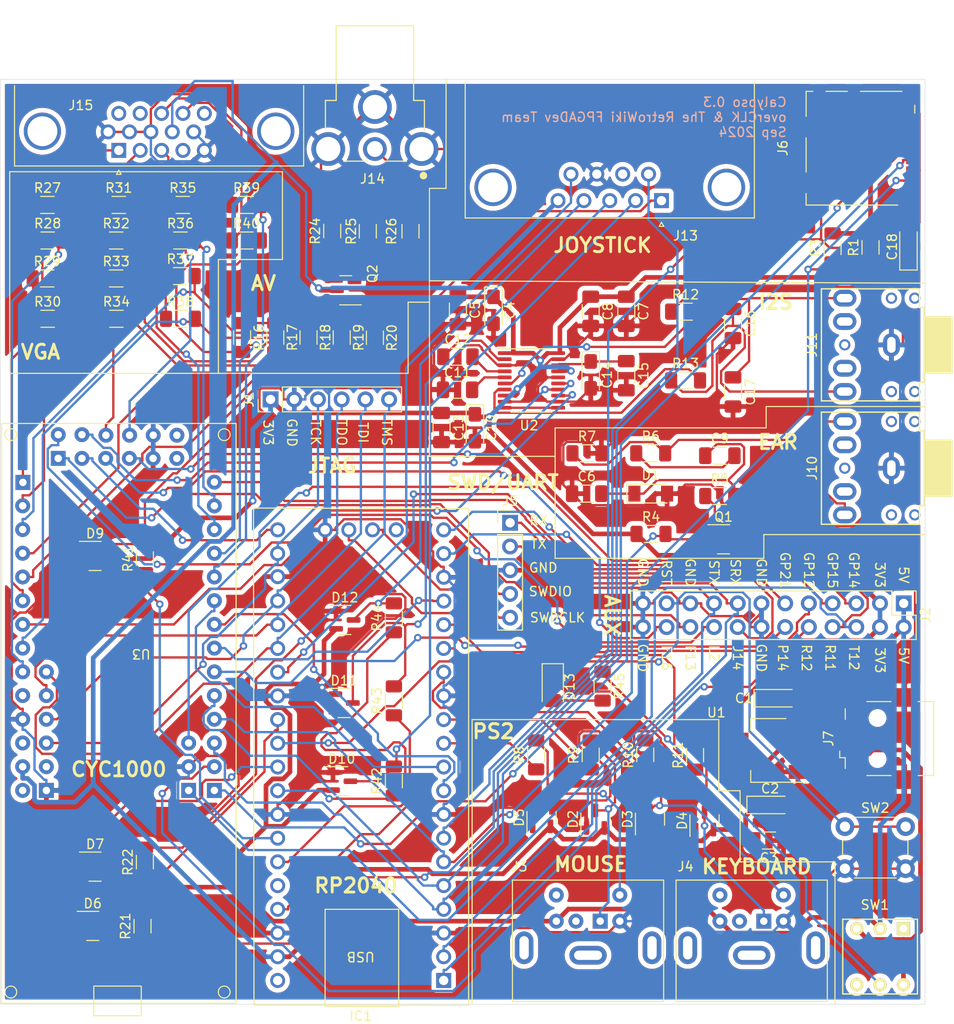
<source format=kicad_pcb>
(kicad_pcb (version 20211014) (generator pcbnew)
  (layers (0 "F.Cu" signal) (31 "B.Cu" signal) (34 "B.Paste" user) (35 "F.Paste" user) (36 "B.SilkS" user "B.Silkscreen") (37 "F.SilkS" user "F.Silkscreen") (38 "B.Mask" user) (39 "F.Mask" user) (44 "Edge.Cuts" user))
  (net 0 "")
  (net 1 "Net-(C6-Pad2)")
  (net 2 "Net-(C16-Pad1)")
  (net 3 "Net-(C17-Pad1)")
  (net 4 "RP_GP0")
  (net 5 "RP_GP1")
  (net 6 "RESET")
  (net 7 "Net-(C9-Pad2)")
  (net 8 "Net-(C11-Pad2)")
  (net 9 "+5V")
  (net 10 "+3.3VP")
  (net 11 "Net-(C12-Pad1)")
  (net 12 "Net-(C12-Pad2)")
  (net 13 "Net-(C14-Pad1)")
  (net 14 "Net-(D5-Pad3)")
  (net 15 "JOY_FIRE1")
  (net 16 "JOY_FIRE2")
  (net 17 "JOY_UP")
  (net 18 "JOY_DOWN")
  (net 19 "JOY_LEFT")
  (net 20 "JOY_RIGHT")
  (net 21 "Net-(D13-Pad2)")
  (net 22 "RP_GP5")
  (net 23 "RP_GP17")
  (net 24 "C10_T13")
  (net 25 "C10_T14")
  (net 26 "C10_R13")
  (net 27 "C10_T15")
  (net 28 "C10_N16")
  (net 29 "PS2_M_CLK")
  (net 30 "RP_GP18")
  (net 31 "PS2_M_DAT")
  (net 32 "PS2_K_CLK")
  (net 33 "IN_5V")
  (net 34 "Net-(D2-Pad3)")
  (net 35 "Net-(D3-Pad3)")
  (net 36 "Net-(D4-Pad3)")
  (net 39 "C10_R14")
  (net 40 "C10_P14")
  (net 41 "C10_J14")
  (net 42 "C10_L2")
  (net 43 "C10_P11")
  (net 44 "C10_R11")
  (net 45 "C10_T12")
  (net 53 "Net-(J15-Pad2)")
  (net 54 "Net-(J15-Pad3)")
  (net 58 "Net-(J15-Pad13)")
  (net 59 "Net-(J15-Pad14)")
  (net 61 "C10_F15")
  (net 62 "Net-(R12-Pad2)")
  (net 63 "Net-(R13-Pad2)")
  (net 64 "C10_K2")
  (net 65 "C10_R1")
  (net 66 "C10_N2")
  (net 67 "C10_N1")
  (net 68 "C10_B16")
  (net 69 "C10_K15")
  (net 70 "Net-(Q1-Pad1)")
  (net 71 "C10_J2")
  (net 72 "C10_J1")
  (net 73 "C10_C16")
  (net 74 "C10_K16")
  (net 75 "C10_P2")
  (net 76 "C10_L15")
  (net 77 "C10_L16")
  (net 79 "PS2_K_DAT")
  (net 80 "Net-(U2-Pad10)")
  (net 81 "BCK")
  (net 82 "C10_C15")
  (net 83 "C10_D16")
  (net 84 "RP_AUX2")
  (net 85 "C10_P1")
  (net 91 "GND")
  (net 92 "RP_AUX0")
  (net 93 "RP_AUX1")
  (net 94 "C10_R12")
  (net 95 "RP_AUX3")
  (net 96 "RP_GP22")
  (net 97 "RP_GP26")
  (net 98 "RP_GP27")
  (net 99 "RP_GP28")
  (net 100 "RP_GP29")
  (net 101 "RP_GP23")
  (net 104 "C10_F13")
  (net 105 "C10_F16")
  (net 106 "Net-(J15-Pad1)")
  (net 107 "RP_GP19")
  (net 109 "RP_GP20")
  (net 113 "Net-(J10-PadR)")
  (net 114 "Net-(R24-Pad1)")
  (net 115 "Net-(R24-Pad2)")
  (net 116 "Net-(R45-Pad1)")
  (net 117 "Net-(J14-Pad2)")
  (net 119 "RP_RESET")
  (net 121 "RP_SWDIO")
  (net 122 "RP_SWDCLK")
  (net 124 "Net-(R16-Pad1)")
  (footprint "Capacitor_Tantalum_SMD:CP_EIA-3216-12_Kemet-S_Pad1.58x1.35mm_HandSolder" (layer "F.Cu") (at 107.8635 98.044)
    (fp_text reference "C2")
    (fp_text value "10uF")
  )
  (footprint "Connector_PinHeader_2.54mm:PinHeader_1x06_P2.54mm_Vertical" (layer "F.Cu") (at 54.356 54.61 90)
    (fp_text reference "J1")
    (fp_text value "Conn_01x06")
  )
  (footprint "Resistor_SMD:R_1206_3216Metric_Pad1.30x1.75mm_HandSolder" (layer "F.Cu") (at 114.554 38.38 90)
    (fp_text reference "R3")
    (fp_text value "10K")
  )
  (footprint "Resistor_SMD:R_1206_3216Metric_Pad1.30x1.75mm_HandSolder" (layer "F.Cu") (at 98.806 45.212)
    (fp_text reference "R12")
    (fp_text value "470")
  )
  (footprint "Resistor_SMD:R_1206_3216Metric_Pad1.30x1.75mm_HandSolder" (layer "F.Cu") (at 30.454 33.782)
    (fp_text reference "R27")
    (fp_text value "510")
  )
  (footprint "conn-ext:CUI_RCJ-013" (layer "F.Cu") (at 65.532 21.844 -90)
    (fp_text reference "J14")
    (fp_text value "Video Out")
  )
  (footprint "Package_TO_SOT_SMD:SOT-23" (layer "F.Cu") (at 102.875 69.591)
    (fp_text reference "Q1")
    (fp_text value "BC846")
  )
  (footprint "Capacitor_SMD:C_1206_3216Metric_Pad1.33x1.80mm_HandSolder" (layer "F.Cu") (at 74.3853 53.582)
    (fp_text reference "C11")
    (fp_text value "2.2uF")
  )
  (footprint "Resistor_SMD:R_1206_3216Metric_Pad1.30x1.75mm_HandSolder" (layer "F.Cu") (at 69.342 36.602 90)
    (fp_text reference "R26")
    (fp_text value "51")
  )
  (footprint "Package_TO_SOT_SMD:SOT-23" (layer "F.Cu") (at 35.56 71.374)
    (fp_text reference "D9")
    (fp_text value "BAT54S")
  )
  (footprint "Capacitor_SMD:C_1206_3216Metric_Pad1.33x1.80mm_HandSolder" (layer "F.Cu") (at 88.646 45.1735 -90)
    (fp_text reference "C8")
    (fp_text value "100nF")
  )
  (footprint "Resistor_SMD:R_1206_3216Metric_Pad1.30x1.75mm_HandSolder" (layer "F.Cu") (at 118.618 38.328 90)
    (fp_text reference "R1")
    (fp_text value "10K")
  )
  (footprint "Package_TO_SOT_SMD:SOT-223-3_TabPin2" (layer "F.Cu") (at 107.696 92.202 180)
    (fp_text reference "U1")
    (fp_text value "AMS1117-3.3")
  )
  (footprint "Resistor_SMD:R_1206_3216Metric_Pad1.30x1.75mm_HandSolder" (layer "F.Cu") (at 67.564 86.894 90)
    (fp_text reference "R43")
    (fp_text value "510")
  )
  (footprint "rp2040:RP2040-Breakout_swd" (layer "F.Cu") (at 64.008 92.71 180)
    (fp_text reference "IC1")
    (fp_text value "RP2040_breakout")
  )
  (footprint "Resistor_SMD:R_1206_3216Metric_Pad1.30x1.75mm_HandSolder" (layer "F.Cu") (at 44.704 37.592)
    (fp_text reference "R36")
    (fp_text value "1K")
  )
  (footprint "Capacitor_SMD:C_1206_3216Metric_Pad1.33x1.80mm_HandSolder" (layer "F.Cu") (at 88.2165 64.704)
    (fp_text reference "C6")
    (fp_text value "10nF")
  )
  (footprint "Package_TO_SOT_SMD:SOT-23" (layer "F.Cu") (at 62.3085 78.232)
    (fp_text reference "D12")
    (fp_text value "BAT54S")
  )
  (footprint "jack:pj307" (layer "F.Cu") (at 117.856 61.976 180)
    (fp_text reference "J10")
    (fp_text value "AudioJack3")
  )
  (footprint "Resistor_SMD:R_1206_3216Metric_Pad1.30x1.75mm_HandSolder" (layer "F.Cu") (at 88.2425 60.386)
    (fp_text reference "R7")
    (fp_text value "10K")
  )
  (footprint "Resistor_SMD:R_1206_3216Metric_Pad1.30x1.75mm_HandSolder" (layer "F.Cu") (at 88.646 92.684 90)
    (fp_text reference "R9")
    (fp_text value "510")
  )
  (footprint "Connector_PinHeader_2.54mm:PinHeader_2x12_P2.54mm_Vertical" (layer "F.Cu") (at 122.174 76.454 -90)
    (fp_text reference "J2")
    (fp_text value "Conn_02x12_Odd_Even")
  )
  (footprint "Capacitor_Tantalum_SMD:CP_EIA-3216-12_Kemet-S_Pad1.58x1.35mm_HandSolder" (layer "F.Cu") (at 108.6255 86.614)
    (fp_text reference "C1")
    (fp_text value "10uF")
  )
  (footprint "Button_Switch_THT:SW_PUSH_6mm_H4.3mm" (layer "F.Cu") (at 115.876 100.366)
    (fp_text reference "SW2")
    (fp_text value "SW_Push")
  )
  (footprint "Resistor_SMD:R_1206_3216Metric_Pad1.30x1.75mm_HandSolder" (layer "F.Cu") (at 30.428 41.656)
    (fp_text reference "R29")
    (fp_text value "2K")
  )
  (footprint "Capacitor_SMD:C_1206_3216Metric_Pad1.33x1.80mm_HandSolder" (layer "F.Cu") (at 103.886 53.8095 -90)
    (fp_text reference "C17")
    (fp_text value "2.2nF")
  )
  (footprint "Resistor_SMD:R_1206_3216Metric_Pad1.30x1.75mm_HandSolder" (layer "F.Cu") (at 51.79 33.782)
    (fp_text reference "R39")
    (fp_text value "270")
  )
  (footprint "Capacitor_SMD:C_1206_3216Metric_Pad1.33x1.80mm_HandSolder" (layer "F.Cu") (at 72.6681 57.6191 -90)
    (fp_text reference "C13")
    (fp_text value "100nF")
  )
  (footprint "Capacitor_SMD:C_1206_3216Metric_Pad1.33x1.80mm_HandSolder" (layer "F.Cu") (at 74.422 50.038)
    (fp_text reference "C12")
    (fp_text value "2.2uF")
  )
  (footprint "microsd:microSD_HC_Molex_104031-0811" (layer "F.Cu") (at 117.5385 27.686 -90)
    (fp_text reference "J6")
    (fp_text value "Micro_SD_Card")
  )
  (footprint "Package_TO_SOT_SMD:SOT-23" (layer "F.Cu") (at 94.996 99.568 90)
    (fp_text reference "D3")
    (fp_text value "BAT54S")
  )
  (footprint "Resistor_SMD:R_1206_3216Metric_Pad1.30x1.75mm_HandSolder" (layer "F.Cu") (at 67.564 95.478 90)
    (fp_text reference "R42")
    (fp_text value "510")
  )
  (footprint "Capacitor_Tantalum_SMD:CP_EIA-3216-12_Kemet-S_Pad1.58x1.35mm_HandSolder" (layer "F.Cu") (at 78.2356 45.062 -90)
    (fp_text reference "C4")
    (fp_text value "10uF")
  )
  (footprint "Resistor_SMD:R_1206_3216Metric_Pad1.30x1.75mm_HandSolder" (layer "F.Cu") (at 40.894 104.166 90)
    (fp_text reference "R22")
    (fp_text value "510")
  )
  (footprint "Resistor_SMD:R_1206_3216Metric_Pad1.30x1.75mm_HandSolder" (layer "F.Cu") (at 58.42 47.98 -90)
    (fp_text reference "R18")
    (fp_text value "4K7")
  )
  (footprint "Capacitor_SMD:C_1206_3216Metric_Pad1.33x1.80mm_HandSolder" (layer "F.Cu") (at 103.886 46.482 -90)
    (fp_text reference "C16")
    (fp_text value "2.2nF")
  )
  (footprint "Resistor_SMD:R_1206_3216Metric_Pad1.30x1.75mm_HandSolder" (layer "F.Cu") (at 37.82 37.592)
    (fp_text reference "R32")
    (fp_text value "1K")
  )
  (footprint "Capacitor_Tantalum_SMD:CP_EIA-3216-12_Kemet-S_Pad1.58x1.35mm_HandSolder" (layer "F.Cu") (at 76.2459 57.6432 -90)
    (fp_text reference "C10")
    (fp_text value "10uF")
  )
  (footprint "Package_TO_SOT_SMD:SOT-23" (layer "F.Cu") (at 100.838 99.7435 90)
    (fp_text reference "D4")
    (fp_text value "BAT54S")
  )
  (footprint "Resistor_SMD:R_1206_3216Metric_Pad1.30x1.75mm_HandSolder" (layer "F.Cu") (at 54.864 47.98 -90)
    (fp_text reference "R17")
    (fp_text value "10K")
  )
  (footprint "Resistor_SMD:R_1206_3216Metric_Pad1.30x1.75mm_HandSolder" (layer "F.Cu") (at 65.532 48.006 -90)
    (fp_text reference "R20")
    (fp_text value "1K2")
  )
  (footprint "Capacitor_SMD:C_1206_3216Metric_Pad1.33x1.80mm_HandSolder" (layer "F.Cu") (at 74.422 44.9965 -90)
    (fp_text reference "C5")
    (fp_text value "100nF")
  )
  (footprint "c1000:cyc1000" (layer "F.Cu") (at 37.9624 81.2462 180)
    (fp_text reference "U3")
    (fp_text value "CYC1000")
  )
  (footprint "Resistor_SMD:R_1206_3216Metric_Pad1.30x1.75mm_HandSolder" (layer "F.Cu") (at 89.916 85.318 -90)
    (fp_text reference "R45")
    (fp_text value "1K")
  )
  (footprint "Resistor_SMD:R_1206_3216Metric_Pad1.30x1.75mm_HandSolder" (layer "F.Cu") (at 37.846 45.974)
    (fp_text reference "R34")
    (fp_text value "3K9")
  )
  (footprint "Package_TO_SOT_SMD:SOT-23" (layer "F.Cu") (at 35.56 104.648)
    (fp_text reference "D7")
    (fp_text value "BAT54S")
  )
  (footprint "Package_TO_SOT_SMD:SOT-23" (layer "F.Cu") (at 35.306 110.998)
    (fp_text reference "D6")
    (fp_text value "BAT54S")
  )
  (footprint "Capacitor_Tantalum_SMD:CP_EIA-3216-12_Kemet-S_Pad1.58x1.35mm_HandSolder" (layer "F.Cu") (at 122.682 38.2675 90)
    (fp_text reference "C18")
    (fp_text value "10uF")
  )
  (footprint "Resistor_SMD:R_1206_3216Metric_Pad1.30x1.75mm_HandSolder" (layer "F.Cu") (at 95.0745 60.386)
    (fp_text reference "R6")
    (fp_text value "510")
  )
  (footprint "minidin:Connector_Mini-DIN_Female_6Pin_2rows" (layer "F.Cu") (at 89.662 110.49)
    (fp_text reference "J3")
    (fp_text value "Mini-DIN-6")
  )
  (footprint "Resistor_SMD:R_1206_3216Metric_Pad1.30x1.75mm_HandSolder" (layer "F.Cu") (at 40.64 111.024 90)
    (fp_text reference "R21")
    (fp_text value "510")
  )
  (footprint "Resistor_SMD:R_1206_3216Metric_Pad1.30x1.75mm_HandSolder" (layer "F.Cu") (at 30.48 37.592)
    (fp_text reference "R28")
    (fp_text value "1K")
  )
  (footprint "Resistor_SMD:R_1206_3216Metric_Pad1.30x1.75mm_HandSolder" (layer "F.Cu") (at 99.822 92.71 90)
    (fp_text reference "R11")
    (fp_text value "510")
  )
  (footprint "Resistor_SMD:R_1206_3216Metric_Pad1.30x1.75mm_HandSolder" (layer "F.Cu") (at 67.564 78.004 90)
    (fp_text reference "R44")
    (fp_text value "510")
  )
  (footprint "Capacitor_SMD:C_1206_3216Metric_Pad1.33x1.80mm_HandSolder" (layer "F.Cu") (at 92.456 45.1735 -90)
    (fp_text reference "C7")
    (fp_text value "10uF")
  )
  (footprint "Package_TO_SOT_SMD:SOT-23" (layer "F.Cu") (at 62.4055 42.926 180)
    (fp_text reference "Q2")
    (fp_text value "BC846")
  )
  (footprint "Resistor_SMD:R_1206_3216Metric_Pad1.30x1.75mm_HandSolder" (layer "F.Cu") (at 64.77 36.602 -90)
    (fp_text reference "R25")
    (fp_text value "100")
  )
  (footprint "Connector_Dsub:DSUB-15-HD_Female_Horizontal_P2.29x1.98mm_EdgePinOffset3.03mm_Housed_MountingHolesOffset4.94mm" (layer "F.Cu") (at 38.1 27.94 180)
    (fp_text reference "J15")
    (fp_text value "DB15_Female_HighDensity")
  )
  (footprint "Resistor_SMD:R_1206_3216Metric_Pad1.30x1.75mm_HandSolder" (layer "F.Cu") (at 44.958 33.782)
    (fp_text reference "R35")
    (fp_text value "510")
  )
  (footprint "Resistor_SMD:R_1206_3216Metric_Pad1.30x1.75mm_HandSolder" (layer "F.Cu") (at 40.894 71.654 90)
    (fp_text reference "R41")
    (fp_text value "510")
  )
  (footprint "Capacitor_SMD:C_1206_3216Metric_Pad1.33x1.80mm_HandSolder" (layer "F.Cu") (at 92.456 52.07 -90)
    (fp_text reference "C15")
    (fp_text value "100nF")
  )
  (footprint "Resistor_SMD:R_1206_3216Metric_Pad1.30x1.75mm_HandSolder" (layer "F.Cu") (at 98.806 52.578)
    (fp_text reference "R13")
    (fp_text value "470")
  )
  (footprint "Resistor_SMD:R_1206_3216Metric_Pad1.30x1.75mm_HandSolder" (layer "F.Cu") (at 44.704 45.974)
    (fp_text reference "R38")
    (fp_text value "3K9")
  )
  (footprint "conn-ext:SW_PUSH_x2" (layer "F.Cu") (at 122.1423 111.2837 180)
    (fp_text reference "SW1")
    (fp_text value "SWDPDTBLUE")
  )
  (footprint "Resistor_SMD:R_1206_3216Metric_Pad1.30x1.75mm_HandSolder" (layer "F.Cu") (at 60.96 36.576 90)
    (fp_text reference "R24")
    (fp_text value "33")
  )
  (footprint "Connector_PinHeader_2.54mm:PinHeader_1x05_P2.54mm_Vertical" (layer "F.Cu") (at 80.01 67.823)
    (fp_text reference "J5")
    (fp_text value "Conn_01x05")
  )
  (footprint "Resistor_SMD:R_1206_3216Metric_Pad1.30x1.75mm_HandSolder" (layer "F.Cu") (at 51.308 47.98 -90)
    (fp_text reference "R16")
    (fp_text value "810")
  )
  (footprint "Diode_SMD:D_MiniMELF" (layer "F.Cu") (at 95.0745 64.704)
    (fp_text reference "D1")
    (fp_text value "1N4148")
  )
  (footprint "Connector_USB:USB_Mini-B_Wuerth_65100516121_Horizontal" (layer "F.Cu") (at 119.371 90.932 90)
    (fp_text reference "J7")
    (fp_text value "USB_B_Mini")
  )
  (footprint "Connector_Dsub:DSUB-9_Male_Horizontal_P2.77x2.84mm_EdgePinOffset9.90mm_Housed_MountingHolesOffset11.32mm" (layer "F.Cu") (at 96.228 33.3223 180)
    (fp_text reference "J13")
    (fp_text value "Joy")
  )
  (footprint "Resistor_SMD:R_1206_3216Metric_Pad1.30x1.75mm_HandSolder" (layer "F.Cu") (at 51.764 37.592)
    (fp_text reference "R40")
    (fp_text value "270")
  )
  (footprint "Resistor_SMD:R_1206_3216Metric_Pad1.30x1.75mm_HandSolder" (layer "F.Cu") (at 102.4665 64.958)
    (fp_text reference "R5")
    (fp_text value "10K")
  )
  (footprint "Resistor_SMD:R_1206_3216Metric_Pad1.30x1.75mm_HandSolder" (layer "F.Cu") (at 30.48 45.974)
    (fp_text reference "R30")
    (fp_text value "3K9")
  )
  (footprint "Resistor_SMD:R_1206_3216Metric_Pad1.30x1.75mm_HandSolder" (layer "F.Cu") (at 61.976 47.98 -90)
    (fp_text reference "R19")
    (fp_text value "2K2")
  )
  (footprint "Capacitor_SMD:C_1206_3216Metric_Pad1.33x1.80mm_HandSolder" (layer "F.Cu") (at 107.7345 101.854 180)
    (fp_text reference "C3")
    (fp_text value "100nF")
  )
  (footprint "Resistor_SMD:R_1206_3216Metric_Pad1.30x1.75mm_HandSolder" (layer "F.Cu") (at 37.82 41.656)
    (fp_text reference "R33")
    (fp_text value "2K")
  )
  (footprint "Resistor_SMD:R_1206_3216Metric_Pad1.30x1.75mm_HandSolder" (layer "F.Cu") (at 95.1055 69.017)
    (fp_text reference "R4")
    (fp_text value "1K")
  )
  (footprint "Package_TO_SOT_SMD:SOT-23" (layer "F.Cu") (at 61.976 95.504)
    (fp_text reference "D10")
    (fp_text value "BAT54S")
  )
  (footprint "Package_TO_SOT_SMD:SOT-23" (layer "F.Cu") (at 62.23 87.122)
    (fp_text reference "D11")
    (fp_text value "BAT54S")
  )
  (footprint "Resistor_SMD:R_1206_3216Metric_Pad1.30x1.75mm_HandSolder" (layer "F.Cu") (at 38.1 33.782)
    (fp_text reference "R31")
    (fp_text value "510")
  )
  (footprint "Package_SO:TSSOP-20_4.4x6.5mm_P0.65mm" (layer "F.Cu") (at 82.296 52.578)
    (fp_text reference "U2")
    (fp_text value "PCM5102")
  )
  (footprint "minidin:Connector_Mini-DIN_Female_6Pin_2rows" (layer "F.Cu") (at 107.188 110.49)
    (fp_text reference "J4")
    (fp_text value "Mini-DIN-6")
  )
  (footprint "Resistor_SMD:R_1206_3216Metric_Pad1.30x1.75mm_HandSolder" (layer "F.Cu") (at 94.488 92.684 90)
    (fp_text reference "R10")
    (fp_text value "510")
  )
  (footprint "LED_SMD:LED_1206_3216Metric_Pad1.42x1.75mm_HandSolder" (layer "F.Cu") (at 84.582 85.3805 -90)
    (fp_text reference "D13")
    (fp_text value "LED")
  )
  (footprint "Package_TO_SOT_SMD:SOT-23" (layer "F.Cu") (at 83.378 99.3925 90)
    (fp_text reference "D5")
    (fp_text value "BAT54S")
  )
  (footprint "Capacitor_SMD:C_1206_3216Metric_Pad1.33x1.80mm_HandSolder" (layer "F.Cu") (at 102.479 60.64)
    (fp_text reference "C9")
    (fp_text value "100nF")
  )
  (footprint "Resistor_SMD:R_1206_3216Metric_Pad1.30x1.75mm_HandSolder" (layer "F.Cu") (at 44.678 41.402)
    (fp_text reference "R37")
    (fp_text value "2K")
  )
  (footprint "Package_TO_SOT_SMD:SOT-23" (layer "F.Cu") (at 89.154 99.568 90)
    (fp_text reference "D2")
    (fp_text value "BAT54S")
  )
  (footprint "Resistor_SMD:R_1206_3216Metric_Pad1.30x1.75mm_HandSolder" (layer "F.Cu") (at 82.804 92.684 90)
    (fp_text reference "R8")
    (fp_text value "510")
  )
  (footprint "Capacitor_Tantalum_SMD:CP_EIA-3216-12_Kemet-S_Pad1.58x1.35mm_HandSolder" (layer "F.Cu") (at 88.646 51.9835 -90)
    (fp_text reference "C14")
    (fp_text value "10uF")
  )
  (footprint "jack:pj307" (layer "F.Cu") (at 117.856 48.768 180)
    (fp_text reference "J11")
    (fp_text value "AudioJack3")
  )
  (gr_line (start 55.626 30.226) (end 26.416 30.226) (layer "F.SilkS") (width 0.12))
  (gr_line (start 102.362 96.52) (end 104.648 96.52) (layer "F.SilkS") (width 0.12))
  (gr_line (start 26.416 30.226) (end 26.416 51.816) (layer "F.SilkS") (width 0.12))
  (gr_line (start 104.648 104.14) (end 114.808 104.14) (layer "F.SilkS") (width 0.12))
  (gr_line (start 71.374 32.004) (end 73.152 32.004) (layer "F.SilkS") (width 0.12))
  (gr_line (start 84.836 57.658) (end 107.442 57.658) (layer "F.SilkS") (width 0.12))
  (gr_line (start 124.46 69.088) (end 107.188 69.088) (layer "F.SilkS") (width 0.12))
  (gr_line (start 48.768 51.816) (end 48.768 39.624) (layer "F.SilkS") (width 0.12))
  (gr_line (start 48.768 51.816) (end 69.088 51.816) (layer "F.SilkS") (width 0.12))
  (gr_line (start 69.088 44.196) (end 71.374 44.196) (layer "F.SilkS") (width 0.12))
  (gr_line (start 107.442 55.372) (end 124.46 55.372) (layer "F.SilkS") (width 0.12))
  (gr_line (start 55.626 39.624) (end 55.626 30.226) (layer "F.SilkS") (width 0.12))
  (gr_line (start 71.374 44.196) (end 71.374 60.706) (layer "F.SilkS") (width 0.12))
  (gr_line (start 102.362 88.9) (end 102.362 96.52) (layer "F.SilkS") (width 0.12))
  (gr_line (start 107.442 57.658) (end 107.442 55.372) (layer "F.SilkS") (width 0.12))
  (gr_line (start 104.648 96.52) (end 104.648 104.14) (layer "F.SilkS") (width 0.12))
  (gr_line (start 114.808 104.14) (end 114.808 119.38) (layer "F.SilkS") (width 0.12))
  (gr_line (start 84.836 71.628) (end 84.836 60.706) (layer "F.SilkS") (width 0.12))
  (gr_line (start 75.946 88.9) (end 75.946 119.38) (layer "F.SilkS") (width 0.12))
  (gr_line (start 75.946 88.9) (end 102.362 88.9) (layer "F.SilkS") (width 0.12))
  (gr_line (start 73.152 32.004) (end 73.152 20.32) (layer "F.SilkS") (width 0.12))
  (gr_line (start 48.768 39.624) (end 55.626 39.624) (layer "F.SilkS") (width 0.12))
  (gr_line (start 71.374 44.196) (end 71.374 32.004) (layer "F.SilkS") (width 0.12))
  (gr_line (start 107.188 69.088) (end 107.188 71.628) (layer "F.SilkS") (width 0.12))
  (gr_line (start 124.46 42.164) (end 71.374 41.91) (layer "F.SilkS") (width 0.12))
  (gr_line (start 26.416 51.816) (end 48.768 51.816) (layer "F.SilkS") (width 0.12))
  (gr_line (start 107.188 71.628) (end 84.836 71.628) (layer "F.SilkS") (width 0.12))
  (gr_line (start 71.374 60.706) (end 84.836 60.706) (layer "F.SilkS") (width 0.12))
  (gr_line (start 69.088 51.816) (end 69.088 44.196) (layer "F.SilkS") (width 0.12))
  (gr_line (start 84.836 60.706) (end 84.836 57.658) (layer "F.SilkS") (width 0.12))
  (gr_rect (start 25.4 20.32) (end 124.46 119.38) (layer "Edge.Cuts") (width 0.05) (fill none))
  (gr_text "Calypso 0.3\noverCLK & The RetroWiki FPGADev Team\nSep 2024" (at 109.728 24.384) (layer "B.SilkS") (effects (font (size 1 1)) (justify left mirror)))
  (gr_text "J14" (at 104.394 82.296 270) (layer "F.SilkS") (effects (font (size 1 1))))
  (gr_text "SWDCLK" (at 85.09 77.978) (layer "F.SilkS") (effects (font (size 1 1))))
  (gr_text "TDI" (at 64.262 58.166 270) (layer "F.SilkS") (effects (font (size 1 1))))
  (gr_text "PS2" (at 78.232 90.17) (layer "F.SilkS") (effects (font (size 1.524 1.524) (thickness 0.3048))))
  (gr_text "JOYSTICK" (at 89.916 38.1) (layer "F.SilkS") (effects (font (size 1.524 1.524) (thickness 0.3048))))
  (gr_text "R12" (at 111.76 82.296 270) (layer "F.SilkS") (effects (font (size 1 1))))
  (gr_text "GP15" (at 114.554 72.898 270) (layer "F.SilkS") (effects (font (size 1 1))))
  (gr_text "F13" (at 99.314 82.296 270) (layer "F.SilkS") (effects (font (size 1 1))))
  (gr_text "MOUSE" (at 88.646 104.394) (layer "F.SilkS") (effects (font (size 1.524 1.524) (thickness 0.3048))))
  (gr_text "KEYBOARD" (at 106.426 104.648) (layer "F.SilkS") (effects (font (size 1.524 1.524) (thickness 0.3048))))
  (gr_text "AUX" (at 90.932 77.724 270) (layer "F.SilkS") (effects (font (size 1.524 1.524) (thickness 0.3048))))
  (gr_text "I2S" (at 108.458 44.196) (layer "F.SilkS") (effects (font (size 1.524 1.524) (thickness 0.3048))))
  (gr_text "RP2040" (at 63.5 106.68) (layer "F.SilkS") (effects (font (size 1.524 1.524) (thickness 0.3048))))
  (gr_text "CYC1000" (at 38.1 94.234) (layer "F.SilkS") (effects (font (size 1.524 1.524) (thickness 0.3048))))
  (gr_text "TCK" (at 59.182 58.166 270) (layer "F.SilkS") (effects (font (size 1 1))))
  (gr_text "GND" (at 83.566 72.644) (layer "F.SilkS") (effects (font (size 1 1))))
  (gr_text "L2" (at 101.854 81.788 270) (layer "F.SilkS") (effects (font (size 1 1))))
  (gr_text "SWDIO" (at 84.328 75.184) (layer "F.SilkS") (effects (font (size 1 1))))
  (gr_text "GND" (at 94.234 73.152 270) (layer "F.SilkS") (effects (font (size 1 1))))
  (gr_text "3V3" (at 119.634 82.55 270) (layer "F.SilkS") (effects (font (size 1 1))))
  (gr_text "F16" (at 96.774 82.296 270) (layer "F.SilkS") (effects (font (size 1 1))))
  (gr_text "TDO" (at 61.976 58.166 270) (layer "F.SilkS") (effects (font (size 1 1))))
  (gr_text "GND" (at 56.642 58.166 270) (layer "F.SilkS") (effects (font (size 1 1))))
  (gr_text "EAR" (at 108.712 59.182) (layer "F.SilkS") (effects (font (size 1.524 1.524) (thickness 0.3048))))
  (gr_text "GND" (at 99.314 73.152 270) (layer "F.SilkS") (effects (font (size 1 1))))
  (gr_text "GND" (at 94.234 82.296 270) (layer "F.SilkS") (effects (font (size 1 1))))
  (gr_text "TMS" (at 66.802 58.166 270) (layer "F.SilkS") (effects (font (size 1 1))))
  (gr_text "SRX" (at 104.14 73.152 270) (layer "F.SilkS") (effects (font (size 1 1))))
  (gr_text "T12" (at 116.84 82.296 270) (layer "F.SilkS") (effects (font (size 1 1))))
  (gr_text "5V" (at 122.174 73.406 270) (layer "F.SilkS") (effects (font (size 1 1))))
  (gr_text "RX" (at 83.058 67.564) (layer "F.SilkS") (effects (font (size 1 1))))
  (gr_text "3V3" (at 54.102 58.166 270) (layer "F.SilkS") (effects (font (size 1 1))))
  (gr_text "GND" (at 106.934 82.296 270) (layer "F.SilkS") (effects (font (size 1 1))))
  (gr_text "GP14" (at 116.84 72.898 270) (layer "F.SilkS") (effects (font (size 1 1))))
  (gr_text "P14" (at 109.22 82.296 270) (layer "F.SilkS") (effects (font (size 1 1))))
  (gr_text "AV" (at 53.594 42.164) (layer "F.SilkS") (effects (font (size 1.524 1.524) (thickness 0.3048))))
  (gr_text "JTAG" (at 60.96 61.722) (layer "F.SilkS") (effects (font (size 1.524 1.524) (thickness 0.3048))))
  (gr_text "R11" (at 114.3 82.296 270) (layer "F.SilkS") (effects (font (size 1 1))))
  (gr_text "3V3" (at 119.634 73.406 270) (layer "F.SilkS") (effects (font (size 1 1))))
  (gr_text "SWD/UART" (at 79.248 63.5) (layer "F.SilkS") (effects (font (size 1.524 1.524) (thickness 0.3048))))
  (gr_text "5V" (at 122.174 82.042 270) (layer "F.SilkS") (effects (font (size 1 1))))
  (gr_text "TX" (at 83.058 70.104) (layer "F.SilkS") (effects (font (size 1 1))))
  (gr_text "GP12" (at 112.014 72.898 270) (layer "F.SilkS") (effects (font (size 1 1))))
  (gr_text "VGA" (at 29.718 49.53) (layer "F.SilkS") (effects (font (size 1.524 1.524) (thickness 0.3048))))
  (gr_text "GP21" (at 109.474 72.898 270) (layer "F.SilkS") (effects (font (size 1 1))))
  (gr_text "RST" (at 96.774 73.152 270) (layer "F.SilkS") (effects (font (size 1 1))))
  (gr_text "STX" (at 101.854 73.152 270) (layer "F.SilkS") (effects (font (size 1 1))))
  (gr_text "GND" (at 106.934 73.152 270) (layer "F.SilkS") (effects (font (size 1 1))))
  (segment (start 103.3665 63.2522) (end 95.7532 63.2522) (width 0.25) (layer "F.Cu") (net 1))
  (segment (start 104.0165 63.9022) (end 103.3665 63.2522) (width 0.25) (layer "F.Cu") (net 1))
  (segment (start 93.3245 64.704) (end 94.3014 64.704) (width 0.25) (layer "F.Cu") (net 1))
  (segment (start 104.7221 59.4017) (end 105.0722 59.7518) (width 0.25) (layer "F.Cu") (net 1))
  (segment (start 95.7532 63.2522) (end 94.3014 64.704) (width 0.25) (layer "F.Cu") (net 1))
  (segment (start 105.0722 61.5465) (end 103.3665 63.2522) (width 0.25) (layer "F.Cu") (net 1))
  (segment (start 100.9165 60.64) (end 102.1548 59.4017) (width 0.25) (layer "F.Cu") (net 1))
  (segment (start 102.1548 59.4017) (end 104.7221 59.4017) (width 0.25) (layer "F.Cu") (net 1))
  (segment (start 104.0165 64.958) (end 104.0165 63.9022) (width 0.25) (layer "F.Cu") (net 1))
  (segment (start 93.3245 64.704) (end 89.779 64.704) (width 0.25) (layer "F.Cu") (net 1))
  (segment (start 105.0722 59.7518) (end 105.0722 61.5465) (width 0.25) (layer "F.Cu") (net 1))
  (segment (start 102.6135 51.5944) (end 105.1489 49.059) (width 0.25) (layer "F.Cu") (net 2))
  (segment (start 115.856 53.768) (end 103.5223 53.768) (width 0.25) (layer "F.Cu") (net 2))
  (segment (start 101.6804 48.3462) (end 101.6804 53.1359) (width 0.25) (layer "F.Cu") (net 2))
  (segment (start 103.5223 53.768) (end 102.6135 52.8592) (width 0.25) (layer "F.Cu") (net 2))
  (segment (start 105.1489 47.363) (end 104.5175 46.7316) (width 0.25) (layer "F.Cu") (net 2))
  (segment (start 103.295 46.7316) (end 101.6804 48.3462) (width 0.25) (layer "F.Cu") (net 2))
  (segment (start 98.4741 53.7961) (end 97.256 52.578) (width 0.25) (layer "F.Cu") (net 2))
  (segment (start 101.6804 53.1359) (end 101.0202 53.7961) (width 0.25) (layer "F.Cu") (net 2))
  (segment (start 101.0202 53.7961) (end 98.4741 53.7961) (width 0.25) (layer "F.Cu") (net 2))
  (segment (start 102.6135 52.8592) (end 102.6135 51.5944) (width 0.25) (layer "F.Cu") (net 2))
  (segment (start 104.5175 46.7316) (end 103.886 46.7316) (width 0.25) (layer "F.Cu") (net 2))
  (segment (start 103.886 46.7316) (end 103.886 44.9195) (width 0.25) (layer "F.Cu") (net 2))
  (segment (start 105.1489 49.059) (end 105.1489 47.363) (width 0.25) (layer "F.Cu") (net 2))
  (segment (start 103.886 46.7316) (end 103.295 46.7316) (width 0.25) (layer "F.Cu") (net 2))
  (segment (start 103.886 52.247) (end 105.608 50.525) (width 0.25) (layer "F.Cu") (net 3))
  (segment (start 105.6982 43.768) (end 115.856 43.768) (width 0.25) (layer "F.Cu") (net 3))
  (segment (start 98.6098 43.8582) (end 97.256 45.212) (width 0.25) (layer "F.Cu") (net 3))
  (segment (start 105.608 43.8582) (end 98.6098 43.8582) (width 0.25) (layer "F.Cu") (net 3))
  (segment (start 105.608 50.525) (end 105.608 43.8582) (width 0.25) (layer "F.Cu") (net 3))
  (segment (start 105.608 43.8582) (end 105.6982 43.768) (width 0.25) (layer "F.Cu") (net 3))
  (segment (start 87.6695 74.3056) (end 101.4365 74.3056) (width 0.25) (layer "F.Cu") (net 4))
  (segment (start 103.2171 76.0862) (end 103.2171 76.454) (width 0.25) (layer "F.Cu") (net 4))
  (segment (start 81.1869 67.823) (end 87.6695 74.3056) (width 0.25) (layer "F.Cu") (net 4))
  (segment (start 80.01 67.823) (end 81.1869 67.823) (width 0.25) (layer "F.Cu") (net 4))
  (segment (start 101.4365 74.3056) (end 103.2171 76.0862) (width 0.25) (layer "F.Cu") (net 4))
  (segment (start 104.394 76.454) (end 103.2171 76.454) (width 0.25) (layer "F.Cu") (net 4))
  (segment (start 103.124 82.0187) (end 88.8009 96.3418) (width 0.25) (layer "B.Cu") (net 4))
  (segment (start 73.1675 115.7131) (end 72.898 115.7131) (width 0.25) (layer "B.Cu") (net 4))
  (segment (start 72.898 116.84) (end 72.898 115.7131) (width 0.25) (layer "B.Cu") (net 4))
  (segment (start 88.8009 96.3418) (end 88.8009 100.0797) (width 0.25) (layer "B.Cu") (net 4))
  (segment (start 104.394 76.454) (end 104.394 77.6309) (width 0.25) (layer "B.Cu") (net 4))
  (segment (start 88.8009 100.0797) (end 73.1675 115.7131) (width 0.25) (layer "B.Cu") (net 4))
  (segment (start 104.394 77.6309) (end 104.0282 77.6309) (width 0.25) (layer "B.Cu") (net 4))
  (segment (start 104.0282 77.6309) (end 103.124 78.5351) (width 0.25) (layer "B.Cu") (net 4))
  (segment (start 103.124 78.5351) (end 103.124 82.0187) (width 0.25) (layer "B.Cu") (net 4))
  (segment (start 85.6165 74.7926) (end 100.1926 74.7926) (width 0.25) (layer "F.Cu") (net 5))
  (segment (start 81.1869 70.363) (end 85.6165 74.7926) (width 0.25) (layer "F.Cu") (net 5))
  (segment (start 100.1926 74.7926) (end 101.854 76.454) (width 0.25) (layer "F.Cu") (net 5))
  (segment (start 80.01 70.363) (end 81.1869 70.363) (width 0.25) (layer "F.Cu") (net 5))
  (segment (start 72.898 114.3) (end 72.898 113.1731) (width 0.25) (layer "B.Cu") (net 5))
  (segment (start 100.5825 83.9211) (end 88.349 96.1546) (width 0.25) (layer "B.Cu") (net 5))
  (segment (start 101.854 77.6309) (end 101.4882 77.6309) (width 0.25) (layer "B.Cu") (net 5))
  (segment (start 73.1195 113.1731) (end 72.898 113.1731) (width 0.25) (layer "B.Cu") (net 5))
  (segment (start 88.349 96.1546) (end 88.349 97.9436) (width 0.25) (layer "B.Cu") (net 5))
  (segment (start 88.349 97.9436) (end 73.1195 113.1731) (width 0.25) (layer "B.Cu") (net 5))
  (segment (start 101.854 76.454) (end 101.854 77.6309) (width 0.25) (layer "B.Cu") (net 5))
  (segment (start 100.5825 78.5366) (end 100.5825 83.9211) (width 0.25) (layer "B.Cu") (net 5))
  (segment (start 101.4882 77.6309) (end 100.5825 78.5366) (width 0.25) (layer "B.Cu") (net 5))
  (segment (start 104.0415 60.64) (end 102.8096 61.8719) (width 0.25) (layer "F.Cu") (net 7))
  (segment (start 95.0104 61.8719) (end 93.5245 60.386) (width 0.25) (layer "F.Cu") (net 7))
  (segment (start 102.8096 61.8719) (end 95.0104 61.8719) (width 0.25) (layer "F.Cu") (net 7))
  (segment (start 79.4335 52.253) (end 77.2768 52.253) (width 0.25) (layer "F.Cu") (net 8))
  (segment (start 77.2768 52.253) (end 75.9478 53.582) (width 0.25) (layer "F.Cu") (net 8))
  (segment (start 110.5261 111.7703) (end 112.2057 110.0907) (width 0.5) (layer "F.Cu") (net 9))
  (segment (start 101.1908 109.1928) (end 102.488 110.49) (width 0.5) (layer "F.Cu") (net 9))
  (segment (start 60.1799 110.49) (end 84.962 110.49) (width 0.5) (layer "F.Cu") (net 9))
  (segment (start 110.846 89.902) (end 110.846 88.7001) (width 0.5) (layer "F.Cu") (net 9))
  (segment (start 103.7683 111.7703) (end 110.5261 111.7703) (width 0.5) (layer "F.Cu") (net 9))
  (segment (start 116.5637 84.6043) (end 110.1127 84.6043) (width 0.5) (layer "F.Cu") (net 9))
  (segment (start 55.118 114.3) (end 56.3699 114.3) (width 0.5) (layer "F.Cu") (net 9))
  (segment (start 108.1007 86.6163) (end 107.8983 86.6163) (width 0.5) (layer "F.Cu") (net 9))
  (segment (start 107.896 86.614) (end 107.188 86.614) (width 0.5) (layer "F.Cu") (net 9))
  (segment (start 112.2057 110.0907) (end 118.4493 110.0907) (width 0.5) (layer "F.Cu") (net 9))
  (segment (start 110.1127 84.6043) (end 108.1008 86.6162) (width 0.5) (layer "F.Cu") (net 9))
  (segment (start 107.8983 86.6163) (end 107.896 86.614) (width 0.5) (layer "F.Cu") (net 9))
  (segment (start 59.6846 42.926) (end 61.026 42.926) (width 0.5) (layer "F.Cu") (net 9))
  (segment (start 56.3699 114.3) (end 60.1799 110.49) (width 0.5) (layer "F.Cu") (net 9))
  (segment (start 86.2592 109.1928) (end 101.1908 109.1928) (width 0.5) (layer "F.Cu") (net 9))
  (segment (start 102.488 110.49) (end 103.7683 111.7703) (width 0.5) (layer "F.Cu") (net 9))
  (segment (start 122.174 78.994) (end 116.5637 84.6043) (width 0.5) (layer "F.Cu") (net 9))
  (segment (start 108.1008 86.6162) (end 108.1007 86.6163) (width 0.5) (layer "F.Cu") (net 9))
  (segment (start 110.1846 88.7001) (end 110.846 88.7001) (width 0.5) (layer "F.Cu") (net 9))
  (segment (start 118.4493 110.0907) (end 119.6423 111.2837) (width 0.5) (layer "F.Cu") (net 9))
  (segment (start 84.962 110.49) (end 86.2592 109.1928) (width 0.5) (layer "F.Cu") (net 9))
  (segment (start 108.1008 86.6162) (end 110.1846 88.7001) (width 0.5) (layer "F.Cu") (net 9))
  (segment (start 59.5091 42.672) (end 59.6846 42.8475) (width 0.5) (layer "F.Cu") (net 9))
  (via (at 59.5091 42.672) (size 0.8) (drill 0.4) (layers "F.Cu" "B.Cu") (net 9))
  (segment (start 50.4042 33.7948) (end 50.4042 68.3373) (width 0.5) (layer "B.Cu") (net 9))
  (segment (start 27.8024 93.9462) (end 27.8024 95.1981) (width 0.5) (layer "B.Cu") (net 9))
  (segment (start 48.9253 69.8162) (end 47.823 69.8162) (width 0.5) (layer "B.Cu") (net 9))
  (segment (start 50.292 20.5195) (end 50.292 24.5544) (width 0.25) (layer "B.Cu") (net 9))
  (segment (start 55.118 114.3) (end 53.8661 114.3) (width 0.5) (layer "B.Cu") (net 9))
  (segment (start 43.825 25.96) (end 43.825 22.9225) (width 0.25) (layer "B.Cu") (net 9))
  (segment (start 75.7983 42.672) (end 85.148 33.3223) (width 0.5) (layer "B.Cu") (net 9))
  (segment (start 28.3212 95.1981) (end 29.0724 95.9493) (width 0.5) (layer "B.Cu") (net 9))
  (segment (start 59.436 42.672) (end 59.5091 42.672) (width 0.25) (layer "B.Cu") (net 9))
  (segment (start 50.4042 68.3373) (end 48.9253 69.8162) (width 0.5) (layer "B.Cu") (net 9))
  (segment (start 50.292 24.5544) (end 54.9683 29.2307) (width 0.25) (layer "B.Cu") (net 9))
  (segment (start 60.96 42.672) (end 75.7983 42.672) (width 0.5) (layer "B.Cu") (net 9))
  (segment (start 54.9683 29.2307) (end 58.166 32.4284) (width 0.25) (layer "B.Cu") (net 9))
  (segment (start 119.6423 100.2077) (end 122.174 97.676) (width 0.5) (layer "B.Cu") (net 9))
  (segment (start 119.6423 111.2837) (end 119.6423 100.2077) (width 0.5) (layer "B.Cu") (net 9))
  (segment (start 58.166 32.4284) (end 58.166 41.402) (width 0.25) (layer "B.Cu") (net 9))
  (segment (start 53.8661 114.3) (end 35.3573 95.7912) (width 0.5) (layer "B.Cu") (net 9))
  (segment (start 33.4087 97.7398) (end 35.3573 95.7912) (width 0.5) (layer "B.Cu") (net 9))
  (segment (start 29.0724 97.4753) (end 29.3369 97.7398) (width 0.5) (layer "B.Cu") (net 9))
  (segment (start 59.5091 42.672) (end 60.96 42.672) (width 0.25) (layer "B.Cu") (net 9))
  (segment (start 29.3369 97.7398) (end 33.4087 97.7398) (width 0.5) (layer "B.Cu") (net 9))
  (segment (start 58.166 41.402) (end 59.436 42.672) (width 0.25) (layer "B.Cu") (net 9))
  (segment (start 47.823 69.8162) (end 35.3573 82.2819) (width 0.5) (layer "B.Cu") (net 9))
  (segment (start 54.9683 29.2307) (end 50.4042 33.7948) (width 0.5) (layer "B.Cu") (net 9))
  (segment (start 122.174 78.994) (end 122.174 76.454) (width 0.5) (layer "B.Cu") (net 9))
  (segment (start 122.174 97.676) (end 122.174 78.994) (width 0.5) (layer "B.Cu") (net 9))
  (segment (start 46.228 20.5195) (end 50.292 20.5195) (width 0.25) (layer "B.Cu") (net 9))
  (segment (start 27.8024 95.1981) (end 28.3212 95.1981) (width 0.5) (layer "B.Cu") (net 9))
  (segment (start 29.0724 95.9493) (end 29.0724 97.4753) (width 0.5) (layer "B.Cu") (net 9))
  (segment (start 43.825 22.9225) (end 46.228 20.5195) (width 0.25) (layer "B.Cu") (net 9))
  (segment (start 35.3573 82.2819) (end 35.3573 95.7912) (width 0.5) (layer "B.Cu") (net 9))
  (segment (start 85.3481 49.4634) (end 85.1585 49.653) (width 0.4006) (layer "F.Cu") (net 10))
  (segment (start 80.3539 49.6522) (end 80.3539 45.7428) (width 0.5) (layer "F.Cu") (net 10))
  (segment (start 85.7063 101.7083) (end 84.328 100.33) (width 0.5) (layer "F.Cu") (net 10))
  (segment (start 72.6681 56.0566) (end 76.0968 56.0566) (width 0.5) (layer "F.Cu") (net 10))
  (segment (start 86.3296 51.5653) (end 86.5367 51.5653) (width 0.5) (layer "F.Cu") (net 10))
  (segment (start 55.8026 56.0566) (end 72.6681 56.0566) (width 0.5) (layer "F.Cu") (net 10))
  (segment (start 106.426 98.044) (end 106.426 94.5539) (width 0.5) (layer "F.Cu") (net 10))
  (segment (start 54.6014 85.09) (end 58.9951 85.09) (width 0.5) (layer "F.Cu") (net 10))
  (segment (start 54.356 54.61) (end 55.8026 56.0566) (width 0.5) (layer "F.Cu") (net 10))
  (segment (start 122.9885 27.881) (end 121.9866 27.881) (width 0.5) (layer "F.Cu") (net 10))
  (segment (start 55.6304 100.33) (end 53.8678 100.33) (width 0.5) (layer "F.Cu") (net 10))
  (segment (start 105.2422 100.9242) (end 106.172 101.854) (width 0.5) (layer "F.Cu") (net 10))
  (segment (start 120.8732 39.6647) (end 118.9942 41.5437) (width 0.5) (layer "F.Cu") (net 10))
  (segment (start 85.3481 46.9089) (end 85.3481 49.4634) (width 0.5) (layer "F.Cu") (net 10))
  (segment (start 118.618 31.2496) (end 121.9866 27.881) (width 0.5) (layer "F.Cu") (net 10))
  (segment (start 55.6288 87.63) (end 54.5573 87.63) (width 0.5) (layer "F.Cu") (net 10))
  (segment (start 84.0214 49.6522) (end 83.2436 50.43) (width 0.5) (layer "F.Cu") (net 10))
  (segment (start 53.8678 100.33) (end 50.551 103.6468) (width 0.5) (layer "F.Cu") (net 10))
  (segment (start 108.7779 92.202) (end 109.3941 92.202) (width 0.5) (layer "F.Cu") (net 10))
  (segment (start 71.6823 105.41) (end 71.2081 104.9358) (width 0.5) (layer "F.Cu") (net 10))
  (segment (start 58.9951 85.8465) (end 61.2206 88.072) (width 0.5) (layer "F.Cu") (net 10))
  (segment (start 80.5669 54.203) (end 80.7884 53.9815) (width 0.5) (layer "F.Cu") (net 10))
  (segment (start 88.8999 69.017) (end 77.7926 57.9097) (width 0.5) (layer "F.Cu") (net 10))
  (segment (start 83.2436 50.43) (end 82.4658 49.6522) (width 0.5) (layer "F.Cu") (net 10))
  (segment (start 119.634 78.994) (end 118.1691 80.4589) (width 0.5) (layer "F.Cu") (net 10))
  (segment (start 56.4352 94.5155) (end 56.4352 88.4364) (width 0.5) (layer "F.Cu") (net 10))
  (segment (start 77.7926 57.9097) (end 77.7926 56.4764) (width 0.5) (layer "F.Cu") (net 10))
  (segment (start 53.8661 95.9717) (end 54.5878 95.25) (width 0.5) (layer "F.Cu") (net 10))
  (segment (start 104.546 92.202) (end 104.546 94.5539) (width 0.5) (layer "F.Cu") (net 10))
  (segment (start 104.546 94.5539) (end 106.426 94.5539) (width 0.5) (layer "F.Cu") (net 10))
  (segment (start 53.8661 100.3283) (end 53.8661 95.9717) (width 0.5) (layer "F.Cu") (net 10))
  (segment (start 111.3854 80.4589) (end 104.546 87.2983) (width 0.5) (layer "F.Cu") (net 10))
  (segment (start 50.1333 106.8495) (end 35.4881 106.8495) (width 0.5) (layer "F.Cu") (net 10))
  (segment (start 114.4833 71.3033) (end 95.8418 71.3033) (width 0.5) (layer "F.Cu") (net 10))
  (segment (start 45.8483 67.2943) (end 41.4886 71.654) (width 0.5) (layer "F.Cu") (net 10))
  (segment (start 74.6125 43.6245) (end 78.2356 43.6245) (width 0.5) (layer "F.Cu") (net 10))
  (segment (start 61.2206 88.072) (end 61.2925 88.072) (width 0.5) (layer "F.Cu") (net 10))
  (segment (start 58.9951 85.09) (end 60.0846 84.0005) (width 0.5) (layer "F.Cu") (net 10))
  (segment (start 120.9135 39.705) (end 120.8732 39.6647) (width 0.5) (layer "F.Cu") (net 10))
  (segment (start 61.5527 104.9358) (end 56 110.4885) (width 0.5) (layer "F.Cu") (net 10))
  (segment (start 88.646 43.611) (end 85.3481 46.9089) (width 0.5) (layer "F.Cu") (net 10))
  (segment (start 104.546 87.2983) (end 104.546 92.202) (width 0.5) (layer "F.Cu") (net 10))
  (segment (start 84.328 100.33) (end 79.248 105.41) (width 0.5) (layer "F.Cu") (net 10))
  (segment (start 105.2422 100.681) (end 101.788 100.681) (width 0.5) (layer "F.Cu") (net 10))
  (segment (start 97.3173 101.8768) (end 100.5922 101.8768) (width 0.5) (layer "F.Cu") (net 10))
  (segment (start 110.846 92.202) (end 109.3941 92.202) (width 0.5) (layer "F.Cu") (net 10))
  (segment (start 54.5573 87.63) (end 53.8658 86.9385) (width 0.5) (layer "F.Cu") (net 10))
  (segment (start 88.9012 101.7083) (end 85.7063 101.7083) (width 0.5) (layer "F.Cu") (net 10))
  (segment (start 92.456 43.611) (end 88.646 43.611) (width 0.5) (layer "F.Cu") (net 10))
  (segment (start 55.7007 95.25) (end 56.4352 94.5155) (width 0.5) (layer "F.Cu") (net 10))
  (segment (start 54.6077 110.4885) (end 50.551 106.4318) (width 0.5) (layer "F.Cu") (net 10))
  (segment (start 86.3296 51.5653) (end 85.1962 51.5653) (width 0.4006) (layer "F.Cu") (net 10))
  (segment (start 60.0846 80.4684) (end 61.371 79.182) (width 0.5) (layer "F.Cu") (net 10))
  (segment (start 84.0259 49.6522) (end 85.1577 49.6522) (width 0.4006) (layer "F.Cu") (net 10))
  (segment (start 74.422 43.434) (end 74.6125 43.6245) (width 0.5) (layer "F.Cu") (net 10))
  (segment (start 118.9942 41.5437) (end 94.5233 41.5437) (width 0.5) (layer "F.Cu") (net 10))
  (segment (start 84.0259 49.6522) (end 84.0214 49.6522) (width 0.5) (layer "F.Cu") (net 10))
  (segment (start 53.8678 100.33) (end 53.8661 100.3283) (width 0.5) (layer "F.Cu") (net 10))
  (segment (start 37.3254 72.324) (end 34.6225 72.324) (width 0.5) (layer "F.Cu") (net 10))
  (segment (start 90.104 100.5055) (end 88.9012 101.7083) (width 0.5) (layer "F.Cu") (net 10))
  (segment (start 56.4352 88.4364) (end 55.6288 87.63) (width 0.5) (layer "F.Cu") (net 10))
  (segment (start 34.6225 105.9839) (end 34.6225 105.598) (width 0.5) (layer "F.Cu") (net 10))
  (segment (start 85.1962 51.5653) (end 85.1585 51.603) (width 0.4006) (layer "F.Cu") (net 10))
  (segment (start 106.426 98.044) (end 105.2422 99.2278) (width 0.5) (layer "F.Cu") (net 10))
  (segment (start 119.634 76.454) (end 114.4833 71.3033) (width 0.5) (layer "F.Cu") (net 10))
  (segment (start 41.4886 71.654) (end 37.9954 71.654) (width 0.5) (layer "F.Cu") (net 10))
  (segment (start 118.618 36.83) (end 114.554 36.83) (width 0.5) (layer "F.Cu") (net 10))
  (segment (start 53.8658 86.9385) (end 53.8658 85.8256) (width 0.5) (layer "F.Cu") (net 10))
  (segment (start 118.618 36.83) (end 118.618 36.778) (width 0.5) (layer "F.Cu") (net 10))
  (segment (start 59.5064 96.454) (end 55.6304 100.33) (width 0.5) (layer "F.Cu") (net 10))
  (segment (start 118.618 36.778) (end 118.618 31.2496) (width 0.5) (layer "F.Cu") (net 10))
  (segment (start 35.4881 106.8495) (end 34.6225 105.9839) (width 0.5) (layer "F.Cu") (net 10))
  (segment (start 91.3381 101.7396) (end 94.7119 101.7396) (width 0.5) (layer "F.Cu") (net 10))
  (segment (start 105.2422 99.2278) (end 105.2422 100.681) (width 0.5) (layer "F.Cu") (net 10))
  (segment (start 37.9954 71.654) (end 37.3254 72.324) (width 0.5) (layer "F.Cu") (net 10))
  (segment (start 50.551 103.6468) (end 50.551 106.4318) (width 0.5) (layer "F.Cu") (net 10))
  (segment (start 76.0968 56.0566) (end 76.2459 56.2057) (width 0.5) (layer "F.Cu") (net 10))
  (segment (start 50.551 106.4318) (end 50.1333 106.8495) (width 0.5) (layer "F.Cu") (net 10))
  (segment (start 93.5555 69.017) (end 88.8999 69.017) (width 0.5) (layer "F.Cu") (net 10))
  (segment (start 95.8418 71.3033) (end 93.5555 69.017) (width 0.5) (layer "F.Cu") (net 10))
  (segment (start 71.2081 104.9358) (end 61.5527 104.9358) (width 0.5) (layer "F.Cu") (net 10))
  (segment (start 80.7884 53.9815) (end 80.7884 53.4806) (width 0.5) (layer "F.Cu") (net 10))
  (segment (start 56 110.4885) (end 54.6077 110.4885) (width 0.5) (layer "F.Cu") (net 10))
  (segment (start 76.5166 56.4764) (end 76.2459 56.2057) (width 0.5) (layer "F.Cu") (net 10))
  (segment (start 52.4509 65.4651) (end 50.6217 67.2943) (width 0.5) (layer "F.Cu") (net 10))
  (segment (start 60.0846 84.0005) (end 60.0846 80.4684) (width 0.5) (layer "F.Cu") (net 10))
  (segment (start 118.1691 80.4589) (end 111.3854 80.4589) (width 0.5) (layer "F.Cu") (net 10))
  (segment (start 80.5661 49.6522) (end 80.3539 49.6522) (width 0.4006) (layer "F.Cu") (net 10))
  (segment (start 100.5922 101.8768) (end 101.788 100.681) (width 0.5) (layer "F.Cu") (net 10))
  (segment (start 120.8732 39.6647) (end 118.618 37.4095) (width 0.5) (layer "F.Cu") (net 10))
  (segment (start 34.3685 111.948) (end 33.1762 110.7557) (width 0.5) (layer "F.Cu") (net 10))
  (segment (start 94.7119 101.7396) (end 95.946 100.5055) (width 0.5) (layer "F.Cu") (net 10))
  (segment (start 50.6217 67.2943) (end 45.8483 67.2943) (width 0.5) (layer "F.Cu") (net 10))
  (segment (start 94.5233 41.5437) (end 92.456 43.611) (width 0.5) (layer "F.Cu") (net 10))
  (segment (start 80.5669 54.203) (end 79.4335 54.203) (width 0.4006) (layer "F.Cu") (net 10))
  (segment (start 79.4343 49.6522) (end 79.4335 49.653) (width 0.4006) (layer "F.Cu") (net 10))
  (segment (start 53.8658 85.8256) (end 54.6014 85.09) (width 0.5) (layer "F.Cu") (net 10))
  (segment (start 54.5878 95.25) (end 55.7007 95.25) (width 0.5) (layer "F.Cu") (net 10))
  (segment (start 33.1762 109.1614) (end 35.4881 106.8495) (width 0.5) (layer "F.Cu") (net 10))
  (segment (start 90.104 100.5055) (end 91.3381 101.7396) (width 0.5) (layer "F.Cu") (net 10))
  (segment (start 95.946 100.5055) (end 97.3173 101.8768) (width 0.5) (layer "F.Cu") (net 10))
  (segment (start 58.9951 85.09) (end 58.9951 85.8465) (width 0.5) (layer "F.Cu") (net 10))
  (segment (start 80.3539 45.7428) (end 78.2356 43.6245) (width 0.5) (layer "F.Cu") (net 10))
  (segment (start 122.682 39.705) (end 120.9135 39.705) (width 0.5) (layer "F.Cu") (net 10))
  (segment (start 80.3539 49.6522) (end 79.4343 49.6522) (width 0.4006) (layer "F.Cu") (net 10))
  (segment (start 106.426 94.5539) (end 108.7779 92.202) (width 0.5) (layer "F.Cu") (net 10))
  (segment (start 118.618 37.4095) (end 118.618 36.83) (width 0.5) (layer "F.Cu") (net 10))
  (segment (start 85.1577 49.6522) (end 85.1585 49.653) (width 0.4006) (layer "F.Cu") (net 10))
  (segment (start 105.2422 100.681) (end 105.2422 100.9242) (width 0.5) (layer "F.Cu") (net 10))
  (segment (start 61.0385 96.454) (end 59.5064 96.454) (width 0.5) (layer "F.Cu") (net 10))
  (segment (start 79.248 105.41) (end 71.6823 105.41) (width 0.5) (layer "F.Cu") (net 10))
  (segment (start 82.4658 49.6522) (end 80.5661 49.6522) (width 0.5) (layer "F.Cu") (net 10))
  (segment (start 33.1762 110.7557) (end 33.1762 109.1614) (width 0.5) (layer "F.Cu") (net 10))
  (segment (start 77.7926 56.4764) (end 76.5166 56.4764) (width 0.5) (layer "F.Cu") (net 10))
  (via (at 86.5367 51.5653) (size 0.8) (drill 0.4) (layers "F.Cu" "B.Cu") (net 10))
  (via (at 80.7884 53.4806) (size 0.8) (drill 0.4) (layers "F.Cu" "B.Cu") (net 10))
  (via (at 52.4509 65.4651) (size 0.8) (drill 0.4) (layers "F.Cu" "B.Cu") (net 10))
  (via (at 77.7926 56.4764) (size 0.8) (drill 0.4) (layers "F.Cu" "B.Cu") (net 10))
  (via (at 83.2436 50.43) (size 0.8) (drill 0.4) (layers "F.Cu" "B.Cu") (net 10))
  (segment (start 80.7884 53.4806) (end 77.7926 56.4764) (width 0.5) (layer "B.Cu") (net 10))
  (segment (start 80.8847 53.4806) (end 80.7884 53.4806) (width 0.5) (layer "B.Cu") (net 10))
  (segment (start 86.0919 51.1205) (end 86.5367 51.5653) (width 0.5) (layer "B.Cu") (net 10))
  (segment (start 83.2448 51.1205) (end 86.0919 51.1205) (width 0.5) (layer "B.Cu") (net 10))
  (segment (start 54.356 55.9119) (end 52.4509 57.817) (width 0.5) (layer "B.Cu") (net 10))
  (segment (start 83.2448 50.4312) (end 83.2436 50.43) (width 0.5) (layer "B.Cu") (net 10))
  (segment (start 119.634 78.994) (end 119.634 76.454) (width 0.5) (layer "B.Cu") (net 10))
  (segment (start 54.356 54.61) (end 54.356 55.9119) (width 0.5) (layer "B.Cu") (net 10))
  (segment (start 52.4509 57.817) (end 52.4509 65.4651) (width 0.5) (layer "B.Cu") (net 10))
  (segment (start 83.2448 51.1205) (end 80.8847 53.4806) (width 0.5) (layer "B.Cu") (net 10))
  (segment (start 83.2448 51.1205) (end 83.2448 50.4312) (width 0.5) (layer "B.Cu") (net 10))
  (segment (start 77.8273 49.4025) (end 77.8273 49.2411) (width 0.25) (layer "F.Cu") (net 11))
  (segment (start 78.7278 50.303) (end 77.8273 49.4025) (width 0.25) (layer "F.Cu") (net 11))
  (segment (start 74.5734 48.3241) (end 72.8595 50.038) (width 0.25) (layer "F.Cu") (net 11))
  (segment (start 77.8273 49.2411) (end 76.9103 48.3241) (width 0.25) (layer "F.Cu") (net 11))
  (segment (start 79.4335 50.303) (end 78.7278 50.303) (width 0.25) (layer "F.Cu") (net 11))
  (segment (start 76.9103 48.3241) (end 74.5734 48.3241) (width 0.25) (layer "F.Cu") (net 11))
  (segment (start 77.5495 51.603) (end 79.4335 51.603) (width 0.25) (layer "F.Cu") (net 12))
  (segment (start 75.9845 50.038) (end 77.5495 51.603) (width 0.25) (layer "F.Cu") (net 12))
  (segment (start 92.4175 50.546) (end 92.456 50.5075) (width 0.25) (layer "F.Cu") (net 13))
  (segment (start 88.646 50.546) (end 92.4175 50.546) (width 0.25) (layer "F.Cu") (net 13))
  (segment (start 85.2812 50.8303) (end 88.3617 50.8303) (width 0.25) (layer "F.Cu") (net 13))
  (segment (start 85.1585 50.953) (end 85.2812 50.8303) (width 0.25) (layer "F.Cu") (net 13))
  (segment (start 88.3617 50.8303) (end 88.646 50.546) (width 0.25) (layer "F.Cu") (net 13))
  (segment (start 84.0362 92.3662) (end 84.0362 96.83) (width 0.25) (layer "F.Cu") (net 14))
  (segment (start 84.0362 96.83) (end 84.0362 97.7968) (width 0.25) (layer "F.Cu") (net 14))
  (segment (start 82.804 91.134) (end 84.0362 92.3662) (width 0.25) (layer "F.Cu") (net 14))
  (segment (start 84.0362 96.83) (end 89.9797 96.83) (width 0.25) (layer "F.Cu") (net 14))
  (segment (start 84.0362 97.7968) (end 83.378 98.455) (width 0.25) (layer "F.Cu") (net 14))
  (via (at 89.9797 96.83) (size 0.8) (drill 0.4) (layers "F.Cu" "B.Cu") (net 14))
  (segment (start 91.762 98.6123) (end 89.9797 96.83) (width 0.25) (layer "B.Cu") (net 14))
  (segment (start 91.762 107.69) (end 91.762 98.6123) (width 0.25) (layer "B.Cu") (net 14))
  (segment (start 39.116 110.998) (end 40.64 109.474) (width 0.25) (layer "F.Cu") (net 15))
  (segment (start 70.8552 105.7877) (end 63.6005 105.7877) (width 0.25) (layer "F.Cu") (net 15))
  (segment (start 36.2435 110.998) (end 39.116 110.998) (width 0.25) (layer "F.Cu") (net 15))
  (segment (start 44.0545 112.8885) (end 40.64 109.474) (width 0.25) (layer "F.Cu") (net 15))
  (segment (start 63.6005 105.7877) (end 56.4997 112.8885) (width 0.25) (layer "F.Cu") (net 15))
  (segment (start 56.4997 112.8885) (end 44.0545 112.8885) (width 0.25) (layer "F.Cu") (net 15))
  (via (at 70.8552 105.7877) (size 0.8) (drill 0.4) (layers "F.Cu" "B.Cu") (net 15))
  (segment (start 97.9301 38.4976) (end 97.9301 50.8825) (width 0.25) (layer "B.Cu") (net 15))
  (segment (start 90.9672 81.7404) (end 78.2545 94.4531) (width 0.25) (layer "B.Cu") (net 15))
  (segment (start 90.9672 57.8454) (end 90.9672 81.7404) (width 0.25) (layer "B.Cu") (net 15))
  (segment (start 78.2545 94.4531) (end 78.2545 100.436) (width 0.25) (layer "B.Cu") (net 15))
  (segment (start 94.843 35.4105) (end 97.9301 38.4976) (width 0.25) (layer "B.Cu") (net 15))
  (segment (start 73.4236 105.2669) (end 71.376 105.2669) (width 0.25) (layer "B.Cu") (net 15))
  (segment (start 97.9301 50.8825) (end 90.9672 57.8454) (width 0.25) (layer "B.Cu") (net 15))
  (segment (start 71.376 105.2669) (end 70.8552 105.7877) (width 0.25) (layer "B.Cu") (net 15))
  (segment (start 78.2545 100.436) (end 73.4236 105.2669) (width 0.25) (layer "B.Cu") (net 15))
  (segment (start 94.843 30.4823) (end 94.843 35.4105) (width 0.25) (layer "B.Cu") (net 15))
  (segment (start 52.8012 84.5298) (end 52.8012 94.7374) (width 0.25) (layer "F.Cu") (net 16))
  (segment (start 38.862 104.648) (end 36.4975 104.648) (width 0.25) (layer "F.Cu") (net 16))
  (segment (start 52.8012 94.7374) (end 44.9226 102.616) (width 0.25) (layer "F.Cu") (net 16))
  (segment (start 54.781 82.55) (end 52.8012 84.5298) (width 0.25) (layer "F.Cu") (net 16))
  (segment (start 57.6389 80.4805) (end 55.5694 82.55) (width 0.25) (layer "F.Cu") (net 16))
  (segment (start 44.9226 102.616) (end 40.894 102.616) (width 0.25) (layer "F.Cu") (net 16))
  (segment (start 40.894 102.616) (end 38.862 104.648) (width 0.25) (layer "F.Cu") (net 16))
  (segment (start 55.5694 82.55) (end 54.781 82.55) (width 0.25) (layer "F.Cu") (net 16))
  (via (at 57.6389 80.4805) (size 0.8) (drill 0.4) (layers "F.Cu" "B.Cu") (net 16))
  (segment (start 68.8867 66.3035) (end 68.949 66.3658) (width 0.25) (layer "B.Cu") (net 16))
  (segment (start 86.533 30.4823) (end 86.533 33.531) (width 0.25) (layer "B.Cu") (net 16))
  (segment (start 68.949 66.3658) (end 68.949 69.1704) (width 0.25) (layer "B.Cu") (net 16))
  (segment (start 68.8867 51.1773) (end 68.8867 66.3035) (width 0.25) (layer "B.Cu") (net 16))
  (segment (start 68.949 69.1704) (end 57.6389 80.4805) (width 0.25) (layer "B.Cu") (net 16))
  (segment (start 86.533 33.531) (end 68.8867 51.1773) (width 0.25) (layer "B.Cu") (net 16))
  (segment (start 53.6226 52.4696) (end 48.4949 57.5973) (width 0.25) (layer "F.Cu") (net 17))
  (segment (start 48.4949 58.3428) (end 44.3119 62.5258) (width 0.25) (layer "F.Cu") (net 17))
  (segment (start 40.894 65.5421) (end 40.894 70.104) (width 0.25) (layer "F.Cu") (net 17))
  (segment (start 37.7675 70.104) (end 36.4975 71.374) (width 0.25) (layer "F.Cu") (net 17))
  (segment (start 40.894 70.104) (end 37.7675 70.104) (width 0.25) (layer "F.Cu") (net 17))
  (segment (start 64.4759 52.4696) (end 53.6226 52.4696) (width 0.25) (layer "F.Cu") (net 17))
  (segment (start 43.9103 62.5258) (end 40.894 65.5421) (width 0.25) (layer "F.Cu") (net 17))
  (segment (start 44.3119 62.5258) (end 43.9103 62.5258) (width 0.25) (layer "F.Cu") (net 17))
  (segment (start 96.228 33.3223) (end 95.1011 33.3223) (width 0.25) (layer "F.Cu") (net 17))
  (segment (start 67.4027 49.5428) (end 64.4759 52.4696) (width 0.25) (layer "F.Cu") (net 17))
  (segment (start 67.4027 48.5532) (end 67.4027 49.5428) (width 0.25) (layer "F.Cu") (net 17))
  (segment (start 95.1011 33.3223) (end 93.9742 34.4492) (width 0.25) (layer "F.Cu") (net 17))
  (segment (start 81.5067 34.4492) (end 67.4027 48.5532) (width 0.25) (layer "F.Cu") (net 17))
  (segment (start 93.9742 34.4492) (end 81.5067 34.4492) (width 0.25) (layer "F.Cu") (net 17))
  (segment (start 48.4949 57.5973) (end 48.4949 58.3428) (width 0.25) (layer "F.Cu") (net 17))
  (segment (start 67.8437 93.6483) (end 67.8437 92.0667) (width 0.25) (layer "F.Cu") (net 18))
  (segment (start 65.988 95.504) (end 67.564 93.928) (width 0.25) (layer "F.Cu") (net 18))
  (segment (start 62.9135 95.504) (end 65.988 95.504) (width 0.25) (layer "F.Cu") (net 18))
  (segment (start 67.564 93.928) (end 67.8437 93.6483) (width 0.25) (layer "F.Cu") (net 18))
  (via (at 67.8437 92.0667) (size 0.8) (drill 0.4) (layers "F.Cu" "B.Cu") (net 18))
  (segment (start 71.4354 55.3449) (end 71.4354 88.475) (width 0.25) (layer "B.Cu") (net 18))
  (segment (start 71.4354 88.475) (end 67.8437 92.0667) (width 0.25) (layer "B.Cu") (net 18))
  (segment (start 93.458 33.3223) (end 71.4354 55.3449) (width 0.25) (layer "B.Cu") (net 18))
  (segment (start 70.1417 78.6732) (end 69.0002 78.6732) (width 0.25) (layer "F.Cu") (net 19))
  (segment (start 68.4468 78.5632) (end 68.7785 78.8949) (width 0.25) (layer "F.Cu") (net 19))
  (segment (start 68.7785 84.1295) (end 67.564 85.344) (width 0.25) (layer "F.Cu") (net 19))
  (segment (start 63.1675 87.122) (end 63.1675 82.0755) (width 0.25) (layer "F.Cu") (net 19))
  (segment (start 66.6798 78.5632) (end 68.4468 78.5632) (width 0.25) (layer "F.Cu") (net 19))
  (segment (start 63.1675 82.0755) (end 66.6798 78.5632) (width 0.25) (layer "F.Cu") (net 19))
  (segment (start 69.0002 78.6732) (end 68.7785 78.8949) (width 0.25) (layer "F.Cu") (net 19))
  (segment (start 68.7785 78.8949) (end 68.7785 84.1295) (width 0.25) (layer "F.Cu") (net 19))
  (via (at 70.1417 78.6732) (size 0.8) (drill 0.4) (layers "F.Cu" "B.Cu") (net 19))
  (segment (start 70.9835 53.0268) (end 70.9835 77.8314) (width 0.25) (layer "B.Cu") (net 19))
  (segment (start 90.688 33.3223) (end 70.9835 53.0268) (width 0.25) (layer "B.Cu") (net 19))
  (segment (start 70.9835 77.8314) (end 70.1417 78.6732) (width 0.25) (layer "B.Cu") (net 19))
  (segment (start 65.024 76.454) (end 65.9101 76.454) (width 0.25) (layer "F.Cu") (net 20))
  (segment (start 63.246 78.232) (end 65.024 76.454) (width 0.25) (layer "F.Cu") (net 20))
  (segment (start 65.9101 76.454) (end 67.564 76.454) (width 0.25) (layer "F.Cu") (net 20))
  (via (at 65.9101 76.454) (size 0.8) (drill 0.4) (layers "F.Cu" "B.Cu") (net 20))
  (segment (start 70.3945 71.9696) (end 70.3945 50.8458) (width 0.25) (layer "B.Cu") (net 20))
  (segment (start 70.3945 50.8458) (end 87.918 33.3223) (width 0.25) (layer "B.Cu") (net 20))
  (segment (start 65.9101 76.454) (end 70.3945 71.9696) (width 0.25) (layer "B.Cu") (net 20))
  (segment (start 84.582 86.868) (end 89.916 86.868) (width 0.25) (layer "F.Cu") (net 21))
  (segment (start 114.2368 38.38) (end 117.12 38.38) (width 0.25) (layer "F.Cu") (net 22))
  (segment (start 113.3263 34.4663) (end 113.3263 37.4695) (width 0.25) (layer "F.Cu") (net 22))
  (segment (start 122.9885 25.681) (end 122.1116 25.681) (width 0.25) (layer "F.Cu") (net 22))
  (segment (start 113.3263 37.4695) (end 114.2368 38.38) (width 0.25) (layer "F.Cu") (net 22))
  (segment (start 117.12 38.38) (end 118.618 39.878) (width 0.25) (layer "F.Cu") (net 22))
  (segment (start 100.4165 37.4695) (end 97.2032 40.6828) (width 0.25) (layer "F.Cu") (net 22))
  (segment (start 122.1116 25.681) (end 113.3263 34.4663) (width 0.25) (layer "F.Cu") (net 22))
  (segment (start 113.3263 37.4695) (end 100.4165 37.4695) (width 0.25) (layer "F.Cu") (net 22))
  (via (at 97.2032 40.6828) (size 0.8) (drill 0.4) (layers "F.Cu" "B.Cu") (net 22))
  (segment (start 72.898 101.6) (end 72.898 100.4731) (width 0.25) (layer "B.Cu") (net 22))
  (segment (start 77.8026 95.802) (end 73.1315 100.4731) (width 0.25) (layer "B.Cu") (net 22))
  (segment (start 73.1315 100.4731) (end 72.898 100.4731) (width 0.25) (layer "B.Cu") (net 22))
  (segment (start 77.8026 94.2659) (end 77.8026 95.802) (width 0.25) (layer "B.Cu") (net 22))
  (segment (start 97.2032 40.6828) (end 90.5153 47.3707) (width 0.25) (layer "B.Cu") (net 22))
  (segment (start 90.5153 47.3707) (end 90.5153 81.5532) (width 0.25) (layer "B.Cu") (net 22))
  (segment (start 90.5153 81.5532) (end 77.8026 94.2659) (width 0.25) (layer "B.Cu") (net 22))
  (segment (start 38.6904 91.4062) (end 47.126 82.9706) (width 0.25) (layer "F.Cu") (net 23))
  (segment (start 30.3424 91.4062) (end 38.6904 91.4062) (width 0.25) (layer "F.Cu") (net 23))
  (via (at 47.126 82.9706) (size 0.8) (drill 0.4) (layers "F.Cu" "B.Cu") (net 23))
  (segment (start 59.436 65.9086) (end 55.3515 69.9931) (width 0.25) (layer "B.Cu") (net 23))
  (segment (start 47.126 82.9706) (end 47.126 80.8336) (width 0.25) (layer "B.Cu") (net 23))
  (segment (start 54.8553 72.2469) (end 55.118 72.2469) (width 0.25) (layer "B.Cu") (net 23))
  (segment (start 55.118 71.12) (end 55.118 72.2469) (width 0.25) (layer "B.Cu") (net 23))
  (segment (start 55.3515 69.9931) (end 55.118 69.9931) (width 0.25) (layer "B.Cu") (net 23))
  (segment (start 59.436 54.61) (end 59.436 55.7869) (width 0.25) (layer "B.Cu") (net 23))
  (segment (start 53.7749 74.8911) (end 53.7749 73.3273) (width 0.25) (layer "B.Cu") (net 23))
  (segment (start 47.126 80.8336) (end 47.9095 80.0501) (width 0.25) (layer "B.Cu") (net 23))
  (segment (start 59.436 55.7869) (end 59.436 65.9086) (width 0.25) (layer "B.Cu") (net 23))
  (segment (start 48.6159 80.0501) (end 53.7749 74.8911) (width 0.25) (layer "B.Cu") (net 23))
  (segment (start 55.118 71.12) (end 55.118 69.9931) (width 0.25) (layer "B.Cu") (net 23))
  (segment (start 53.7749 73.3273) (end 54.8553 72.2469) (width 0.25) (layer "B.Cu") (net 23))
  (segment (start 47.9095 80.0501) (end 48.6159 80.0501) (width 0.25) (layer "B.Cu") (net 23))
  (segment (start 122.9885 28.981) (end 122.1116 28.981) (width 0.25) (layer "F.Cu") (net 24))
  (segment (start 122.1116 29.2169) (end 121.7589 29.5696) (width 0.25) (layer "F.Cu") (net 24))
  (segment (start 122.1116 28.981) (end 122.1116 29.2169) (width 0.25) (layer "F.Cu") (net 24))
  (via (at 121.7589 29.5696) (size 0.8) (drill 0.4) (layers "F.Cu" "B.Cu") (net 24))
  (segment (start 48.618 92.5331) (end 48.3362 92.5331) (width 0.25) (layer "B.Cu") (net 24))
  (segment (start 51.8528 97.79) (end 49.4606 95.3978) (width 0.25) (layer "B.Cu") (net 24))
  (segment (start 49.4631 94.7434) (end 49.4631 93.3782) (width 0.25) (layer "B.Cu") (net 24))
  (segment (start 61.8907 99.0656) (end 61.1852 99.0656) (width 0.25) (layer "B.Cu") (net 24))
  (segment (start 49.4606 95.3978) (end 49.4606 94.7459) (width 0.25) (layer "B.Cu") (net 24))
  (segment (start 71.7711 108.946) (end 61.8907 99.0656) (width 0.25) (layer "B.Cu") (net 24))
  (segment (start 79.2401 94.7457) (end 79.2401 101.9845) (width 0.25) (layer "B.Cu") (net 24))
  (segment (start 61.1852 99.0656) (end 59.9096 97.79) (width 0.25) (layer "B.Cu") (net 24))
  (segment (start 72.898 109.22) (end 72.898 108.0931) (width 0.25) (layer "B.Cu") (net 24))
  (segment (start 59.9096 97.79) (end 51.8528 97.79) (width 0.25) (layer "B.Cu") (net 24))
  (segment (start 49.4606 94.7459) (end 49.4631 94.7434) (width 0.25) (layer "B.Cu") (net 24))
  (segment (start 49.4631 93.3782) (end 48.618 92.5331) (width 0.25) (layer "B.Cu") (net 24))
  (segment (start 121.7589 29.5696) (end 91.871 59.4575) (width 0.25) (layer "B.Cu") (net 24))
  (segment (start 73.1315 108.0931) (end 72.898 108.0931) (width 0.25) (layer "B.Cu") (net 24))
  (segment (start 79.2401 101.9845) (end 73.1315 108.0931) (width 0.25) (layer "B.Cu") (net 24))
  (segment (start 48.3362 91.4062) (end 48.3362 92.5331) (width 0.25) (layer "B.Cu") (net 24))
  (segment (start 91.871 59.4575) (end 91.871 82.1148) (width 0.25) (layer "B.Cu") (net 24))
  (segment (start 72.898 109.22) (end 71.7711 109.22) (width 0.25) (layer "B.Cu") (net 24))
  (segment (start 91.871 82.1148) (end 79.2401 94.7457) (width 0.25) (layer "B.Cu") (net 24))
  (segment (start 71.7711 109.22) (end 71.7711 108.946) (width 0.25) (layer "B.Cu") (net 24))
  (segment (start 115.0427 33.8499) (end 115.0427 34.1201) (width 0.25) (layer "F.Cu") (net 25))
  (segment (start 122.9885 26.781) (end 122.1116 26.781) (width 0.25) (layer "F.Cu") (net 25))
  (segment (start 122.1116 26.781) (end 115.0427 33.8499) (width 0.25) (layer "F.Cu") (net 25))
  (via (at 115.0427 34.1201) (size 0.8) (drill 0.4) (layers "F.Cu" "B.Cu") (net 25))
  (segment (start 47.1878 88.368) (end 47.1878 89.3473) (width 0.25) (layer "B.Cu") (net 25))
  (segment (start 72.6243 106.68) (end 72.898 106.68) (width 0.25) (layer "B.Cu") (net 25))
  (segment (start 72.6243 106.68) (end 71.7711 106.68) (width 0.25) (layer "B.Cu") (net 25))
  (segment (start 52.1766 92.7733) (end 57.0979 92.7733) (width 0.25) (layer "B.Cu") (net 25))
  (segment (start 70.1283 105.8037) (end 70.1283 106.0887) (width 0.25) (layer "B.Cu") (net 25))
  (segment (start 78.7064 100.8716) (end 72.898 106.68) (width 0.25) (layer "B.Cu") (net 25))
  (segment (start 47.1878 89.3473) (end 47.8652 90.0247) (width 0.25) (layer "B.Cu") (net 25))
  (segment (start 91.4191 58.0326) (end 91.4191 81.9276) (width 0.25) (layer "B.Cu") (net 25))
  (segment (start 115.0427 34.1201) (end 115.0427 34.409) (width 0.25) (layer "B.Cu") (net 25))
  (segment (start 78.7064 94.6403) (end 78.7064 100.8716) (width 0.25) (layer "B.Cu") (net 25))
  (segment (start 48.3362 87.4531) (end 48.1027 87.4531) (width 0.25) (layer "B.Cu") (net 25))
  (segment (start 115.0427 34.409) (end 91.4191 58.0326) (width 0.25) (layer "B.Cu") (net 25))
  (segment (start 48.1027 87.4531) (end 47.1878 88.368) (width 0.25) (layer "B.Cu") (net 25))
  (segment (start 91.4191 81.9276) (end 78.7064 94.6403) (width 0.25) (layer "B.Cu") (net 25))
  (segment (start 70.7196 106.68) (end 71.7711 106.68) (width 0.25) (layer "B.Cu") (net 25))
  (segment (start 70.1283 106.0887) (end 70.7196 106.68) (width 0.25) (layer "B.Cu") (net 25))
  (segment (start 57.0979 92.7733) (end 70.1283 105.8037) (width 0.25) (layer "B.Cu") (net 25))
  (segment (start 49.428 90.0247) (end 52.1766 92.7733) (width 0.25) (layer "B.Cu") (net 25))
  (segment (start 47.8652 90.0247) (end 49.428 90.0247) (width 0.25) (layer "B.Cu") (net 25))
  (segment (start 48.3362 86.3262) (end 48.3362 87.4531) (width 0.25) (layer "B.Cu") (net 25))
  (segment (start 122.0993 31.1687) (end 122.1116 31.181) (width 0.25) (layer "F.Cu") (net 26))
  (segment (start 121.355 31.1687) (end 122.0993 31.1687) (width 0.25) (layer "F.Cu") (net 26))
  (segment (start 113.8012 40.6828) (end 114.554 39.93) (width 0.25) (layer "F.Cu") (net 26))
  (segment (start 72.898 104.14) (end 74.0249 104.14) (width 0.25) (layer "F.Cu") (net 26))
  (segment (start 74.0249 104.14) (end 79.0841 99.0808) (width 0.25) (layer "F.Cu") (net 26))
  (segment (start 79.0841 99.0808) (end 79.967 99.0808) (width 0.25) (layer "F.Cu") (net 26))
  (segment (start 122.9885 31.181) (end 122.1116 31.181) (width 0.25) (layer "F.Cu") (net 26))
  (segment (start 111.9295 40.6828) (end 113.8012 40.6828) (width 0.25) (layer "F.Cu") (net 26))
  (via (at 121.355 31.1687) (size 0.8) (drill 0.4) (layers "F.Cu" "B.Cu") (net 26))
  (via (at 79.967 99.0808) (size 0.8) (drill 0.4) (layers "F.Cu" "B.Cu") (net 26))
  (via (at 111.9295 40.6828) (size 0.8) (drill 0.4) (layers "F.Cu" "B.Cu") (net 26))
  (segment (start 121.355 31.2573) (end 121.355 31.1687) (width 0.25) (layer "B.Cu") (net 26))
  (segment (start 79.967 99.0808) (end 93.043 86.0048) (width 0.25) (layer "B.Cu") (net 26))
  (segment (start 50.1787 88.8662) (end 51.5564 90.2439) (width 0.25) (layer "B.Cu") (net 26))
  (segment (start 93.043 86.0048) (end 93.043 74.7083) (width 0.25) (layer "B.Cu") (net 26))
  (segment (start 111.9295 40.6828) (end 121.355 31.2573) (width 0.25) (layer "B.Cu") (net 26))
  (segment (start 93.043 74.7083) (end 111.9295 55.8218) (width 0.25) (layer "B.Cu") (net 26))
  (segment (start 72.6645 103.0131) (end 72.898 103.0131) (width 0.25) (layer "B.Cu") (net 26))
  (segment (start 60.4185 90.2439) (end 61.2734 91.0988) (width 0.25) (layer "B.Cu") (net 26))
  (segment (start 61.2734 91.622) (end 72.6645 103.0131) (width 0.25) (layer "B.Cu") (net 26))
  (segment (start 72.898 104.14) (end 72.898 103.0131) (width 0.25) (layer "B.Cu") (net 26))
  (segment (start 61.2734 91.0988) (end 61.2734 91.622) (width 0.25) (layer "B.Cu") (net 26))
  (segment (start 48.3362 88.8662) (end 50.1787 88.8662) (width 0.25) (layer "B.Cu") (net 26))
  (segment (start 51.5564 90.2439) (end 60.4185 90.2439) (width 0.25) (layer "B.Cu") (net 26))
  (segment (start 111.9295 55.8218) (end 111.9295 40.6828) (width 0.25) (layer "B.Cu") (net 26))
  (segment (start 48.3362 78.7062) (end 49.4631 78.7062) (width 0.25) (layer "F.Cu") (net 27))
  (segment (start 49.4631 78.7062) (end 50.5653 77.604) (width 0.25) (layer "F.Cu") (net 27))
  (segment (start 50.5653 77.604) (end 55.7972 77.604) (width 0.25) (layer "F.Cu") (net 27))
  (segment (start 58.9817 80.7885) (end 58.9817 83.5279) (width 0.25) (layer "F.Cu") (net 27))
  (segment (start 55.7972 77.604) (end 58.9817 80.7885) (width 0.25) (layer "F.Cu") (net 27))
  (via (at 58.9817 83.5279) (size 0.8) (drill 0.4) (layers "F.Cu" "B.Cu") (net 27))
  (segment (start 73.1315 95.3931) (end 74.0306 94.494) (width 0.25) (layer "B.Cu") (net 27))
  (segment (start 72.898 96.52) (end 72.898 95.3931) (width 0.25) (layer "B.Cu") (net 27))
  (segment (start 65.8542 90.4004) (end 58.9817 83.5279) (width 0.25) (layer "B.Cu") (net 27))
  (segment (start 65.8542 91.1491) (end 65.8542 90.4004) (width 0.25) (layer "B.Cu") (net 27))
  (segment (start 67.5283 92.8232) (end 65.8542 91.1491) (width 0.25) (layer "B.Cu") (net 27))
  (segment (start 74.0306 94.494) (end 74.0306 93.4669) (width 0.25) (layer "B.Cu") (net 27))
  (segment (start 73.3869 92.8232) (end 67.5283 92.8232) (width 0.25) (layer "B.Cu") (net 27))
  (segment (start 72.898 95.3931) (end 73.1315 95.3931) (width 0.25) (layer "B.Cu") (net 27))
  (segment (start 74.0306 93.4669) (end 73.3869 92.8232) (width 0.25) (layer "B.Cu") (net 27))
  (segment (start 72.898 93.98) (end 65.4596 93.98) (width 0.25) (layer "B.Cu") (net 28))
  (segment (start 51.5817 87.5561) (end 48.9387 84.9131) (width 0.25) (layer "B.Cu") (net 28))
  (segment (start 48.9387 84.9131) (end 47.8678 84.9131) (width 0.25) (layer "B.Cu") (net 28))
  (segment (start 48.3362 76.1662) (end 48.3362 77.2931) (width 0.25) (layer "B.Cu") (net 28))
  (segment (start 48.0545 77.2931) (end 48.3362 77.2931) (width 0.25) (layer "B.Cu") (net 28))
  (segment (start 65.4596 93.98) (end 59.0357 87.5561) (width 0.25) (layer "B.Cu") (net 28))
  (segment (start 47.8678 84.9131) (end 46.3619 83.4072) (width 0.25) (layer "B.Cu") (net 28))
  (segment (start 46.3619 83.4072) (end 46.3619 78.9857) (width 0.25) (layer "B.Cu") (net 28))
  (segment (start 59.0357 87.5561) (end 51.5817 87.5561) (width 0.25) (layer "B.Cu") (net 28))
  (segment (start 46.3619 78.9857) (end 48.0545 77.2931) (width 0.25) (layer "B.Cu") (net 28))
  (segment (start 80.01 91.44) (end 72.898 91.44) (width 0.25) (layer "F.Cu") (net 29))
  (segment (start 82.804 94.234) (end 80.01 91.44) (width 0.25) (layer "F.Cu") (net 29))
  (segment (start 30.3424 88.8662) (end 31.4693 88.8662) (width 0.25) (layer "F.Cu") (net 30))
  (segment (start 47.5907 82.4073) (end 47.4271 82.2437) (width 0.25) (layer "F.Cu") (net 30))
  (segment (start 51.4522 81.0153) (end 50.0602 82.4073) (width 0.25) (layer "F.Cu") (net 30))
  (segment (start 50.0602 82.4073) (end 47.5907 82.4073) (width 0.25) (layer "F.Cu") (net 30))
  (segment (start 38.0918 82.2437) (end 31.4693 88.8662) (width 0.25) (layer "F.Cu") (net 30))
  (segment (start 47.4271 82.2437) (end 38.0918 82.2437) (width 0.25) (layer "F.Cu") (net 30))
  (via (at 51.4522 81.0153) (size 0.8) (drill 0.4) (layers "F.Cu" "B.Cu") (net 30))
  (segment (start 55.118 75.0731) (end 55.3997 75.0731) (width 0.25) (layer "B.Cu") (net 30))
  (segment (start 51.4522 79.8658) (end 55.118 76.2) (width 0.25) (layer "B.Cu") (net 30))
  (segment (start 55.118 76.2) (end 55.118 75.0731) (width 0.25) (layer "B.Cu") (net 30))
  (segment (start 61.4884 56.2745) (end 61.976 55.7869) (width 0.25) (layer "B.Cu") (net 30))
  (segment (start 61.976 54.61) (end 61.976 55.7869) (width 0.25) (layer "B.Cu") (net 30))
  (segment (start 55.3997 75.0731) (end 61.4884 68.9844) (width 0.25) (layer "B.Cu") (net 30))
  (segment (start 51.4522 81.0153) (end 51.4522 79.8658) (width 0.25) (layer "B.Cu") (net 30))
  (segment (start 61.4884 68.9844) (end 61.4884 56.2745) (width 0.25) (layer "B.Cu") (net 30))
  (segment (start 88.646 94.234) (end 83.312 88.9) (width 0.25) (layer "F.Cu") (net 31))
  (segment (start 83.312 88.9) (end 72.898 88.9) (width 0.25) (layer "F.Cu") (net 31))
  (segment (start 94.488 94.234) (end 88.3545 88.1005) (width 0.25) (layer "F.Cu") (net 32))
  (segment (start 72.5503 87.63) (end 71.7501 86.8298) (width 0.25) (layer "F.Cu") (net 32))
  (segment (start 88.3545 88.1005) (end 73.8987 88.1005) (width 0.25) (layer "F.Cu") (net 32))
  (segment (start 73.8987 88.1005) (end 73.4282 87.63) (width 0.25) (layer "F.Cu") (net 32))
  (segment (start 72.898 83.82) (end 72.898 84.9469) (width 0.25) (layer "F.Cu") (net 32))
  (segment (start 71.7501 86.8298) (end 71.7501 85.8613) (width 0.25) (layer "F.Cu") (net 32))
  (segment (start 73.4282 87.63) (end 72.5503 87.63) (width 0.25) (layer "F.Cu") (net 32))
  (segment (start 71.7501 85.8613) (end 72.6645 84.9469) (width 0.25) (layer "F.Cu") (net 32))
  (segment (start 72.6645 84.9469) (end 72.898 84.9469) (width 0.25) (layer "F.Cu") (net 32))
  (segment (start 122.1423 117.2837) (end 122.1423 112.4481) (width 0.5) (layer "F.Cu") (net 33))
  (segment (start 123.9729 111.5329) (end 123.0577 112.4481) (width 0.5) (layer "F.Cu") (net 33))
  (segment (start 122.1423 112.4481) (end 118.3067 112.4481) (width 0.5) (layer "F.Cu") (net 33))
  (segment (start 123.0577 112.4481) (end 122.1423 112.4481) (width 0.5) (layer "F.Cu") (net 33))
  (segment (start 118.8503 92.1546) (end 122.0071 92.1546) (width 0.5) (layer "F.Cu") (net 33))
  (segment (start 118.4729 92.532) (end 118.8503 92.1546) (width 0.5) (layer "F.Cu") (net 33))
  (segment (start 122.0071 92.1546) (end 123.9729 94.1204) (width 0.5) (layer "F.Cu") (net 33))
  (segment (start 123.9729 94.1204) (end 123.9729 111.5329) (width 0.5) (layer "F.Cu") (net 33))
  (segment (start 116.771 92.532) (end 118.4729 92.532) (width 0.5) (layer "F.Cu") (net 33))
  (segment (start 118.3067 112.4481) (end 117.1423 111.2837) (width 0.5) (layer "F.Cu") (net 33))
  (segment (start 90.3825 98.6305) (end 90.5517 98.4613) (width 0.25) (layer "F.Cu") (net 34))
  (segment (start 89.154 98.6305) (end 90.3825 98.6305) (width 0.25) (layer "F.Cu") (net 34))
  (segment (start 91.2486 97.7644) (end 90.5517 98.4613) (width 0.25) (layer "F.Cu") (net 34))
  (segment (start 88.646 91.134) (end 91.2486 93.7366) (width 0.25) (layer "F.Cu") (net 34))
  (segment (start 91.2486 93.7366) (end 91.2486 97.7644) (width 0.25) (layer "F.Cu") (net 34))
  (via (at 90.5517 98.4613) (size 0.8) (drill 0.4) (layers "F.Cu" "B.Cu") (net 34))
  (segment (start 89.662 109.3631) (end 90.5517 108.4734) (width 0.25) (layer "B.Cu") (net 34))
  (segment (start 89.662 110.49) (end 89.662 109.3631) (width 0.25) (layer "B.Cu") (net 34))
  (segment (start 90.5517 108.4734) (end 90.5517 98.4613) (width 0.25) (layer "B.Cu") (net 34))
  (segment (start 96.0319 98.1146) (end 95.5119 98.1146) (width 0.25) (layer "F.Cu") (net 35))
  (segment (start 96.1877 97.9588) (end 96.0319 98.1146) (width 0.25) (layer "F.Cu") (net 35))
  (segment (start 95.5119 98.1146) (end 94.996 98.6305) (width 0.25) (layer "F.Cu") (net 35))
  (segment (start 96.1877 92.8337) (end 96.1877 97.9588) (width 0.25) (layer "F.Cu") (net 35))
  (segment (start 94.488 91.134) (end 96.1877 92.8337) (width 0.25) (layer "F.Cu") (net 35))
  (via (at 96.0319 98.1146) (size 0.8) (drill 0.4) (layers "F.Cu" "B.Cu") (net 35))
  (segment (start 109.288 107.69) (end 99.7126 98.1146) (width 0.25) (layer "B.Cu") (net 35))
  (segment (start 99.7126 98.1146) (end 96.0319 98.1146) (width 0.25) (layer "B.Cu") (net 35))
  (segment (start 101.0457 92.3837) (end 99.822 91.16) (width 0.25) (layer "F.Cu") (net 36))
  (segment (start 100.838 98.806) (end 101.0457 98.5983) (width 0.25) (layer "F.Cu") (net 36))
  (segment (start 101.0457 98.5983) (end 101.0457 92.3837) (width 0.25) (layer "F.Cu") (net 36))
  (segment (start 100.838 100.2688) (end 100.8403 100.2711) (width 0.25) (layer "F.Cu") (net 36))
  (segment (start 100.838 98.806) (end 100.838 100.2688) (width 0.25) (layer "F.Cu") (net 36))
  (via (at 100.8403 100.2711) (size 0.8) (drill 0.4) (layers "F.Cu" "B.Cu") (net 36))
  (segment (start 100.8403 103.0154) (end 100.8403 100.2711) (width 0.25) (layer "B.Cu") (net 36))
  (segment (start 107.188 110.49) (end 107.188 109.3631) (width 0.25) (layer "B.Cu") (net 36))
  (segment (start 107.188 109.3631) (end 100.8403 103.0154) (width 0.25) (layer "B.Cu") (net 36))
  (segment (start 71.7225 76.1477) (end 70.2193 76.1477) (width 0.25) (layer "F.Cu") (net 39))
  (segment (start 72.9054 76.2037) (end 71.7785 76.2037) (width 0.25) (layer "F.Cu") (net 39))
  (segment (start 71.7785 76.2037) (end 71.7225 76.1477) (width 0.25) (layer "F.Cu") (net 39))
  (via (at 70.2193 76.1477) (size 0.8) (drill 0.4) (layers "F.Cu" "B.Cu") (net 39))
  (segment (start 58.3802 82.4379) (end 59.1866 81.6315) (width 0.25) (layer "B.Cu") (net 39))
  (segment (start 64.7355 81.6315) (end 70.2193 76.1477) (width 0.25) (layer "B.Cu") (net 39))
  (segment (start 50.6548 82.4379) (end 58.3802 82.4379) (width 0.25) (layer "B.Cu") (net 39))
  (segment (start 59.1866 81.6315) (end 64.7355 81.6315) (width 0.25) (layer "B.Cu") (net 39))
  (segment (start 49.4631 81.2462) (end 50.6548 82.4379) (width 0.25) (layer "B.Cu") (net 39))
  (segment (start 48.3362 81.2462) (end 49.4631 81.2462) (width 0.25) (layer "B.Cu") (net 39))
  (segment (start 74.3474 80.1261) (end 70.121 80.1261) (width 0.25) (layer "F.Cu") (net 40))
  (segment (start 109.474 78.994) (end 107.3837 81.0843) (width 0.25) (layer "F.Cu") (net 40))
  (segment (start 80.9942 81.0843) (end 80.8501 80.9402) (width 0.25) (layer "F.Cu") (net 40))
  (segment (start 75.1801 80.9588) (end 74.3474 80.1261) (width 0.25) (layer "F.Cu") (net 40))
  (segment (start 107.3837 81.0843) (end 80.9942 81.0843) (width 0.25) (layer "F.Cu") (net 40))
  (via (at 80.8501 80.9402) (size 0.8) (drill 0.4) (layers "F.Cu" "B.Cu") (net 40))
  (via (at 75.1801 80.9588) (size 0.8) (drill 0.4) (layers "F.Cu" "B.Cu") (net 40))
  (via (at 70.121 80.1261) (size 0.8) (drill 0.4) (layers "F.Cu" "B.Cu") (net 40))
  (segment (start 52.8124 84.9815) (end 51.6171 83.7862) (width 0.25) (layer "B.Cu") (net 40))
  (segment (start 58.8387 82.628) (end 56.4852 84.9815) (width 0.25) (layer "B.Cu") (net 40))
  (segment (start 56.4852 84.9815) (end 52.8124 84.9815) (width 0.25) (layer "B.Cu") (net 40))
  (segment (start 51.6171 83.7862) (end 48.3362 83.7862) (width 0.25) (layer "B.Cu") (net 40))
  (segment (start 70.121 80.1261) (end 67.6191 82.628) (width 0.25) (layer "B.Cu") (net 40))
  (segment (start 75.1801 80.9588) (end 80.8315 80.9588) (width 0.25) (layer "B.Cu") (net 40))
  (segment (start 67.6191 82.628) (end 58.8387 82.628) (width 0.25) (layer "B.Cu") (net 40))
  (segment (start 80.8315 80.9588) (end 80.8501 80.9402) (width 0.25) (layer "B.Cu") (net 40))
  (segment (start 108.1136 79.4905) (end 107.4166 80.1875) (width 0.25) (layer "F.Cu") (net 41))
  (segment (start 55.8636 65.481) (end 71.2591 65.481) (width 0.25) (layer "F.Cu") (net 41))
  (segment (start 105.8713 73.7064) (end 108.1136 75.9487) (width 0.25) (layer "F.Cu") (net 41))
  (segment (start 71.3572 65.3829) (end 79.7662 65.3829) (width 0.25) (layer "F.Cu") (net 41))
  (segment (start 107.4166 80.1875) (end 105.5875 80.1875) (width 0.25) (layer "F.Cu") (net 41))
  (segment (start 81.6691 67.2858) (end 81.6691 67.4059) (width 0.25) (layer "F.Cu") (net 41))
  (segment (start 87.9696 73.7064) (end 105.8713 73.7064) (width 0.25) (layer "F.Cu") (net 41))
  (segment (start 108.1136 75.9487) (end 108.1136 79.4905) (width 0.25) (layer "F.Cu") (net 41))
  (segment (start 53.8488 63.4662) (end 55.8636 65.481) (width 0.25) (layer "F.Cu") (net 41))
  (segment (start 81.6691 67.4059) (end 87.9696 73.7064) (width 0.25) (layer "F.Cu") (net 41))
  (segment (start 105.5875 80.1875) (end 104.394 78.994) (width 0.25) (layer "F.Cu") (net 41))
  (segment (start 71.2591 65.481) (end 71.3572 65.3829) (width 0.25) (layer "F.Cu") (net 41))
  (segment (start 79.7662 65.3829) (end 81.6691 67.2858) (width 0.25) (layer "F.Cu") (net 41))
  (segment (start 49.4631 63.4662) (end 53.8488 63.4662) (width 0.25) (layer "F.Cu") (net 41))
  (segment (start 48.3362 63.4662) (end 49.4631 63.4662) (width 0.25) (layer "F.Cu") (net 41))
  (segment (start 47.806 74.8962) (end 51.1244 74.8962) (width 0.25) (layer "F.Cu") (net 42))
  (segment (start 101.854 78.994) (end 100.6771 78.994) (width 0.25) (layer "F.Cu") (net 42))
  (segment (start 27.8024 78.7062) (end 43.996 78.7062) (width 0.25) (layer "F.Cu") (net 42))
  (segment (start 58.589 68.5324) (end 60.1465 66.9749) (width 0.25) (layer "F.Cu") (net 42))
  (segment (start 87.3678 80.6317) (end 99.4052 80.6317) (width 0.25) (layer "F.Cu") (net 42))
  (segment (start 55.5377 72.3543) (end 58.589 69.303) (width 0.25) (layer "F.Cu") (net 42))
  (segment (start 51.1244 74.8962) (end 53.6663 72.3543) (width 0.25) (layer "F.Cu") (net 42))
  (segment (start 99.4052 80.6317) (end 100.6771 79.3598) (width 0.25) (layer "F.Cu") (net 42))
  (segment (start 73.2004 67.2887) (end 76.4598 70.5481) (width 0.25) (layer "F.Cu") (net 42))
  (segment (start 71.8141 67.2887) (end 73.2004 67.2887) (width 0.25) (layer "F.Cu") (net 42))
  (segment (start 43.996 78.7062) (end 47.806 74.8962) (width 0.25) (layer "F.Cu") (net 42))
  (segment (start 100.6771 79.3598) (end 100.6771 78.994) (width 0.25) (layer "F.Cu") (net 42))
  (segment (start 76.4598 70.5481) (end 76.4598 70.817) (width 0.25) (layer "F.Cu") (net 42))
  (segment (start 85.067 78.3309) (end 87.3678 80.6317) (width 0.25) (layer "F.Cu") (net 42))
  (segment (start 58.589 69.303) (end 58.589 68.5324) (width 0.25) (layer "F.Cu") (net 42))
  (segment (start 60.1465 66.9749) (end 71.5003 66.9749) (width 0.25) (layer "F.Cu") (net 42))
  (segment (start 53.6663 72.3543) (end 55.5377 72.3543) (width 0.25) (layer "F.Cu") (net 42))
  (segment (start 71.5003 66.9749) (end 71.8141 67.2887) (width 0.25) (layer "F.Cu") (net 42))
  (via (at 76.4598 70.817) (size 0.8) (drill 0.4) (layers "F.Cu" "B.Cu") (net 42))
  (via (at 85.067 78.3309) (size 0.8) (drill 0.4) (layers "F.Cu" "B.Cu") (net 42))
  (segment (start 85.067 78.3309) (end 85.067 76.2956) (width 0.25) (layer "B.Cu") (net 42))
  (segment (start 80.4975 71.7261) (end 77.3689 71.7261) (width 0.25) (layer "B.Cu") (net 42))
  (segment (start 77.3689 71.7261) (end 76.4598 70.817) (width 0.25) (layer "B.Cu") (net 42))
  (segment (start 85.067 76.2956) (end 80.4975 71.7261) (width 0.25) (layer "B.Cu") (net 42))
  (segment (start 67.2076 102.2104) (end 64.0075 102.2104) (width 0.25) (layer "F.Cu") (net 43))
  (segment (start 97.0048 69.591) (end 96.6555 69.2417) (width 0.25) (layer "F.Cu") (net 43))
  (segment (start 103.8125 69.591) (end 97.0048 69.591) (width 0.25) (layer "F.Cu") (net 43))
  (segment (start 96.6555 69.2417) (end 96.6555 69.017) (width 0.25) (layer "F.Cu") (net 43))
  (segment (start 96.6555 69.2417) (end 95.3229 69.2417) (width 0.25) (layer "F.Cu") (net 43))
  (segment (start 80.3154 94.6983) (end 77.3668 97.6469) (width 0.25) (layer "F.Cu") (net 43))
  (segment (start 71.7711 97.6469) (end 67.2076 102.2104) (width 0.25) (layer "F.Cu") (net 43))
  (segment (start 77.3668 97.6469) (end 71.7711 97.6469) (width 0.25) (layer "F.Cu") (net 43))
  (via (at 95.3229 69.2417) (size 0.8) (drill 0.4) (layers "F.Cu" "B.Cu") (net 43))
  (via (at 80.3154 94.6983) (size 0.8) (drill 0.4) (layers "F.Cu" "B.Cu") (net 43))
  (via (at 64.0075 102.2104) (size 0.8) (drill 0.4) (layers "F.Cu" "B.Cu") (net 43))
  (segment (start 53.4253 100.4484) (end 49.4631 96.4862) (width 0.25) (layer "B.Cu") (net 43))
  (segment (start 92.5249 82.4888) (end 80.3154 94.6983) (width 0.25) (layer "B.Cu") (net 43))
  (segment (start 48.3362 96.4862) (end 49.4631 96.4862) (width 0.25) (layer "B.Cu") (net 43))
  (segment (start 95.3229 69.2417) (end 92.5249 72.0397) (width 0.25) (layer "B.Cu") (net 43))
  (segment (start 92.5249 72.0397) (end 92.5249 82.4888) (width 0.25) (layer "B.Cu") (net 43))
  (segment (start 62.2455 100.4484) (end 53.4253 100.4484) (width 0.25) (layer "B.Cu") (net 43))
  (segment (start 64.0075 102.2104) (end 62.2455 100.4484) (width 0.25) (layer "B.Cu") (net 43))
  (segment (start 114.554 78.994) (end 115.7309 78.994) (width 0.25) (layer "F.Cu") (net 44))
  (segment (start 118.3116 76.9373) (end 117.5249 77.724) (width 0.25) (layer "F.Cu") (net 44))
  (segment (start 58.1871 64.6252) (end 58.8415 63.9708) (width 0.25) (layer "F.Cu") (net 44))
  (segment (start 90.9455 71.8913) (end 114.2256 71.8913) (width 0.25) (layer "F.Cu") (net 44))
  (segment (start 117.5249 77.724) (end 116.6351 77.724) (width 0.25) (layer "F.Cu") (net 44))
  (segment (start 115.7309 78.6282) (end 115.7309 78.994) (width 0.25) (layer "F.Cu") (net 44))
  (segment (start 118.3116 75.9773) (end 118.3116 76.9373) (width 0.25) (layer "F.Cu") (net 44))
  (segment (start 114.2256 71.8913) (end 118.3116 75.9773) (width 0.25) (layer "F.Cu") (net 44))
  (segment (start 58.8415 63.9708) (end 83.025 63.9708) (width 0.25) (layer "F.Cu") (net 44))
  (segment (start 83.025 63.9708) (end 90.9455 71.8913) (width 0.25) (layer "F.Cu") (net 44))
  (segment (start 116.6351 77.724) (end 115.7309 78.6282) (width 0.25) (layer "F.Cu") (net 44))
  (via (at 58.1871 64.6252) (size 0.8) (drill 0.4) (layers "F.Cu" "B.Cu") (net 44))
  (segment (start 45.5824 77.2885) (end 47.9747 74.8962) (width 0.25) (layer "B.Cu") (net 44))
  (segment (start 45.5824 91.4062) (end 45.5824 77.2885) (width 0.25) (layer "B.Cu") (net 44))
  (segment (start 53.1763 70.3826) (end 53.1763 68.8412) (width 0.25) (layer "B.Cu") (net 44))
  (segment (start 47.9747 74.8962) (end 48.6627 74.8962) (width 0.25) (layer "B.Cu") (net 44))
  (segment (start 48.6627 74.8962) (end 53.1763 70.3826) (width 0.25) (layer "B.Cu") (net 44))
  (segment (start 53.1763 68.8412) (end 57.3923 64.6252) (width 0.25) (layer "B.Cu") (net 44))
  (segment (start 57.3923 64.6252) (end 58.1871 64.6252) (width 0.25) (layer "B.Cu") (net 44))
  (segment (start 117.094 78.994) (end 115.9171 78.994) (width 0.25) (layer "B.Cu") (net 45))
  (segment (start 111.9877 74.7633) (end 113.2839 76.0595) (width 0.25) (layer "B.Cu") (net 45))
  (segment (start 96.7949 74.7633) (end 111.9877 74.7633) (width 0.25) (layer "B.Cu") (net 45))
  (segment (start 73.3861 110.352) (end 95.1808 88.5573) (width 0.25) (layer "B.Cu") (net 45))
  (segment (start 51.9722 102.876) (end 62.7575 102.876) (width 0.25) (layer "B.Cu") (net 45))
  (segment (start 113.2839 76.956) (end 113.9588 77.6309) (width 0.25) (layer "B.Cu") (net 45))
  (segment (start 62.7575 102.876) (end 70.2335 110.352) (width 0.25) (layer "B.Cu") (net 45))
  (segment (start 95.504 82.0886) (end 95.504 76.0542) (width 0.25) (layer "B.Cu") (net 45))
  (segment (start 70.2335 110.352) (end 73.3861 110.352) (width 0.25) (layer "B.Cu") (net 45))
  (segment (start 114.9198 77.6309) (end 115.9171 78.6282) (width 0.25) (layer "B.Cu") (net 45))
  (segment (start 115.9171 78.6282) (end 115.9171 78.994) (width 0.25) (layer "B.Cu") (net 45))
  (segment (start 95.1808 82.4118) (end 95.504 82.0886) (width 0.25) (layer "B.Cu") (net 45))
  (segment (start 45.5824 96.4862) (end 51.9722 102.876) (width 0.25) (layer "B.Cu") (net 45))
  (segment (start 113.9588 77.6309) (end 114.9198 77.6309) (width 0.25) (layer "B.Cu") (net 45))
  (segment (start 95.504 76.0542) (end 96.7949 74.7633) (width 0.25) (layer "B.Cu") (net 45))
  (segment (start 95.1808 88.5573) (end 95.1808 82.4118) (width 0.25) (layer "B.Cu") (net 45))
  (segment (start 113.2839 76.0595) (end 113.2839 76.956) (width 0.25) (layer "B.Cu") (net 45))
  (segment (start 36.27 34.062) (end 36.55 33.782) (width 0.25) (layer "F.Cu") (net 53))
  (segment (start 36.27 41.656) (end 36.296 41.682) (width 0.25) (layer "F.Cu") (net 53))
  (segment (start 36.27 37.592) (end 36.27 34.062) (width 0.25) (layer "F.Cu") (net 53))
  (segment (start 36.55 33.782) (end 36.55 31.78) (width 0.25) (layer "F.Cu") (net 53))
  (segment (start 36.55 31.78) (end 40.39 27.94) (width 0.25) (layer "F.Cu") (net 53))
  (segment (start 36.296 41.682) (end 36.296 45.974) (width 0.25) (layer "F.Cu") (net 53))
  (segment (start 36.27 37.592) (end 36.27 41.656) (width 0.25) (layer "F.Cu") (net 53))
  (segment (start 43.408 37.338) (end 43.154 37.592) (width 0.25) (layer "F.Cu") (net 54))
  (segment (start 43.408 28.668) (end 43.408 33.782) (width 0.25) (layer "F.Cu") (net 54))
  (segment (start 43.128 41.402) (end 43.128 45.948) (width 0.25) (layer "F.Cu") (net 54))
  (segment (start 43.154 37.592) (end 43.128 37.618) (width 0.25) (layer "F.Cu") (net 54))
  (segment (start 43.128 45.948) (end 43.154 45.974) (width 0.25) (layer "F.Cu") (net 54))
  (segment (start 42.68 27.94) (end 43.408 28.668) (width 0.25) (layer "F.Cu") (net 54))
  (segment (start 43.128 37.618) (end 43.128 41.402) (width 0.25) (layer "F.Cu") (net 54))
  (segment (start 43.408 33.782) (end 43.408 37.338) (width 0.25) (layer "F.Cu") (net 54))
  (segment (start 47.9169 22.3789) (end 51.2287 25.6907) (width 0.25) (layer "F.Cu") (net 58))
  (segment (start 51.2287 36.5773) (end 50.214 37.592) (width 0.25) (layer "F.Cu") (net 58))
  (segment (start 44.2811 22.3789) (end 47.9169 22.3789) (width 0.25) (layer "F.Cu") (net 58))
  (segment (start 42.68 23.98) (end 44.2811 22.3789) (width 0.25) (layer "F.Cu") (net 58))
  (segment (start 51.2287 25.6907) (end 51.2287 36.5773) (width 0.25) (layer "F.Cu") (net 58))
  (segment (start 47.7302 22.8479) (end 50.24 25.3577) (width 0.25) (layer "F.Cu") (net 59))
  (segment (start 44.97 23.98) (end 46.1021 22.8479) (width 0.25) (layer "F.Cu") (net 59))
  (segment (start 46.1021 22.8479) (end 47.7302 22.8479) (width 0.25) (layer "F.Cu") (net 59))
  (segment (start 50.24 25.3577) (end 50.24 33.782) (width 0.25) (layer "F.Cu") (net 59))
  (segment (start 52.8799 69.6912) (end 44.9203 69.6912) (width 0.25) (layer "F.Cu") (net 61))
  (segment (start 55.118 68.58) (end 53.9911 68.58) (width 0.25) (layer "F.Cu") (net 61))
  (segment (start 53.9911 68.58) (end 52.8799 69.6912) (width 0.25) (layer "F.Cu") (net 61))
  (via (at 44.9203 69.6912) (size 0.8) (drill 0.4) (layers "F.Cu" "B.Cu") (net 61))
  (segment (start 41.7859 66.3193) (end 44.9203 69.4537) (width 0.25) (layer "B.Cu") (net 61))
  (segment (start 40.3907 66.3193) (end 41.7859 66.3193) (width 0.25) (layer "B.Cu") (net 61))
  (segment (start 34.1524 60.9262) (end 35.2793 60.9262) (width 0.25) (layer "B.Cu") (net 61))
  (segment (start 35.2793 60.9262) (end 35.2793 61.2079) (width 0.25) (layer "B.Cu") (net 61))
  (segment (start 44.9203 69.4537) (end 44.9203 69.6912) (width 0.25) (layer "B.Cu") (net 61))
  (segment (start 35.2793 61.2079) (end 40.3907 66.3193) (width 0.25) (layer "B.Cu") (net 61))
  (segment (start 96.5844 48.9836) (end 88.2169 48.9836) (width 0.25) (layer "F.Cu") (net 62))
  (segment (start 80.1759 52.903) (end 81.2755 51.8034) (width 0.25) (layer "F.Cu") (net 62))
  (segment (start 100.356 45.212) (end 96.5844 48.9836) (width 0.25) (layer "F.Cu") (net 62))
  (segment (start 79.4335 52.903) (end 80.1759 52.903) (width 0.25) (layer "F.Cu") (net 62))
  (via (at 88.2169 48.9836) (size 0.8) (drill 0.4) (layers "F.Cu" "B.Cu") (net 62))
  (via (at 81.2755 51.8034) (size 0.8) (drill 0.4) (layers "F.Cu" "B.Cu") (net 62))
  (segment (start 81.2755 51.3702) (end 81.2755 51.8034) (width 0.25) (layer "B.Cu") (net 62))
  (segment (start 88.2169 48.9836) (end 83.6621 48.9836) (width 0.25) (layer "B.Cu") (net 62))
  (segment (start 83.6621 48.9836) (end 81.2755 51.3702) (width 0.25) (layer "B.Cu") (net 62))
  (segment (start 78.7152 53.553) (end 78.3418 53.9264) (width 0.25) (layer "F.Cu") (net 63))
  (segment (start 96.6013 51.3698) (end 99.1478 51.3698) (width 0.25) (layer "F.Cu") (net 63))
  (segment (start 79.4335 53.553) (end 78.7152 53.553) (width 0.25) (layer "F.Cu") (net 63))
  (segment (start 78.3418 53.9264) (end 78.3418 55.7673) (width 0.25) (layer "F.Cu") (net 63))
  (segment (start 78.614 56.0395) (end 91.9316 56.0395) (width 0.25) (layer "F.Cu") (net 63))
  (segment (start 91.9316 56.0395) (end 96.6013 51.3698) (width 0.25) (layer "F.Cu") (net 63))
  (segment (start 99.1478 51.3698) (end 100.356 52.578) (width 0.25) (layer "F.Cu") (net 63))
  (segment (start 78.3418 55.7673) (end 78.614 56.0395) (width 0.25) (layer "F.Cu") (net 63))
  (segment (start 27.8024 75.0393) (end 27.5207 75.0393) (width 0.25) (layer "F.Cu") (net 64))
  (segment (start 27.5207 75.0393) (end 26.6305 74.1491) (width 0.25) (layer "F.Cu") (net 64))
  (segment (start 26.6305 50.2951) (end 29.9079 47.0177) (width 0.25) (layer "F.Cu") (net 64))
  (segment (start 26.6305 74.1491) (end 26.6305 50.2951) (width 0.25) (layer "F.Cu") (net 64))
  (segment (start 27.8024 76.1662) (end 27.8024 75.0393) (width 0.25) (layer "F.Cu") (net 64))
  (segment (start 29.9079 35.8781) (end 32.004 33.782) (width 0.25) (layer "F.Cu") (net 64))
  (segment (start 29.9079 47.0177) (end 29.9079 35.8781) (width 0.25) (layer "F.Cu") (net 64))
  (segment (start 31.6369 37.9851) (end 31.6369 39.1094) (width 0.25) (layer "F.Cu") (net 65))
  (segment (start 32.03 37.592) (end 31.6369 37.9851) (width 0.25) (layer "F.Cu") (net 65))
  (via (at 31.6369 39.1094) (size 0.8) (drill 0.4) (layers "F.Cu" "B.Cu") (net 65))
  (segment (start 27.5207 82.6593) (end 26.653 81.7916) (width 0.25) (layer "B.Cu") (net 65))
  (segment (start 27.8024 82.6593) (end 27.5207 82.6593) (width 0.25) (layer "B.Cu") (net 65))
  (segment (start 26.653 44.0933) (end 31.6369 39.1094) (width 0.25) (layer "B.Cu") (net 65))
  (segment (start 26.653 81.7916) (end 26.653 44.0933) (width 0.25) (layer "B.Cu") (net 65))
  (segment (start 27.8024 83.7862) (end 27.8024 82.6593) (width 0.25) (layer "B.Cu") (net 65))
  (segment (start 30.5467 49.3205) (end 30.5467 43.0873) (width 0.25) (layer "F.Cu") (net 66))
  (segment (start 30.5467 43.0873) (end 31.978 41.656) (width 0.25) (layer "F.Cu") (net 66))
  (segment (start 27.8284 52.0388) (end 30.5467 49.3205) (width 0.25) (layer "F.Cu") (net 66))
  (segment (start 27.8284 63.5009) (end 27.8284 52.0388) (width 0.25) (layer "F.Cu") (net 66))
  (segment (start 30.0817 63.3145) (end 30.0817 50.828) (width 0.25) (layer "F.Cu") (net 67))
  (segment (start 30.0817 50.828) (end 32.03 48.8797) (width 0.25) (layer "F.Cu") (net 67))
  (segment (start 28.5169 64.8793) (end 30.0817 63.3145) (width 0.25) (layer "F.Cu") (net 67))
  (segment (start 27.8024 64.8793) (end 28.5169 64.8793) (width 0.25) (layer "F.Cu") (net 67))
  (segment (start 27.8024 66.0062) (end 27.8024 64.8793) (width 0.25) (layer "F.Cu") (net 67))
  (segment (start 32.03 48.8797) (end 32.03 45.974) (width 0.25) (layer "F.Cu") (net 67))
  (segment (start 39.65 33.782) (end 37.5122 35.9198) (width 0.25) (layer "F.Cu") (net 68))
  (segment (start 37.5122 35.9198) (end 37.5122 56.5269) (width 0.25) (layer "F.Cu") (net 68))
  (segment (start 36.7221 58.4439) (end 36.7221 57.317) (width 0.25) (layer "F.Cu") (net 68))
  (segment (start 37.5122 56.5269) (end 36.7221 57.317) (width 0.25) (layer "F.Cu") (net 68))
  (segment (start 41.1461 41.5921) (end 41.1461 39.3681) (width 0.25) (layer "F.Cu") (net 69))
  (segment (start 45.0382 49.7626) (end 42.1516 46.876) (width 0.25) (layer "F.Cu") (net 69))
  (segment (start 42.1516 42.5976) (end 41.1461 41.5921) (width 0.25) (layer "F.Cu") (net 69))
  (segment (start 45.3301 49.7626) (end 45.0382 49.7626) (width 0.25) (layer "F.Cu") (net 69))
  (segment (start 42.1516 46.876) (end 42.1516 42.5976) (width 0.25) (layer "F.Cu") (net 69))
  (segment (start 41.1461 39.3681) (end 39.37 37.592) (width 0.25) (layer "F.Cu") (net 69))
  (via (at 45.3301 49.7626) (size 0.8) (drill 0.4) (layers "F.Cu" "B.Cu") (net 69))
  (segment (start 48.3362 68.5462) (end 48.3362 67.4193) (width 0.25) (layer "B.Cu") (net 69))
  (segment (start 48.0545 67.4193) (end 46.6244 65.9892) (width 0.25) (layer "B.Cu") (net 69))
  (segment (start 46.6244 51.0569) (end 45.3301 49.7626) (width 0.25) (layer "B.Cu") (net 69))
  (segment (start 46.6244 65.9892) (end 46.6244 51.0569) (width 0.25) (layer "B.Cu") (net 69))
  (segment (start 48.3362 67.4193) (end 48.0545 67.4193) (width 0.25) (layer "B.Cu") (net 69))
  (segment (start 101.9375 65.979) (end 101.9375 68.641) (width 0.25) (layer "F.Cu") (net 70))
  (segment (start 100.9165 64.958) (end 101.9375 65.979) (width 0.25) (layer "F.Cu") (net 70))
  (segment (start 39.37 41.656) (end 40.8775 43.1635) (width 0.25) (layer "F.Cu") (net 71))
  (segment (start 52.2029 50.5252) (end 53.5304 49.1977) (width 0.25) (layer "F.Cu") (net 71))
  (segment (start 54.4464 51.8438) (end 56.7456 49.5446) (width 0.25) (layer "F.Cu") (net 71))
  (segment (start 53.5304 49.1977) (end 53.5304 48.9692) (width 0.25) (layer "F.Cu") (net 71))
  (segment (start 56.7456 49.5447) (end 58.3645 49.5447) (width 0.25) (layer "F.Cu") (net 71))
  (segment (start 45.0644 50.5252) (end 52.2029 50.5252) (width 0.25) (layer "F.Cu") (net 71))
  (segment (start 58.3645 49.5447) (end 58.3792 49.53) (width 0.25) (layer "F.Cu") (net 71))
  (segment (start 40.8775 46.3383) (end 45.0644 50.5252) (width 0.25) (layer "F.Cu") (net 71))
  (segment (start 40.6181 61.2081) (end 40.6181 60.4465) (width 0.25) (layer "F.Cu") (net 71))
  (segment (start 53.5304 48.9692) (end 53.9937 48.5059) (width 0.25) (layer "F.Cu") (net 71))
  (segment (start 53.9937 48.5059) (end 55.7068 48.5059) (width 0.25) (layer "F.Cu") (net 71))
  (segment (start 40.6181 60.4465) (end 41.3743 59.6903) (width 0.25) (layer "F.Cu") (net 71))
  (segment (start 53.1871 51.8438) (end 54.4464 51.8438) (width 0.25) (layer "F.Cu") (net 71))
  (segment (start 28.9293 72.8969) (end 40.6181 61.2081) (width 0.25) (layer "F.Cu") (net 71))
  (segment (start 45.3406 59.6903) (end 53.1871 51.8438) (width 0.25) (layer "F.Cu") (net 71))
  (segment (start 40.8775 43.1635) (end 40.8775 46.3383) (width 0.25) (layer "F.Cu") (net 71))
  (segment (start 27.8024 73.6262) (end 28.9293 73.6262) (width 0.25) (layer "F.Cu") (net 71))
  (segment (start 58.3792 49.53) (end 58.42 49.53) (width 0.25) (layer "F.Cu") (net 71))
  (segment (start 55.7068 48.5059) (end 56.7456 49.5446) (width 0.25) (layer "F.Cu") (net 71))
  (segment (start 41.3743 59.6903) (end 45.3406 59.6903) (width 0.25) (layer "F.Cu") (net 71))
  (segment (start 28.9293 73.6262) (end 28.9293 72.8969) (width 0.25) (layer "F.Cu") (net 71))
  (segment (start 56.7456 49.5446) (end 56.7456 49.5447) (width 0.25) (layer "F.Cu") (net 71))
  (segment (start 39.396 45.974) (end 44.4011 50.9791) (width 0.25) (layer "F.Cu") (net 72))
  (segment (start 53.4149 50.9791) (end 54.864 49.53) (width 0.25) (layer "F.Cu") (net 72))
  (segment (start 38.0617 61.9538) (end 38.0617 57.3185) (width 0.25) (layer "F.Cu") (net 72))
  (segment (start 28.9293 71.0862) (end 38.0617 61.9538) (width 0.25) (layer "F.Cu") (net 72))
  (segment (start 27.8024 71.0862) (end 28.9293 71.0862) (width 0.25) (layer "F.Cu") (net 72))
  (segment (start 38.0617 57.3185) (end 44.4011 50.9791) (width 0.25) (layer "F.Cu") (net 72))
  (segment (start 44.4011 50.9791) (end 53.4149 50.9791) (width 0.25) (layer "F.Cu") (net 72))
  (segment (start 45.2661 35.0239) (end 45.2661 38.901) (width 0.25) (layer "F.Cu") (net 73))
  (segment (start 45.2661 38.901) (end 45.7515 39.3864) (width 0.25) (layer "F.Cu") (net 73))
  (segment (start 46.508 33.782) (end 45.2661 35.0239) (width 0.25) (layer "F.Cu") (net 73))
  (via (at 45.7515 39.3864) (size 0.8) (drill 0.4) (layers "F.Cu" "B.Cu") (net 73))
  (segment (start 39.2557 54.8091) (end 45.7515 48.3133) (width 0.25) (layer "B.Cu") (net 73))
  (segment (start 39.2557 58.4439) (end 39.2557 57.317) (width 0.25) (layer "B.Cu") (net 73))
  (segment (start 39.2557 57.317) (end 39.2557 54.8091) (width 0.25) (layer "B.Cu") (net 73))
  (segment (start 45.7515 48.3133) (end 45.7515 39.3864) (width 0.25) (layer "B.Cu") (net 73))
  (segment (start 47.1977 38.5357) (end 47.5228 38.5357) (width 0.25) (layer "F.Cu") (net 74))
  (segment (start 47.5228 38.5357) (end 47.5228 38.5358) (width 0.25) (layer "F.Cu") (net 74))
  (segment (start 46.254 37.592) (end 47.1977 38.5357) (width 0.25) (layer "F.Cu") (net 74))
  (via (at 47.5228 38.5358) (size 0.8) (drill 0.4) (layers "F.Cu" "B.Cu") (net 74))
  (segment (start 48.3362 64.8793) (end 48.0545 64.8793) (width 0.25) (layer "B.Cu") (net 74))
  (segment (start 47.164 38.8946) (end 47.5228 38.5358) (width 0.25) (layer "B.Cu") (net 74))
  (segment (start 48.0545 64.8793) (end 47.164 63.9888) (width 0.25) (layer "B.Cu") (net 74))
  (segment (start 48.3362 66.0062) (end 48.3362 64.8793) (width 0.25) (layer "B.Cu") (net 74))
  (segment (start 47.164 63.9888) (end 47.164 38.8946) (width 0.25) (layer "B.Cu") (net 74))
  (segment (start 46.228 43.2271) (end 46.228 43.1113) (width 0.25) (layer "F.Cu") (net 75))
  (segment (start 46.228 41.402) (end 46.228 43.1113) (width 0.25) (layer "F.Cu") (net 75))
  (segment (start 63.4517 47.4757) (end 50.4766 47.4757) (width 0.25) (layer "F.Cu") (net 75))
  (segment (start 50.4766 47.4757) (end 46.228 43.2271) (width 0.25) (layer "F.Cu") (net 75))
  (segment (start 46.228 43.1113) (end 45.0102 43.1113) (width 0.25) (layer "F.Cu") (net 75))
  (segment (start 65.532 49.556) (end 63.4517 47.4757) (width 0.25) (layer "F.Cu") (net 75))
  (via (at 45.0102 43.1113) (size 0.8) (drill 0.4) (layers "F.Cu" "B.Cu") (net 75))
  (segment (start 28.0841 67.4193) (end 28.9553 66.5481) (width 0.25) (layer "B.Cu") (net 75))
  (segment (start 28.9553 66.5481) (end 28.9553 58.7652) (width 0.25) (layer "B.Cu") (net 75))
  (segment (start 44.6092 43.1113) (end 45.0102 43.1113) (width 0.25) (layer "B.Cu") (net 75))
  (segment (start 28.9553 58.7652) (end 44.6092 43.1113) (width 0.25) (layer "B.Cu") (net 75))
  (segment (start 27.8024 68.5462) (end 27.8024 67.4193) (width 0.25) (layer "B.Cu") (net 75))
  (segment (start 27.8024 67.4193) (end 28.0841 67.4193) (width 0.25) (layer "B.Cu") (net 75))
  (segment (start 53.34 35.1779) (end 53.34 33.782) (width 0.25) (layer "F.Cu") (net 76))
  (segment (start 53.5419 35.3798) (end 53.34 35.1779) (width 0.25) (layer "F.Cu") (net 76))
  (via (at 53.5419 35.3798) (size 0.8) (drill 0.4) (layers "F.Cu" "B.Cu") (net 76))
  (segment (start 53.5419 49.2611) (end 51.724 51.079) (width 0.25) (layer "B.Cu") (net 76))
  (segment (start 48.3362 73.6262) (end 48.3362 72.4993) (width 0.25) (layer "B.Cu") (net 76))
  (segment (start 48.7588 72.4993) (end 48.3362 72.4993) (width 0.25) (layer "B.Cu") (net 76))
  (segment (start 53.5419 35.3798) (end 53.5419 49.2611) (width 0.25) (layer "B.Cu") (net 76))
  (segment (start 51.724 51.079) (end 51.724 69.5341) (width 0.25) (layer "B.Cu") (net 76))
  (segment (start 51.724 69.5341) (end 48.7588 72.4993) (width 0.25) (layer "B.Cu") (net 76))
  (segment (start 44.2634 46.6126) (end 47.1808 49.53) (width 0.25) (layer "F.Cu") (net 77))
  (segment (start 45.6193 40.1562) (end 44.2634 41.5121) (width 0.25) (layer "F.Cu") (net 77))
  (segment (start 44.2634 41.5121) (end 44.2634 46.6126) (width 0.25) (layer "F.Cu") (net 77))
  (segment (start 53.314 37.592) (end 50.7498 40.1562) (width 0.25) (layer "F.Cu") (net 77))
  (segment (start 50.7498 40.1562) (end 45.6193 40.1562) (width 0.25) (layer "F.Cu") (net 77))
  (segment (start 47.1808 49.53) (end 51.308 49.53) (width 0.25) (layer "F.Cu") (net 77))
  (segment (start 51.308 49.53) (end 52.049 48.789) (width 0.25) (layer "F.Cu") (net 77))
  (segment (start 52.049 48.789) (end 52.8034 48.789) (width 0.25) (layer "F.Cu") (net 77))
  (via (at 52.8034 48.789) (size 0.8) (drill 0.4) (layers "F.Cu" "B.Cu") (net 77))
  (segment (start 49.4631 71.0862) (end 51.0649 69.4844) (width 0.25) (layer "B.Cu") (net 77))
  (segment (start 51.0649 50.5275) (end 52.8034 48.789) (width 0.25) (layer "B.Cu") (net 77))
  (segment (start 51.0649 69.4844) (end 51.0649 50.5275) (width 0.25) (layer "B.Cu") (net 77))
  (segment (start 48.3362 71.0862) (end 49.4631 71.0862) (width 0.25) (layer "B.Cu") (net 77))
  (segment (start 90.3998 82.1472) (end 74.8921 82.1472) (width 0.25) (layer "F.Cu") (net 79))
  (segment (start 96.2118 81.9889) (end 90.5581 81.9889) (width 0.25) (layer "F.Cu") (net 79))
  (segment (start 97.6039 92.0419) (end 97.6039 83.381) (width 0.25) (layer "F.Cu") (net 79))
  (segment (start 90.5581 81.9889) (end 90.3998 82.1472) (width 0.25) (layer "F.Cu") (net 79))
  (segment (start 97.6039 83.381) (end 96.2118 81.9889) (width 0.25) (layer "F.Cu") (net 79))
  (segment (start 72.898 81.28) (end 74.0249 81.28) (width 0.25) (layer "F.Cu") (net 79))
  (segment (start 99.822 94.26) (end 97.6039 92.0419) (width 0.25) (layer "F.Cu") (net 79))
  (segment (start 74.8921 82.1472) (end 74.0249 81.28) (width 0.25) (layer "F.Cu") (net 79))
  (segment (start 79.4335 55.503) (end 85.1585 55.503) (width 0.25) (layer "F.Cu") (net 80))
  (segment (start 85.1585 54.203) (end 86.5801 54.203) (width 0.25) (layer "F.Cu") (net 81))
  (segment (start 54.4721 69.9319) (end 52.1343 72.2697) (width 0.25) (layer "F.Cu") (net 81))
  (segment (start 72.1366 66.5046) (end 59.9222 66.5046) (width 0.25) (layer "F.Cu") (net 81))
  (segment (start 52.1343 72.2697) (end 42.2056 72.2697) (width 0.25) (layer "F.Cu") (net 81))
  (segment (start 86.5801 54.203) (end 86.6739 54.1092) (width 0.25) (layer "F.Cu") (net 81))
  (segment (start 56.4949 69.9319) (end 54.4721 69.9319) (width 0.25) (layer "F.Cu") (net 81))
  (segment (start 72.1938 66.5618) (end 72.1366 66.5046) (width 0.25) (layer "F.Cu") (net 81))
  (segment (start 59.9222 66.5046) (end 56.4949 69.9319) (width 0.25) (layer "F.Cu") (net 81))
  (via (at 42.2056 72.2697) (size 0.8) (drill 0.4) (layers "F.Cu" "B.Cu") (net 81))
  (via (at 86.6739 54.1092) (size 0.8) (drill 0.4) (layers "F.Cu" "B.Cu") (net 81))
  (via (at 72.1938 66.5618) (size 0.8) (drill 0.4) (layers "F.Cu" "B.Cu") (net 81))
  (segment (start 31.6124 59.5131) (end 30.8979 59.5131) (width 0.25) (layer "B.Cu") (net 81))
  (segment (start 30.4855 59.9255) (end 30.4855 61.8993) (width 0.25) (layer "B.Cu") (net 81))
  (segment (start 30.4855 61.8993) (end 40.8559 72.2697) (width 0.25) (layer "B.Cu") (net 81))
  (segment (start 40.8559 72.2697) (end 42.2056 72.2697) (width 0.25) (layer "B.Cu") (net 81))
  (segment (start 86.6739 54.1092) (end 74.2213 66.5618) (width 0.25) (layer "B.Cu") (net 81))
  (segment (start 74.2213 66.5618) (end 72.1938 66.5618) (width 0.25) (layer "B.Cu") (net 81))
  (segment (start 30.8979 59.5131) (end 30.4855 59.9255) (width 0.25) (layer "B.Cu") (net 81))
  (segment (start 31.6124 58.3862) (end 31.6124 59.5131) (width 0.25) (layer "B.Cu") (net 81))
  (segment (start 45.744 63.2538) (end 44.3495 63.2538) (width 0.25) (layer "F.Cu") (net 82))
  (segment (start 47.6217 61.3761) (end 45.744 63.2538) (width 0.25) (layer "F.Cu") (net 82))
  (segment (start 73.9971 61.3761) (end 47.6217 61.3761) (width 0.25) (layer "F.Cu") (net 82))
  (segment (start 44.3495 63.2538) (end 44.3495 63.2539) (width 0.25) (layer "F.Cu") (net 82))
  (segment (start 85.1585 53.553) (end 83.7495 53.553) (width 0.25) (layer "F.Cu") (net 82))
  (via (at 83.7495 53.553) (size 0.8) (drill 0.4) (layers "F.Cu" "B.Cu") (net 82))
  (via (at 73.9971 61.3761) (size 0.8) (drill 0.4) (layers "F.Cu" "B.Cu") (net 82))
  (via (at 44.3495 63.2539) (size 0.8) (drill 0.4) (layers "F.Cu" "B.Cu") (net 82))
  (segment (start 36.4589 59.7993) (end 37.1984 59.7993) (width 0.25) (layer "B.Cu") (net 82))
  (segment (start 73.9971 61.3761) (end 73.9971 60.8544) (width 0.25) (layer "B.Cu") (net 82))
  (segment (start 34.1524 58.3862) (end 35.2793 58.3862) (width 0.25) (layer "B.Cu") (net 82))
  (segment (start 80.0877 57.2148) (end 83.7495 53.553) (width 0.25) (layer "B.Cu") (net 82))
  (segment (start 39.8906 63.2539) (end 44.3495 63.2539) (width 0.25) (layer "B.Cu") (net 82))
  (segment (start 35.2793 58.3862) (end 35.2793 58.6197) (width 0.25) (layer "B.Cu") (net 82))
  (segment (start 35.2793 58.6197) (end 36.4589 59.7993) (width 0.25) (layer "B.Cu") (net 82))
  (segment (start 37.9624 60.5633) (end 37.9624 61.3257) (width 0.25) (layer "B.Cu") (net 82))
  (segment (start 37.9624 61.3257) (end 39.8906 63.2539) (width 0.25) (layer "B.Cu") (net 82))
  (segment (start 73.9971 60.8544) (end 77.6367 57.2148) (width 0.25) (layer "B.Cu") (net 82))
  (segment (start 77.6367 57.2148) (end 80.0877 57.2148) (width 0.25) (layer "B.Cu") (net 82))
  (segment (start 37.1984 59.7993) (end 37.9624 60.5633) (width 0.25) (layer "B.Cu") (net 82))
  (segment (start 47.4114 60.4597) (end 45.8096 62.0615) (width 0.25) (layer "F.Cu") (net 83))
  (segment (start 85.1585 52.903) (end 86.5051 52.903) (width 0.25) (layer "F.Cu") (net 83))
  (segment (start 75.4493 60.4597) (end 47.4114 60.4597) (width 0.25) (layer "F.Cu") (net 83))
  (via (at 45.8096 62.0615) (size 0.8) (drill 0.4) (layers "F.Cu" "B.Cu") (net 83))
  (via (at 86.5051 52.903) (size 0.8) (drill 0.4) (layers "F.Cu" "B.Cu") (net 83))
  (via (at 75.4493 60.4597) (size 0.8) (drill 0.4) (layers "F.Cu" "B.Cu") (net 83))
  (segment (start 40.3593 60.9262) (end 40.3593 61.1597) (width 0.25) (layer "B.Cu") (net 83))
  (segment (start 78.9485 60.4596) (end 86.5051 52.903) (width 0.25) (layer "B.Cu") (net 83))
  (segment (start 75.4493 60.4596) (end 78.9485 60.4596) (width 0.25) (layer "B.Cu") (net 83))
  (segment (start 39.2324 60.9262) (end 40.3593 60.9262) (width 0.25) (layer "B.Cu") (net 83))
  (segment (start 40.3593 61.1597) (end 41.2611 62.0615) (width 0.25) (layer "B.Cu") (net 83))
  (segment (start 75.4493 60.4597) (end 75.4493 60.4596) (width 0.25) (layer "B.Cu") (net 83))
  (segment (start 41.2611 62.0615) (end 45.8096 62.0615) (width 0.25) (layer "B.Cu") (net 83))
  (segment (start 74.0249 78.74) (end 76.959 81.6741) (width 0.25) (layer "F.Cu") (net 84))
  (segment (start 90.3709 81.537) (end 108.6089 81.537) (width 0.25) (layer "F.Cu") (net 84))
  (segment (start 112.014 76.454) (end 112.014 77.6309) (width 0.25) (layer "F.Cu") (net 84))
  (segment (start 76.959 81.6741) (end 90.2338 81.6741) (width 0.25) (layer "F.Cu") (net 84))
  (segment (start 108.6089 81.537) (end 110.744 79.4019) (width 0.25) (layer "F.Cu") (net 84))
  (segment (start 111.6482 77.6309) (end 112.014 77.6309) (width 0.25) (layer "F.Cu") (net 84))
  (segment (start 90.2338 81.6741) (end 90.3709 81.537) (width 0.25) (layer "F.Cu") (net 84))
  (segment (start 110.744 79.4019) (end 110.744 78.5351) (width 0.25) (layer "F.Cu") (net 84))
  (segment (start 72.898 78.74) (end 74.0249 78.74) (width 0.25) (layer "F.Cu") (net 84))
  (segment (start 110.744 78.5351) (end 111.6482 77.6309) (width 0.25) (layer "F.Cu") (net 84))
  (segment (start 48.2897 48.0097) (end 46.254 45.974) (width 0.25) (layer "F.Cu") (net 85))
  (segment (start 61.976 49.53) (end 60.4557 48.0097) (width 0.25) (layer "F.Cu") (net 85))
  (segment (start 45.9334 46.2946) (end 45.0006 46.2946) (width 0.25) (layer "F.Cu") (net 85))
  (segment (start 46.254 45.974) (end 45.9334 46.2946) (width 0.25) (layer "F.Cu") (net 85))
  (segment (start 60.4557 48.0097) (end 48.2897 48.0097) (width 0.25) (layer "F.Cu") (net 85))
  (via (at 45.0006 46.2946) (size 0.8) (drill 0.4) (layers "F.Cu" "B.Cu") (net 85))
  (segment (start 28.0359 80.1193) (end 29.9652 78.19) (width 0.25) (layer "B.Cu") (net 85))
  (segment (start 42.0787 46.2946) (end 45.0006 46.2946) (width 0.25) (layer "B.Cu") (net 85))
  (segment (start 27.8024 80.1193) (end 28.0359 80.1193) (width 0.25) (layer "B.Cu") (net 85))
  (segment (start 29.9652 78.19) (end 29.9652 58.4081) (width 0.25) (layer "B.Cu") (net 85))
  (segment (start 27.8024 81.2462) (end 27.8024 80.1193) (width 0.25) (layer "B.Cu") (net 85))
  (segment (start 29.9652 58.4081) (end 42.0787 46.2946) (width 0.25) (layer "B.Cu") (net 85))
  (segment (start 94.4921 96.1178) (end 93.2851 94.9109) (width 0.25) (layer "F.Cu") (net 91))
  (segment (start 116.0116 21.946) (end 115.0847 22.8729) (width 0.25) (layer "F.Cu") (net 91))
  (segment (start 83.515 51.7581) (end 83.515 51.1869) (width 0.25) (layer "F.Cu") (net 91))
  (segment (start 116.771 87.1954) (end 120.0307 87.1954) (width 0.25) (layer "F.Cu") (net 91))
  (segment (start 97.0239 92.1475) (end 97.0239 97.8169) (width 0.25) (layer "F.Cu") (net 91))
  (segment (start 96.8245 64.704) (end 97.8014 64.704) (width 0.25) (layer "F.Cu") (net 91))
  (segment (start 109.301 101.85) (end 109.297 101.854) (width 0.25) (layer "F.Cu") (net 91))
  (segment (start 85.1585 52.253) (end 84.0099 52.253) (width 0.25) (layer "F.Cu") (net 91))
  (segment (start 105.7571 78.994) (end 105.7571 78.6261) (width 0.25) (layer "F.Cu") (net 91))
  (segment (start 58.5643 88.6794) (end 56.2449 86.36) (width 0.25) (layer "F.Cu") (net 91))
  (segment (start 123.6793 23.8291) (end 119.5485 23.8291) (width 0.25) (layer "F.Cu") (net 91))
  (segment (start 61.371 77.282) (end 62.6313 76.0217) (width 0.25) (layer "F.Cu") (net 91))
  (segment (start 110.846 96.499) (end 109.301 98.044) (width 0.25) (layer "F.Cu") (net 91))
  (segment (start 72.7316 59.0807) (end 72.6681 59.1442) (width 0.25) (layer "F.Cu") (net 91))
  (segment (start 96.6509 42.5411) (end 121.7799 42.5411) (width 0.25) (layer "F.Cu") (net 91))
  (segment (start 89.303 30.4823) (end 86.6147 27.794) (width 0.25) (layer "F.Cu") (net 91))
  (segment (start 93.2851 88.395) (end 93.2851 90.1489) (width 0.25) (layer "F.Cu") (net 91))
  (segment (start 102.4665 64.6549) (end 101.5412 63.7296) (width 0.25) (layer "F.Cu") (net 91))
  (segment (start 96.1501 91.2737) (end 97.0239 92.1475) (width 0.25) (layer "F.Cu") (net 91))
  (segment (start 103.886 55.372) (end 102.1601 55.372) (width 0.25) (layer "F.Cu") (net 91))
  (segment (start 116.7726 68.2029) (end 105.3158 68.2029) (width 0.25) (layer "F.Cu") (net 91))
  (segment (start 109.301 98.044) (end 109.301 101.85) (width 0.25) (layer "F.Cu") (net 91))
  (segment (start 56.896 54.61) (end 58.0729 54.61) (width 0.25) (layer "F.Cu") (net 91))
  (segment (start 98.7256 76.454) (end 98.1371 76.454) (width 0.25) (layer "F.Cu") (net 91))
  (segment (start 119.5485 23.8291) (end 117.6654 21.946) (width 0.25) (layer "F.Cu") (net 91))
  (segment (start 76.9749 49.0893) (end 76.6957 48.8101) (width 0.25) (layer "F.Cu") (net 91))
  (segment (start 59.7565 35.6822) (end 60.6503 36.576) (width 0.25) (layer "F.Cu") (net 91))
  (segment (start 84.7379 76.454) (end 81.1869 72.903) (width 0.25) (layer "F.Cu") (net 91))
  (segment (start 101.4882 77.8171) (end 100.4909 76.8198) (width 0.25) (layer "F.Cu") (net 91))
  (segment (start 66.4652 78.1059) (end 61.2925 83.2786) (width 0.25) (layer "F.Cu") (net 91))
  (segment (start 55.118 111.76) (end 53.9911 111.76) (width 0.25) (layer "F.Cu") (net 91))
  (segment (start 122.271 86.532) (end 122.271 85.2051) (width 0.25) (layer "F.Cu") (net 91))
  (segment (start 96.1501 90.9382) (end 96.1501 91.2737) (width 0.25) (layer "F.Cu") (net 91))
  (segment (start 71.7711 70.9295) (end 71.7711 71.688) (width 0.25) (layer "F.Cu") (net 91))
  (segment (start 59.7565 28.5695) (end 59.7565 35.6822) (width 0.25) (layer "F.Cu") (net 91))
  (segment (start 94.6181 65.9335) (end 87.8835 65.9335) (width 0.25) (layer "F.Cu") (net 91))
  (segment (start 109.288 110.49) (end 113.6105 106.1675) (width 0.25) (layer "F.Cu") (net 91))
  (segment (start 27.5207 87.7393) (end 26.6347 86.8533) (width 0.25) (layer "F.Cu") (net 91))
  (segment (start 82.9925 53.8774) (end 83.9681 54.853) (width 0.25) (layer "F.Cu") (net 91))
  (segment (start 74.422 49.6394) (end 74.422 50.3805) (width 0.25) (layer "F.Cu") (net 91))
  (segment (start 105.3158 69.5234) (end 104.2982 70.541) (width 0.25) (layer "F.Cu") (net 91))
  (segment (start 87.4069 90.531) (end 87.4069 91.737) (width 0.25) (layer "F.Cu") (net 91))
  (segment (start 60.532 27.794) (end 59.7565 28.5695) (width 0.25) (layer "F.Cu") (net 91))
  (segment (start 26.6347 86.8533) (end 26.6347 78.2637) (width 0.25) (layer "F.Cu") (net 91))
  (segment (start 27.8024 88.8662) (end 27.8024 87.7393) (width 0.25) (layer "F.Cu") (net 91))
  (segment (start 93.2851 91.7732) (end 94.5704 93.0585) (width 0.25) (layer "F.Cu") (net 91))
  (segment (start 116.771 86.532) (end 116.771 87.1954) (width 0.25) (layer "F.Cu") (net 91))
  (segment (start 72.6681 59.1442) (end 56.7279 59.1442) (width 0.25) (layer "F.Cu") (net 91))
  (segment (start 116.771 89.332) (end 115.9826 89.332) (width 0.25) (layer "F.Cu") (net 91))
  (segment (start 72.6162 72.5331) (end 72.898 72.5331) (width 0.25) (layer "F.Cu") (net 91))
  (segment (start 68.418 75.4583) (end 68.792 75.8323) (width 0.25) (layer "F.Cu") (net 91))
  (segment (start 105.7571 78.6261) (end 106.7523 77.6309) (width 0.25) (layer "F.Cu") (net 91))
  (segment (start 33.3484 71.6981) (end 34.6225 70.424) (width 0.25) (layer "F.Cu") (net 91))
  (segment (start 110.846 94.502) (end 112.1729 94.502) (width 0.25) (layer "F.Cu") (net 91))
  (segment (start 112.1729 94.502) (end 112.5829 94.092) (width 0.25) (layer "F.Cu") (net 91))
  (segment (start 54.6509 21.9129) (end 43.1472 21.9129) (width 0.25) (layer "F.Cu") (net 91))
  (segment (start 61.2925 85.4583) (end 61.2925 86.172) (width 0.25) (layer "F.Cu") (net 91))
  (segment (start 45.5824 93.9462) (end 34.0093 93.9462) (width 0.25) (layer "F.Cu") (net 91))
  (segment (start 53.3512 53.414) (end 55.3554 53.414) (width 0.25) (layer "F.Cu") (net 91))
  (segment (start 114.912 104.866) (end 115.876 104.866) (width 0.25) (layer "F.Cu") (net 91))
  (segment (start 101.5412 63.7296) (end 98.7758 63.7296) (width 0.25) (layer "F.Cu") (net 91))
  (segment (start 68.792 75.8323) (end 68.792 77.0683) (width 0.25) (layer "F.Cu") (net 91))
  (segment (start 56.7279 59.1442) (end 53.1657 55.582) (width 0.25) (layer "F.Cu") (net 91))
  (segment (start 113.9541 94.092) (end 115.1941 95.332) (width 0.25) (layer "F.Cu") (net 91))
  (segment (start 55.118 73.5885) (end 56.2449 73.5885) (width 0.25) (layer "F.Cu") (net 91))
  (segment (start 116.7726 68.2029) (end 123.3884 74.8187) (width 0.25) (layer "F.Cu") (net 91))
  (segment (start 115.0847 22.8729) (end 96.9124 22.8729) (width 0.25) (layer "F.Cu") (net 91))
  (segment (start 72.6681 59.1442) (end 72.6681 59.1816) (width 0.25) (layer "F.Cu") (net 91))
  (segment (start 105.3158 68.2029) (end 105.3158 69.5234) (width 0.25) (layer "F.Cu") (net 91))
  (segment (start 76.4919 83.893) (end 84.582 83.893) (width 0.25) (layer "F.Cu") (net 91))
  (segment (start 45.5824 93.9462) (end 46.734 92.7946) (width 0.25) (layer "F.Cu") (net 91))
  (segment (start 84.0099 52.253) (end 82.9925 53.2704) (width 0.25) (layer "F.Cu") (net 91))
  (segment (start 66.032 23.294) (end 65.532 23.294) (width 0.25) (layer "F.Cu") (net 91))
  (segment (start 34.6225 69.203) (end 41.7724 62.0531) (width 0.25) (layer "F.Cu") (net 91))
  (segment (start 83.7993 111.2273) (end 74.5576 111.2273) (width 0.25) (layer "F.Cu") (net 91))
  (segment (start 93.2851 94.9109) (end 93.2851 93.9152) (width 0.25) (layer "F.Cu") (net 91))
  (segment (start 115.9826 88.6473) (end 116.771 87.8589) (width 0.25) (layer "F.Cu") (net 91))
  (segment (start 87.214 54.853) (end 88.646 53.421) (width 0.25) (layer "F.Cu") (net 91))
  (segment (start 28.129 77.4362) (end 33.3484 72.2168) (width 0.25) (layer "F.Cu") (net 91))
  (segment (start 48.9635 92.7946) (end 50.9304 94.7615) (width 0.25) (layer "F.Cu") (net 91))
  (segment (start 93.2851 90.1489) (end 95.3608 90.1489) (width 0.25) (layer "F.Cu") (net 91))
  (segment (start 63.194 36.576) (end 64.77 38.152) (width 0.25) (layer "F.Cu") (net 91))
  (segment (start 122.271 86.532) (end 120.6941 86.532) (width 0.25) (layer "F.Cu") (net 91))
  (segment (start 55.118 99.06) (end 55.118 97.9331) (width 0.25) (layer "F.Cu") (net 91))
  (segment (start 41.535 25.96) (end 39.245 25.96) (width 0.25) (layer "F.Cu") (net 91))
  (segment (start 78.1761 46.559) (end 78.2356 46.4995) (width 0.25) (layer "F.Cu") (net 91))
  (segment (start 116.771 87.1954) (end 116.771 87.8589) (width 0.25) (layer "F.Cu") (net 91))
  (segment (start 91.762 110.49) (end 90.5885 111.6635) (width 0.25) (layer "F.Cu") (net 91))
  (segment (start 58.0729 54.61) (end 58.0729 54.2422) (width 0.25) (layer "F.Cu") (net 91))
  (segment (start 56.896 54.61) (end 55.7191 54.61) (width 0.25) (layer "F.Cu") (net 91))
  (segment (start 115.9826 89.332) (end 115.9826 88.6473) (width 0.25) (layer "F.Cu") (net 91))
  (segment (start 95.8476 64.704) (end 94.6181 65.9335) (width 0.25) (layer "F.Cu") (net 91))
  (segment (start 96.2865 75.2771) (end 95.4109 76.1527) (width 0.25) (layer "F.Cu") (net 91))
  (segment (start 74.0249 86.36) (end 76.4919 83.893) (width 0.25) (layer "F.Cu") (net 91))
  (segment (start 72.898 86.36) (end 74.0249 86.36) (width 0.25) (layer "F.Cu") (net 91))
  (segment (start 90.7459 97.0918) (end 90.2808 97.5569) (width 0.25) (layer "F.Cu") (net 91))
  (segment (start 102.1601 55.372) (end 94.8065 55.372) (width 0.25) (layer "F.Cu") (net 91))
  (segment (start 72.6393 53.3985) (end 72.8423 53.1955) (width 0.25) (layer "F.Cu") (net 91))
  (segment (start 87.8835 65.9335) (end 86.654 64.704) (width 0.25) (layer "F.Cu") (net 91))
  (segment (start 122.9885 30.081) (end 123.752 30.081) (width 0.25) (layer "F.Cu") (net 91))
  (segment (start 53.1657 55.582) (end 53.1657 53.5995) (width 0.25) (layer "F.Cu") (net 91))
  (segment (start 95.7179 93.594) (end 95.7179 94.892) (width 0.25) (layer "F.Cu") (net 91))
  (segment (start 89.5237 90.1538) (end 87.7841 90.1538) (width 0.25) (layer "F.Cu") (net 91))
  (segment (start 76.9749 49.235) (end 76.9749 49.0893) (width 0.25) (layer "F.Cu") (net 91))
  (segment (start 98.7256 76.454) (end 98.7892 76.454) (width 0.25) (layer "F.Cu") (net 91))
  (segment (start 41.7724 60.9262) (end 41.7724 62.0531) (width 0.25) (layer "F.Cu") (net 91))
  (segment (start 104.9481 77.8171) (end 101.4882 77.8171) (width 0.25) (layer "F.Cu") (net 91))
  (segment (start 50.9304 95.9691) (end 48.0408 98.8587) (width 0.25) (layer "F.Cu") (net 91))
  (segment (start 60.6503 36.576) (end 63.194 36.576) (width 0.25) (layer "F.Cu") (net 91))
  (segment (start 95.4109 76.1527) (end 95.4109 76.454) (width 0.25) (layer "F.Cu") (net 91))
  (segment (start 26.6347 78.2637) (end 27.4622 77.4362) (width 0.25) (layer "F.Cu") (net 91))
  (segment (start 72.8423 53.1955) (end 72.8423 51.9602) (width 0.25) (layer "F.Cu") (net 91))
  (segment (start 123.8654 30.081) (end 123.8654 24.0152) (width 0.25) (layer "F.Cu") (net 91))
  (segment (start 74.422 46.559) (end 78.1761 46.559) (width 0.25) (layer "F.Cu") (net 91))
  (segment (start 68.2868 67.4452) (end 71.7711 70.9295) (width 0.25) (layer "F.Cu") (net 91))
  (segment (start 90.3911 94.1392) (end 90.7459 94.494) (width 0.25) (layer "F.Cu") (net 91))
  (segment (start 61.3249 68.58) (end 61.3249 68.3465) (width 0.25) (layer "F.Cu") (net 91))
  (segment (start 99.314 76.454) (end 98.7892 76.454) (width 0.25) (layer "F.Cu") (net 91))
  (segment (start 61.2925 83.2786) (end 61.2925 85.4583) (width 0.25) (layer "F.Cu") (net 91))
  (segment (start 39.4618 98.8587) (end 34.6225 103.698) (width 0.25) (layer "F.Cu") (net 91))
  (segment (start 116.771 95.332) (end 115.1941 95.332) (width 0.25) (layer "F.Cu") (net 91))
  (segment (start 98.1371 76.1527) (end 97.2615 75.2771) (width 0.25) (layer "F.Cu") (net 91))
  (segment (start 58.0729 54.2422) (end 58.9166 53.3985) (width 0.25) (layer "F.Cu") (net 91))
  (segment (start 105.3158 68.2029) (end 102.4665 65.3536) (width 0.25) (layer "F.Cu") (net 91))
  (segment (start 82.5015 50.953) (end 79.4335 50.953) (width 0.25) (layer "F.Cu") (net 91))
  (segment (start 113.9541 94.092) (end 113.9541 90.572) (width 0.25) (layer "F.Cu") (net 91))
  (segment (start 71.7711 71.688) (end 72.6162 72.5331) (width 0.25) (layer "F.Cu") (net 91))
  (segment (start 60.532 27.794) (end 54.6509 21.9129) (width 0.25) (layer "F.Cu") (net 91))
  (segment (start 120.0307 87.1954) (end 120.6941 86.532) (width 0.25) (layer "F.Cu") (net 91))
  (segment (start 113.9876 90.5385) (end 115.1941 89.332) (width 0.25) (layer "F.Cu") (net 91))
  (segment (start 113.9541 90.572) (end 113.9876 90.5385) (width 0.25) (layer "F.Cu") (net 91))
  (segment (start 35.9209 108.4956) (end 50.7267 108.4956) (width 0.25) (layer "F.Cu") (net 91))
  (segment (start 43.1472 21.9129) (end 41.535 23.5251) (width 0.25) (layer "F.Cu") (net 91))
  (segment (start 82.428 100.33) (end 80.4424 98.3444) (width 0.25) (layer "F.Cu") (net 91))
  (segment (start 115.9826 89.332) (end 115.1941 89.332) (width 0.25) (layer "F.Cu") (net 91))
  (segment (start 122.271 95.332) (end 116.771 95.332) (width 0.25) (layer "F.Cu") (net 91))
  (segment (start 106.7523 77.6309) (end 106.934 77.6309) (width 0.25) (layer "F.Cu") (net 91))
  (segment (start 95.1824 93.0585) (end 95.7179 93.594) (width 0.25) (layer "F.Cu") (net 91))
  (segment (start 120.856 61.976) (end 120.856 64.1195) (width 0.25) (layer "F.Cu") (net 91))
  (segment (start 67.7544 78.1059) (end 66.4652 78.1059) (width 0.25) (layer "F.Cu") (net 91))
  (segment (start 102.1601 55.372) (end 102.1601 49.7704) (width 0.25) (layer "F.Cu") (net 91))
  (segment (start 88.646 46.736) (end 88.646 47.5173) (width 0.25) (layer "F.Cu") (net 91))
  (segment (start 86.5791 85.8901) (end 90.7802 85.8901) (width 0.25) (layer "F.Cu") (net 91))
  (segment (start 116.8385 21.946) (end 116.0116 21.946) (width 0.25) (layer "F.Cu") (net 91))
  (segment (start 61.3249 68.3465) (end 62.2262 67.4452) (width 0.25) (layer "F.Cu") (net 91))
  (segment (start 82.7354 51.1869) (end 82.5015 50.953) (width 0.25) (layer "F.Cu") (net 91))
  (segment (start 120.856 64.1195) (end 116.7726 68.2029) (width 0.25) (layer "F.Cu") (net 91))
  (segment (start 71.858 49.123) (end 74.422 46.559) (width 0.25) (layer "F.Cu") (net 91))
  (segment (start 58.5643 92.5661) (end 58.5643 88.6794) (width 0.25) (layer "F.Cu") (net 91))
  (segment (start 93.2851 90.1489) (end 93.2851 91.7732) (width 0.25) (layer "F.Cu") (net 91))
  (segment (start 94.234 76.454) (end 84.7379 76.454) (width 0.25) (layer "F.Cu") (net 91))
  (segment (start 94.046 100.5055) (end 94.046 96.9956) (width 0.25) (layer "F.Cu") (net 91))
  (segment (start 102.4665 65.3536) (end 102.4665 64.6549) (width 0.25) (layer "F.Cu") (net 91))
  (segment (start 122.0829 42.8441) (end 122.0829 48.768) (width 0.25) (layer "F.Cu") (net 91))
  (segment (start 79.4335 54.853) (end 82.0169 54.853) (width 0.25) (layer "F.Cu") (net 91))
  (segment (start 90.5885 111.6635) (end 84.2355 111.6635) (width 0.25) (layer "F.Cu") (net 91))
  (segment (start 123.8639 30.081) (end 123.8654 30.081) (width 0.25) (layer "F.Cu") (net 91))
  (segment (start 83.515 51.1869) (end 84.3989 50.303) (width 0.25) (layer "F.Cu") (net 91))
  (segment (start 85.7124 63.7624) (end 85.7124 59.5223) (width 0.25) (layer "F.Cu") (net 91))
  (segment (start 92.456 46.736) (end 96.6509 42.5411) (width 0.25) (layer "F.Cu") (net 91))
  (segment (start 80.01 72.903) (end 81.1869 72.903) (width 0.25) (layer "F.Cu") (net 91))
  (segment (start 123.3884 74.8187) (end 123.3884 84.0877) (width 0.25) (layer "F.Cu") (net 91))
  (segment (start 70.532 27.794) (end 66.032 23.294) (width 0.25) (layer "F.Cu") (net 91))
  (segment (start 84.0099 52.253) (end 83.515 51.7581) (width 0.25) (layer "F.Cu") (net 91))
  (segment (start 90.7459 94.494) (end 90.7459 97.0918) (width 0.25) (layer "F.Cu") (net 91))
  (segment (start 79.4335 50.953) (end 78.6929 50.953) (width 0.25) (layer "F.Cu") (net 91))
  (segment (start 96.9124 22.8729) (end 89.303 30.4823) (width 0.25) (layer "F.Cu") (net 91))
  (segment (start 60.198 68.58) (end 61.3249 68.58) (width 0.25) (layer "F.Cu") (net 91))
  (segment (start 97.0239 97.8169) (end 99.888 100.681) (width 0.25) (layer "F.Cu") (net 91))
  (segment (start 27.4622 77.4362) (end 28.129 77.4362) (width 0.25) (layer "F.Cu") (net 91))
  (segment (start 88.5663 59.1598) (end 89.7925 60.386) (width 0.25) (layer "F.Cu") (net 91))
  (segment (start 99.314 76.454) (end 100.4909 76.454) (width 0.25) (layer "F.Cu") (net 91))
  (segment (start 84.3989 50.303) (end 85.1585 50.303) (width 0.25) (layer "F.Cu") (net 91))
  (segment (start 74.422 50.3805) (end 72.8423 51.9602) (width 0.25) (layer "F.Cu") (net 91))
  (segment (start 121.7799 42.5411) (end 122.0829 42.8441) (width 0.25) (layer "F.Cu") (net 91))
  (segment (start 62.6313 76.0217) (end 60.198 73.5885) (width 0.25) (layer "F.Cu") (net 91))
  (segment (start 85.7124 59.5223) (end 86.0749 59.1598) (width 0.25) (layer "F.Cu") (net 91))
  (segment (start 98.7758 63.7296) (end 97.8014 64.704) (width 0.25) (layer "F.Cu") (net 91))
  (segment (start 86.654 64.704) (end 85.7124 63.7624) (width 0.25) (layer "F.Cu") (net 91))
  (segment (start 34.0093 93.9462) (end 31.4693 96.4862) (width 0.25) (layer "F.Cu") (net 91))
  (segment (start 96.8245 64.704) (end 95.8476 64.704) (width 0.25) (layer "F.Cu") (net 91))
  (segment (start 76.6957 48.8101) (end 75.2513 48.8101) (width 0.25) (layer "F.Cu") (net 91))
  (segment (start 74.5576 111.2273) (end 74.0249 111.76) (width 0.25) (layer "F.Cu") (net 91))
  (segment (start 86.0749 59.1598) (end 88.5663 59.1598) (width 0.25) (layer "F.Cu") (net 91))
  (segment (start 92.456 53.6325) (end 88.8575 53.6325) (width 0.25) (layer "F.Cu") (net 91))
  (segment (start 104.2982 70.541) (end 101.9375 70.541) (width 0.25) (layer "F.Cu") (net 91))
  (segment (start 94.5704 93.0585) (end 95.1824 93.0585) (width 0.25) (layer "F.Cu") (net 91))
  (segment (start 65.032 23.294) (end 65.532 23.294) (width 0.25) (layer "F.Cu") (net 91))
  (segment (start 87.7841 90.1538) (end 87.4069 90.531) (width 0.25) (layer "F.Cu") (net 91))
  (segment (start 123.3884 84.0877) (end 122.271 85.2051) (width 0.25) (layer "F.Cu") (net 91))
  (segment (start 80.4424 98.3444) (end 74.7405 98.3444) (width 0.25) (layer "F.Cu") (net 91))
  (segment (start 113.9876 90.5385) (end 110.063 86.614) (width 0.25) (layer "F.Cu") (net 91))
  (segment (start 72.898 111.76) (end 74.0249 111.76) (width 0.25) (layer "F.Cu") (net 91))
  (segment (start 63.1947 75.4583) (end 68.418 75.4583) (width 0.25) (layer "F.Cu") (net 91))
  (segment (start 84.2355 111.6635) (end 83.7993 111.2273) (width 0.25) (layer "F.Cu") (net 91))
  (segment (start 123.8654 24.0152) (end 123.6793 23.8291) (width 0.25) (layer "F.Cu") (net 91))
  (segment (start 62.2262 67.4452) (end 68.2868 67.4452) (width 0.25) (layer "F.Cu") (net 91))
  (segment (start 94.4921 96.1179) (end 94.4921 96.1178) (width 0.25) (layer "F.Cu") (net 91))
  (segment (start 109.297 101.854) (end 113.6105 106.1675) (width 0.25) (layer "F.Cu") (net 91))
  (segment (start 106.934 78.994) (end 105.7571 78.994) (width 0.25) (layer "F.Cu") (net 91))
  (segment (start 50.9304 94.7615) (end 50.9304 95.9691) (width 0.25) (layer "F.Cu") (net 91))
  (segment (start 53.1657 53.5995) (end 53.3512 53.414) (width 0.25) (layer "F.Cu") (net 91))
  (segment (start 122.682 36.83) (end 123.8654 35.6466) (width 0.25) (layer "F.Cu") (net 91))
  (segment (start 93.2851 93.9152) (end 89.5237 90.1538) (width 0.25) (layer "F.Cu") (net 91))
  (segment (start 85.8603 50.303) (end 85.1585 50.303) (width 0.25) (layer "F.Cu") (net 91))
  (segment (start 72.8423 51.9602) (end 71.858 50.9759) (width 0.25) (layer "F.Cu") (net 91))
  (segment (start 60.532 27.794) (end 65.032 23.294) (width 0.25) (layer "F.Cu") (net 91))
  (segment (start 82.9925 53.2704) (end 82.9925 53.8774) (width 0.25) (layer "F.Cu") (net 91))
  (segment (start 59.6414 93.6432) (end 55.3515 97.9331) (width 0.25) (layer "F.Cu") (net 91))
  (segment (start 123.752 30.081) (end 123.8639 30.081) (width 0.25) (layer "F.Cu") (net 91))
  (segment (start 88.8575 53.6325) (end 88.646 53.421) (width 0.25) (layer "F.Cu") (net 91))
  (segment (start 106.934 76.454) (end 106.934 77.6309) (width 0.25) (layer "F.Cu") (net 91))
  (segment (start 34.6225 70.424) (end 34.6225 69.203) (width 0.25) (layer "F.Cu") (net 91))
  (segment (start 72.6393 53.3985) (end 72.8228 53.582) (width 0.25) (layer "F.Cu") (net 91))
  (segment (start 41.535 23.5251) (end 41.535 25.96) (width 0.25) (layer "F.Cu") (net 91))
  (segment (start 123.6949 37.8429) (end 122.682 36.83) (width 0.25) (layer "F.Cu") (net 91))
  (segment (start 50.7267 108.4956) (end 53.9911 111.76) (width 0.25) (layer "F.Cu") (net 91))
  (segment (start 97.2615 75.2771) (end 96.2865 75.2771) (width 0.25) (layer "F.Cu") (net 91))
  (segment (start 90.7802 85.8901) (end 93.2851 88.395) (width 0.25) (layer "F.Cu") (net 91))
  (segment (start 30.3424 96.4862) (end 31.4693 96.4862) (width 0.25) (layer "F.Cu") (net 91))
  (segment (start 123.8654 35.6466) (end 123.8654 30.081) (width 0.25) (layer "F.Cu") (net 91))
  (segment (start 94.046 96.9956) (end 94.4921 96.5495) (width 0.25) (layer "F.Cu") (net 91))
  (segment (start 85.1585 54.853) (end 87.214 54.853) (width 0.25) (layer "F.Cu") (net 91))
  (segment (start 55.7191 53.7777) (end 55.7191 54.61) (width 0.25) (layer "F.Cu") (net 91))
  (segment (start 46.734 92.7946) (end 48.9635 92.7946) (width 0.25) (layer "F.Cu") (net 91))
  (segment (start 74.7405 98.3444) (end 74.0249 99.06) (width 0.25) (layer "F.Cu") (net 91))
  (segment (start 87.4069 91.737) (end 88.926 93.2561) (width 0.25) (layer "F.Cu") (net 91))
  (segment (start 59.6414 93.6432) (end 60.1277 93.6432) (width 0.25) (layer "F.Cu") (net 91))
  (segment (start 59.6414 93.6432) (end 58.5643 92.5661) (width 0.25) (layer "F.Cu") (net 91))
  (segment (start 94.234 76.454) (end 95.4109 76.454) (width 0.25) (layer "F.Cu") (net 91))
  (segment (start 72.898 99.06) (end 74.0249 99.06) (width 0.25) (layer "F.Cu") (net 91))
  (segment (start 94.4921 96.5495) (end 94.4921 96.1179) (width 0.25) (layer "F.Cu") (net 91))
  (segment (start 112.5829 94.092) (end 113.9541 94.092) (width 0.25) (layer "F.Cu") (net 91))
  (segment (start 88.926 93.2561) (end 89.5102 93.2561) (width 0.25) (layer "F.Cu") (net 91))
  (segment (start 90.3911 94.137) (end 90.3911 94.1392) (width 0.25) (layer "F.Cu") (net 91))
  (segment (start 113.6105 106.1675) (end 114.912 104.866) (width 0.25) (layer "F.Cu") (net 91))
  (segment (start 88.204 98.1577) (end 88.204 100.5055) (width 0.25) (layer "F.Cu") (net 91))
  (segment (start 58.9166 53.3985) (end 72.6393 53.3985) (width 0.25) (layer "F.Cu") (net 91))
  (segment (start 95.7179 94.892) (end 94.4921 96.1178) (width 0.25) (layer "F.Cu") (net 91))
  (segment (start 75.2513 48.8101) (end 74.422 49.6394) (width 0.25) (layer "F.Cu") (net 91))
  (segment (start 83.9681 54.853) (end 85.1585 54.853) (width 0.25) (layer "F.Cu") (net 91))
  (segment (start 116.8385 21.946) (end 117.6654 21.946) (width 0.25) (layer "F.Cu") (net 91))
  (segment (start 39.245 25.96) (end 36.955 25.96) (width 0.25) (layer "F.Cu") (net 91))
  (segment (start 98.1371 76.454) (end 98.1371 76.1527) (width 0.25) (layer "F.Cu") (net 91))
  (segment (start 27.8024 87.7393) (end 27.5207 87.7393) (width 0.25) (layer "F.Cu") (net 91))
  (segment (start 84.582 83.893) (end 86.5791 85.8901) (width 0.25) (layer "F.Cu") (net 91))
  (segment (start 61.2925 85.4583) (end 59.8773 85.4583) (width 0.25) (layer "F.Cu") (net 91))
  (segment (start 68.792 77.0683) (end 67.7544 78.1059) (width 0.25) (layer "F.Cu") (net 91))
  (segment (start 121.7799 42.5411) (end 123.6949 40.6261) (width 0.25) (layer "F.Cu") (net 91))
  (segment (start 71.858 50.9759) (end 71.858 49.123) (width 0.25) (layer "F.Cu") (net 91))
  (segment (start 60.198 73.5885) (end 60.198 68.58) (width 0.25) (layer "F.Cu") (net 91))
  (segment (start 86.6147 27.794) (end 70.532 27.794) (width 0.25) (layer "F.Cu") (net 91))
  (segment (start 115.876 104.866) (end 122.376 104.866) (width 0.25) (layer "F.Cu") (net 91))
  (segment (start 100.4909 76.8198) (end 100.4909 76.454) (width 0.25) (layer "F.Cu") (net 91))
  (segment (start 94.8065 55.372) (end 89.7925 60.386) (width 0.25) (layer "F.Cu") (net 91))
  (segment (start 72.898 73.66) (end 72.898 72.5331) (width 0.25) (layer "F.Cu") (net 91))
  (segment (start 60.198 73.5885) (end 56.2449 73.5885) (width 0.25) (layer "F.Cu") (net 91))
  (segment (start 76.2459 59.0807) (end 72.7316 59.0807) (width 0.25) (layer "F.Cu") (net 91))
  (segment (start 78.6929 50.953) (end 76.9749 49.235) (width 0.25) (layer "F.Cu") (net 91))
  (segment (start 60.1277 93.6432) (end 61.0385 94.554) (width 0.25) (layer "F.Cu") (net 91))
  (segment (start 34.3685 110.048) (end 35.9209 108.4956) (width 0.25) (layer "F.Cu") (net 91))
  (segment (start 92.456 46.736) (end 88.646 46.736) (width 0.25) (layer "F.Cu") (net 91))
  (segment (start 88.646 47.5173) (end 85.8603 50.303) (width 0.25) (layer "F.Cu") (net 91))
  (segment (start 55.118 86.36) (end 56.2449 86.36) (width 0.25) (layer "F.Cu") (net 91))
  (segment (start 55.3554 53.414) (end 55.7191 53.7777) (width 0.25) (layer "F.Cu") (net 91))
  (segment (start 33.3484 72.2168) (end 33.3484 71.6981) (width 0.25) (layer "F.Cu") (net 91))
  (segment (start 88.8048 97.5569) (end 88.204 98.1577) (width 0.25) (layer "F.Cu") (net 91))
  (segment (start 105.7571 78.6261) (end 104.9481 77.8171) (width 0.25) (layer "F.Cu") (net 91))
  (segment (start 82.0169 54.853) (end 82.9925 53.8774) (width 0.25) (layer "F.Cu") (net 91))
  (segment (start 90.2808 97.5569) (end 88.8048 97.5569) (width 0.25) (layer "F.Cu") (net 91))
  (segment (start 123.6949 40.6261) (end 123.6949 37.8429) (width 0.25) (layer "F.Cu") (net 91))
  (segment (start 48.0408 98.8587) (end 39.4618 98.8587) (width 0.25) (layer "F.Cu") (net 91))
  (segment (start 89.5102 93.2561) (end 90.3911 94.137) (width 0.25) (layer "F.Cu") (net 91))
  (segment (start 62.6313 76.0217) (end 63.1947 75.4583) (width 0.25) (layer "F.Cu") (net 91))
  (segment (start 83.515 51.1869) (end 82.7354 51.1869) (width 0.25) (layer "F.Cu") (net 91))
  (segment (start 102.1601 49.7704) (end 103.886 48.0445) (width 0.25) (layer "F.Cu") (net 91))
  (segment (start 55.3515 97.9331) (end 55.118 97.9331) (width 0.25) (layer "F.Cu") (net 91))
  (segment (start 120.856 48.768) (end 122.0829 48.768) (width 0.25) (layer "F.Cu") (net 91))
  (segment (start 95.3608 90.1489) (end 96.1501 90.9382) (width 0.25) (layer "F.Cu") (net 91))
  (segment (start 110.846 94.502) (end 110.846 96.499) (width 0.25) (layer "F.Cu") (net 91))
  (via (at 59.8773 85.4583) (size 0.8) (drill 0.4) (layers "F.Cu" "B.Cu") (net 91))
  (segment (start 27.8024 88.8662) (end 27.8024 89.9931) (width 0.25) (layer "B.Cu") (net 91))
  (segment (start 74.0715 84.2931) (end 73.1315 85.2331) (width 0.25) (layer "B.Cu") (net 91))
  (segment (start 30.133 95.3593) (end 29.0724 94.2987) (width 0.25) (layer "B.Cu") (net 91))
  (segment (start 41.7893 58.4439) (end 41.7893 59.5708) (width 0.25) (layer "B.Cu") (net 91))
  (segment (start 44.4525 100.5359) (end 44.4525 95.4885) (width 0.25) (layer "B.Cu") (net 91))
  (segment (start 120.856 48.768) (end 120.856 50.3449) (width 0.25) (layer "B.Cu") (net 91))
  (segment (start 45.5824 93.9462) (end 45.5824 95.0731) (width 0.25) (layer "B.Cu") (net 91))
  (segment (start 29.0724 94.2987) (end 29.0724 91.0296) (width 0.25) (layer "B.Cu") (net 91))
  (segment (start 55.118 111.2014) (end 44.4525 100.5359) (width 0.25) (layer "B.Cu") (net 91))
  (segment (start 80.01 72.903) (end 75.8372 72.903) (width 0.25) (layer "B.Cu") (net 91))
  (segment (start 55.118 86.36) (end 56.2449 86.36) (width 0.25) (layer "B.Cu") (net 91))
  (segment (start 58.8958 53.4193) (end 59.9538 53.4193) (width 0.25) (layer "B.Cu") (net 91))
  (segment (start 60.6215 54.087) (end 60.6215 67.0296) (width 0.25) (layer "B.Cu") (net 91))
  (segment (start 55.118 111.76) (end 55.118 111.2014) (width 0.25) (layer "B.Cu") (net 91))
  (segment (start 120.856 50.3449) (end 121.7935 51.2824) (width 0.25) (layer "B.Cu") (net 91))
  (segment (start 72.898 86.36) (end 72.898 87.4869) (width 0.25) (layer "B.Cu") (net 91))
  (segment (start 57.1466 85.4583) (end 56.2449 86.36) (width 0.25) (layer "B.Cu") (net 91))
  (segment (start 109.288 110.49) (end 108.1428 111.6352) (width 0.25) (layer "B.Cu") (net 91))
  (segment (start 41.535 28.4043) (end 42.2397 29.109) (width 0.25) (layer "B.Cu") (net 91))
  (segment (start 72.898 111.76) (end 71.7711 111.76) (width 0.25) (layer "B.Cu") (net 91))
  (segment (start 73.0628 73.66) (end 74.0715 74.6687) (width 0.25) (layer "B.Cu") (net 91))
  (segment (start 73.1315 85.2331) (end 72.898 85.2331) (width 0.25) (layer "B.Cu") (net 91))
  (segment (start 60.198 68.58) (end 60.198 67.4531) (width 0.25) (layer "B.Cu") (net 91))
  (segment (start 59.9538 53.4193) (end 60.6215 54.087) (width 0.25) (layer "B.Cu") (net 91))
  (segment (start 94.234 78.994) (end 94.234 76.454) (width 0.25) (layer "B.Cu") (net 91))
  (segment (start 41.7893 59.5708) (end 41.7724 59.5877) (width 0.25) (layer "B.Cu") (net 91))
  (segment (start 58.0729 54.61) (end 58.0729 54.2422) (width 0.25) (layer "B.Cu") (net 91))
  (segment (start 56.896 54.61) (end 58.0729 54.61) (width 0.25) (layer "B.Cu") (net 91))
  (segment (start 74.0715 74.6687) (end 74.0715 84.2931) (width 0.25) (layer "B.Cu") (net 91))
  (segment (start 108.1428 111.6352) (end 101.9442 111.6352) (width 0.25) (layer "B.Cu") (net 91))
  (segment (start 44.8679 95.0731) (end 45.5824 95.0731) (width 0.25) (layer "B.Cu") (net 91))
  (segment (start 75.8372 72.903) (end 74.0715 74.6687) (width 0.25) (layer "B.Cu") (net 91))
  (segment (start 44.4525 95.4885) (end 44.8679 95.0731) (width 0.25) (layer "B.Cu") (net 91))
  (segment (start 46.091 29.109) (end 47.26 27.94) (width 0.25) (layer "B.Cu") (net 91))
  (segment (start 30.3424 96.4862) (end 30.3424 95.3593) (width 0.25) (layer "B.Cu") (net 91))
  (segment (start 100.799 110.49) (end 91.762 110.49) (width 0.25) (layer "B.Cu") (net 91))
  (segment (start 72.898 73.66) (end 73.0628 73.66) (width 0.25) (layer "B.Cu") (net 91))
  (segment (start 59.8773 85.4583) (end 57.1466 85.4583) (width 0.25) (layer "B.Cu") (net 91))
  (segment (start 72.898 86.36) (end 72.898 85.2331) (width 0.25) (layer "B.Cu") (net 91))
  (segment (start 120.856 61.976) (end 120.856 60.3991) (width 0.25) (layer "B.Cu") (net 91))
  (segment (start 73.1315 87.4869) (end 72.898 87.4869) (width 0.25) (layer "B.Cu") (net 91))
  (segment (start 55.6766 111.76) (end 55.118 111.2014) (width 0.25) (layer "B.Cu") (net 91))
  (segment (start 72.898 99.06) (end 72.898 97.9331) (width 0.25) (layer "B.Cu") (net 91))
  (segment (start 30.3424 95.3593) (end 30.133 95.3593) (width 0.25) (layer "B.Cu") (net 91))
  (segment (start 41.535 25.96) (end 41.535 28.4043) (width 0.25) (layer "B.Cu") (net 91))
  (segment (start 74.4896 96.6232) (end 74.4896 88.845) (width 0.25) (layer "B.Cu") (net 91))
  (segment (start 29.0724 91.0296) (end 28.0359 89.9931) (width 0.25) (layer "B.Cu") (net 91))
  (segment (start 60.6215 67.0296) (end 60.198 67.4531) (width 0.25) (layer "B.Cu") (net 91))
  (segment (start 72.898 97.9331) (end 73.1797 97.9331) (width 0.25) (layer "B.Cu") (net 91))
  (segment (start 41.7724 59.5877) (end 41.7724 60.9262) (width 0.25) (layer "B.Cu") (net 91))
  (segment (start 121.7935 51.2824) (end 121.7935 59.4616) (width 0.25) (layer "B.Cu") (net 91))
  (segment (start 71.7711 111.76) (end 55.6766 111.76) (width 0.25) (layer "B.Cu") (net 91))
  (segment (start 58.0729 54.2422) (end 58.8958 53.4193) (width 0.25) (layer "B.Cu") (net 91))
  (segment (start 42.2397 29.109) (end 46.091 29.109) (width 0.25) (layer "B.Cu") (net 91))
  (segment (start 28.0359 89.9931) (end 27.8024 89.9931) (width 0.25) (layer "B.Cu") (net 91))
  (segment (start 47.26 27.105) (end 47.26 27.94) (width 0.25) (layer "B.Cu") (net 91))
  (segment (start 46.115 25.96) (end 47.26 27.105) (width 0.25) (layer "B.Cu") (net 91))
  (segment (start 101.9442 111.6352) (end 100.799 110.49) (width 0.25) (layer "B.Cu") (net 91))
  (segment (start 121.7935 59.4616) (end 120.856 60.3991) (width 0.25) (layer "B.Cu") (net 91))
  (segment (start 73.1797 97.9331) (end 74.4896 96.6232) (width 0.25) (layer "B.Cu") (net 91))
  (segment (start 74.4896 88.845) (end 73.1315 87.4869) (width 0.25) (layer "B.Cu") (net 91))
  (segment (start 117.094 76.454) (end 115.9171 76.454) (width 0.25) (layer "F.Cu") (net 92))
  (segment (start 112.1724 72.3435) (end 115.9171 76.0882) (width 0.25) (layer "F.Cu") (net 92))
  (segment (start 115.9171 76.0882) (end 115.9171 76.454) (width 0.25) (layer "F.Cu") (net 92))
  (segment (start 86.0474 69.061) (end 89.3299 72.3435) (width 0.25) (layer "F.Cu") (net 92))
  (segment (start 89.3299 72.3435) (end 112.1724 72.3435) (width 0.25) (layer "F.Cu") (net 92))
  (via (at 86.0474 69.061) (size 0.8) (drill 0.4) (layers "F.Cu" "B.Cu") (net 92))
  (segment (start 72.898 71.12) (end 74.0249 71.12) (width 0.25) (layer "B.Cu") (net 92))
  (segment (start 76.0839 69.061) (end 86.0474 69.061) (width 0.25) (layer "B.Cu") (net 92))
  (segment (start 74.0249 71.12) (end 76.0839 69.061) (width 0.25) (layer "B.Cu") (net 92))
  (segment (start 110.0843 72.7954) (end 88.7322 72.7954) (width 0.25) (layer "F.Cu") (net 93))
  (segment (start 88.7322 72.7954) (end 84.2033 68.2665) (width 0.25) (layer "F.Cu") (net 93))
  (segment (start 113.3771 76.454) (end 113.3771 76.0882) (width 0.25) (layer "F.Cu") (net 93))
  (segment (start 113.3771 76.0882) (end 110.0843 72.7954) (width 0.25) (layer "F.Cu") (net 93))
  (segment (start 114.554 76.454) (end 113.3771 76.454) (width 0.25) (layer "F.Cu") (net 93))
  (via (at 84.2033 68.2665) (size 0.8) (drill 0.4) (layers "F.Cu" "B.Cu") (net 93))
  (segment (start 74.0249 68.58) (end 75.9588 66.6461) (width 0.25) (layer "B.Cu") (net 93))
  (segment (start 82.5829 66.6461) (end 84.2033 68.2665) (width 0.25) (layer "B.Cu") (net 93))
  (segment (start 72.898 68.58) (end 74.0249 68.58) (width 0.25) (layer "B.Cu") (net 93))
  (segment (start 75.9588 66.6461) (end 82.5829 66.6461) (width 0.25) (layer "B.Cu") (net 93))
  (segment (start 105.6149 85.3931) (end 112.014 78.994) (width 0.25) (layer "F.Cu") (net 94))
  (segment (start 45.9393 95.2162) (end 47.2093 93.9462) (width 0.25) (layer "F.Cu") (net 94))
  (segment (start 100.7983 85.3931) (end 105.6149 85.3931) (width 0.25) (layer "F.Cu") (net 94))
  (segment (start 42.7546 96.8143) (end 44.3527 95.2162) (width 0.25) (layer "F.Cu") (net 94))
  (segment (start 48.3362 93.9462) (end 47.2093 93.9462) (width 0.25) (layer "F.Cu") (net 94))
  (segment (start 44.3527 95.2162) (end 45.9393 95.2162) (width 0.25) (layer "F.Cu") (net 94))
  (via (at 100.7983 85.3931) (size 0.8) (drill 0.4) (layers "F.Cu" "B.Cu") (net 94))
  (via (at 42.7546 96.8143) (size 0.8) (drill 0.4) (layers "F.Cu" "B.Cu") (net 94))
  (segment (start 89.2528 100.7528) (end 76.2455 113.7601) (width 0.25) (layer "B.Cu") (net 94))
  (segment (start 55.6482 113.03) (end 54.7612 113.03) (width 0.25) (layer "B.Cu") (net 94))
  (segment (start 100.7983 85.3931) (end 100.3887 85.3931) (width 0.25) (layer "B.Cu") (net 94))
  (segment (start 89.2528 96.529) (end 89.2528 100.7528) (width 0.25) (layer "B.Cu") (net 94))
  (segment (start 76.2455 113.7601) (end 76.2455 115.6267) (width 0.25) (layer "B.Cu") (net 94))
  (segment (start 42.7546 101.0234) (end 42.7546 96.8143) (width 0.25) (layer "B.Cu") (net 94))
  (segment (start 100.3887 85.3931) (end 89.2528 96.529) (width 0.25) (layer "B.Cu") (net 94))
  (segment (start 73.9053 117.9669) (end 60.5851 117.9669) (width 0.25) (layer "B.Cu") (net 94))
  (segment (start 60.5851 117.9669) (end 55.6482 113.03) (width 0.25) (layer "B.Cu") (net 94))
  (segment (start 54.7612 113.03) (end 42.7546 101.0234) (width 0.25) (layer "B.Cu") (net 94))
  (segment (start 76.2455 115.6267) (end 73.9053 117.9669) (width 0.25) (layer "B.Cu") (net 94))
  (segment (start 82.28 67.2576) (end 82.28 67.3777) (width 0.25) (layer "F.Cu") (net 95))
  (segment (start 69.6676 64.7541) (end 79.7765 64.7541) (width 0.25) (layer "F.Cu") (net 95))
  (segment (start 106.2673 73.2473) (end 109.474 76.454) (width 0.25) (layer "F.Cu") (net 95))
  (segment (start 88.1496 73.2473) (end 106.2673 73.2473) (width 0.25) (layer "F.Cu") (net 95))
  (segment (start 55.118 83.82) (end 56.2449 83.82) (width 0.25) (layer "F.Cu") (net 95))
  (segment (start 79.7765 64.7541) (end 82.28 67.2576) (width 0.25) (layer "F.Cu") (net 95))
  (segment (start 56.2449 83.3283) (end 57.9024 81.6708) (width 0.25) (layer "F.Cu") (net 95))
  (segment (start 56.2449 83.82) (end 56.2449 83.3283) (width 0.25) (layer "F.Cu") (net 95))
  (segment (start 82.28 67.3777) (end 88.1496 73.2473) (width 0.25) (layer "F.Cu") (net 95))
  (via (at 69.6676 64.7541) (size 0.8) (drill 0.4) (layers "F.Cu" "B.Cu") (net 95))
  (via (at 57.9024 81.6708) (size 0.8) (drill 0.4) (layers "F.Cu" "B.Cu") (net 95))
  (segment (start 69.6676 64.7541) (end 69.6675 64.7541) (width 0.25) (layer "B.Cu") (net 95))
  (segment (start 69.6675 69.9057) (end 57.9024 81.6708) (width 0.25) (layer "B.Cu") (net 95))
  (segment (start 69.6675 64.7541) (end 69.6675 69.9057) (width 0.25) (layer "B.Cu") (net 95))
  (segment (start 53.7034 91.208) (end 54.8845 90.0269) (width 0.25) (layer "F.Cu") (net 96))
  (segment (start 42.4617 105.716) (end 53.7034 94.4743) (width 0.25) (layer "F.Cu") (net 96))
  (segment (start 54.8845 90.0269) (end 55.118 90.0269) (width 0.25) (layer "F.Cu") (net 96))
  (segment (start 55.118 88.9) (end 55.118 90.0269) (width 0.25) (layer "F.Cu") (net 96))
  (segment (start 40.894 105.716) (end 42.4617 105.716) (width 0.25) (layer "F.Cu") (net 96))
  (segment (start 53.7034 94.4743) (end 53.7034 91.208) (width 0.25) (layer "F.Cu") (net 96))
  (segment (start 46.5504 97.6131) (end 47.0181 97.1454) (width 0.25) (layer "F.Cu") (net 97))
  (segment (start 47.0181 95.742) (end 47.4008 95.3593) (width 0.25) (layer "F.Cu") (net 97))
  (segment (start 47.0181 97.1454) (end 47.0181 95.742) (width 0.25) (layer "F.Cu") (net 97))
  (segment (start 33.6427 112.6386) (end 32.589 111.5849) (width 0.25) (layer "F.Cu") (net 97))
  (segment (start 32.589 104.3187) (end 39.2946 97.6131) (width 0.25) (layer "F.Cu") (net 97))
  (segment (start 39.2946 97.6131) (end 46.5504 97.6131) (width 0.25) (layer "F.Cu") (net 97))
  (segment (start 47.4008 95.3593) (end 49.8751 95.3593) (width 0.25) (layer "F.Cu") (net 97))
  (segment (start 49.8751 95.3593) (end 50.1875 95.0469) (width 0.25) (layer "F.Cu") (net 97))
  (segment (start 40.64 112.574) (end 40.5754 112.6386) (width 0.25) (layer "F.Cu") (net 97))
  (segment (start 40.5754 112.6386) (end 33.6427 112.6386) (width 0.25) (layer "F.Cu") (net 97))
  (segment (start 32.589 111.5849) (end 32.589 104.3187) (width 0.25) (layer "F.Cu") (net 97))
  (via (at 50.1875 95.0469) (size 0.8) (drill 0.4) (layers "F.Cu" "B.Cu") (net 97))
  (segment (start 51.2544 93.98) (end 50.1875 95.0469) (width 0.25) (layer "B.Cu") (net 97))
  (segment (start 55.118 93.98) (end 51.2544 93.98) (width 0.25) (layer "B.Cu") (net 97))
  (segment (start 67.2143 97.3777) (end 60.6287 97.3777) (width 0.25) (layer "F.Cu") (net 98))
  (segment (start 67.564 97.028) (end 67.2143 97.3777) (width 0.25) (layer "F.Cu") (net 98))
  (via (at 60.6287 97.3777) (size 0.8) (drill 0.4) (layers "F.Cu" "B.Cu") (net 98))
  (segment (start 59.771 96.52) (end 60.6287 97.3777) (width 0.25) (layer "B.Cu") (net 98))
  (segment (start 55.118 96.52) (end 59.771 96.52) (width 0.25) (layer "B.Cu") (net 98))
  (segment (start 40.894 74.9453) (end 42.4895 76.5408) (width 0.25) (layer "F.Cu") (net 99))
  (segment (start 40.894 73.204) (end 40.894 74.9453) (width 0.25) (layer "F.Cu") (net 99))
  (via (at 42.4895 76.5408) (size 0.8) (drill 0.4) (layers "F.Cu" "B.Cu") (net 99))
  (segment (start 42.4895 89.9763) (end 42.4895 76.5408) (width 0.25) (layer "B.Cu") (net 99))
  (segment (start 46.8009 97.0437) (end 46.8009 93.5672) (width 0.25) (layer "B.Cu") (net 99))
  (segment (start 53.9911 101.6) (end 51.3572 101.6) (width 0.25) (layer "B.Cu") (net 99))
  (segment (start 51.3572 101.6) (end 46.8009 97.0437) (width 0.25) (layer "B.Cu") (net 99))
  (segment (start 45.1894 92.6762) (end 42.4895 89.9763) (width 0.25) (layer "B.Cu") (net 99))
  (segment (start 46.8009 93.5672) (end 45.9099 92.6762) (width 0.25) (layer "B.Cu") (net 99))
  (segment (start 45.9099 92.6762) (end 45.1894 92.6762) (width 0.25) (layer "B.Cu") (net 99))
  (segment (start 55.118 101.6) (end 53.9911 101.6) (width 0.25) (layer "B.Cu") (net 99))
  (segment (start 67.5427 91.3382) (end 66.7226 92.1583) (width 0.25) (layer "F.Cu") (net 100))
  (segment (start 68.7857 97.6934) (end 68.7857 91.9791) (width 0.25) (layer "F.Cu") (net 100))
  (segment (start 62.1947 98.1902) (end 68.2889 98.1902) (width 0.25) (layer "F.Cu") (net 100))
  (segment (start 64.7098 82.4082) (end 67.564 79.554) (width 0.25) (layer "F.Cu") (net 100))
  (segment (start 68.1448 91.3382) (end 67.5427 91.3382) (width 0.25) (layer "F.Cu") (net 100))
  (segment (start 68.2889 98.1902) (end 68.7857 97.6934) (width 0.25) (layer "F.Cu") (net 100))
  (segment (start 56.2449 104.14) (end 62.1947 98.1902) (width 0.25) (layer "F.Cu") (net 100))
  (segment (start 60.2216 92.1583) (end 59.8102 91.7469) (width 0.25) (layer "F.Cu") (net 100))
  (segment (start 59.8102 91.7469) (end 59.8102 91.0335) (width 0.25) (layer "F.Cu") (net 100))
  (segment (start 68.7857 91.9791) (end 68.1448 91.3382) (width 0.25) (layer "F.Cu") (net 100))
  (segment (start 66.7226 92.1583) (end 60.2216 92.1583) (width 0.25) (layer "F.Cu") (net 100))
  (segment (start 55.118 104.14) (end 56.2449 104.14) (width 0.25) (layer "F.Cu") (net 100))
  (segment (start 64.7098 87.0416) (end 64.7098 82.4082) (width 0.25) (layer "F.Cu") (net 100))
  (segment (start 59.8102 91.0335) (end 60.4913 90.3524) (width 0.25) (layer "F.Cu") (net 100))
  (segment (start 60.4913 90.3524) (end 61.399 90.3524) (width 0.25) (layer "F.Cu") (net 100))
  (segment (start 61.399 90.3524) (end 64.7098 87.0416) (width 0.25) (layer "F.Cu") (net 100))
  (segment (start 55.118 109.22) (end 56.2449 109.22) (width 0.25) (layer "F.Cu") (net 101))
  (segment (start 69.2699 97.8534) (end 65.954 101.1693) (width 0.25) (layer "F.Cu") (net 101))
  (segment (start 65.954 101.1693) (end 64.0206 101.1693) (width 0.25) (layer "F.Cu") (net 101))
  (segment (start 64.0206 101.1693) (end 56.2449 108.945) (width 0.25) (layer "F.Cu") (net 101))
  (segment (start 67.564 88.444) (end 69.2699 90.1499) (width 0.25) (layer "F.Cu") (net 101))
  (segment (start 69.2699 90.1499) (end 69.2699 97.8534) (width 0.25) (layer "F.Cu") (net 101))
  (segment (start 56.2449 108.945) (end 56.2449 109.22) (width 0.25) (layer "F.Cu") (net 101))
  (segment (start 98.1371 78.994) (end 98.1371 78.6282) (width 0.25) (layer "F.Cu") (net 104))
  (segment (start 85.4884 77.724) (end 85.2754 77.511) (width 0.25) (layer "F.Cu") (net 104))
  (segment (start 71.5444 65.8348) (end 71.4462 65.933) (width 0.25) (layer "F.Cu") (net 104))
  (segment (start 72.5335 65.8348) (end 71.5444 65.8348) (width 0.25) (layer "F.Cu") (net 104))
  (segment (start 80.4922 74.173) (end 79.601 74.173) (width 0.25) (layer "F.Cu") (net 104))
  (segment (start 77.7335 71.0348) (end 72.5335 65.8348) (width 0.25) (layer "F.Cu") (net 104))
  (segment (start 85.2754 77.511) (end 83.8302 77.511) (width 0.25) (layer "F.Cu") (net 104))
  (segment (start 83.8302 77.511) (end 80.4922 74.173) (width 0.25) (layer "F.Cu") (net 104))
  (segment (start 71.4462 65.933) (end 53.9468 65.933) (width 0.25) (layer "F.Cu") (net 104))
  (segment (start 99.314 78.994) (end 98.1371 78.994) (width 0.25) (layer "F.Cu") (net 104))
  (segment (start 44.1692 64.7382) (end 41.6211 67.2863) (width 0.25) (layer "F.Cu") (net 104))
  (segment (start 97.2329 77.724) (end 85.4884 77.724) (width 0.25) (layer "F.Cu") (net 104))
  (segment (start 79.601 74.173) (end 77.7335 72.3055) (width 0.25) (layer "F.Cu") (net 104))
  (segment (start 77.7335 72.3055) (end 77.7335 71.0348) (width 0.25) (layer "F.Cu") (net 104))
  (segment (start 53.9468 65.933) (end 52.752 64.7382) (width 0.25) (layer "F.Cu") (net 104))
  (segment (start 98.1371 78.6282) (end 97.2329 77.724) (width 0.25) (layer "F.Cu") (net 104))
  (segment (start 52.752 64.7382) (end 44.1692 64.7382) (width 0.25) (layer "F.Cu") (net 104))
  (via (at 41.6211 67.2863) (size 0.8) (drill 0.4) (layers "F.Cu" "B.Cu") (net 104))
  (segment (start 32.7393 61.1278) (end 38.8978 67.2863) (width 0.25) (layer "B.Cu") (net 104))
  (segment (start 38.8978 67.2863) (end 41.6211 67.2863) (width 0.25) (layer "B.Cu") (net 104))
  (segment (start 31.6124 60.9262) (end 32.7393 60.9262) (width 0.25) (layer "B.Cu") (net 104))
  (segment (start 32.7393 60.9262) (end 32.7393 61.1278) (width 0.25) (layer "B.Cu") (net 104))
  (segment (start 94.7823 80.1746) (end 95.5971 79.3598) (width 0.25) (layer "F.Cu") (net 105))
  (segment (start 95.5971 79.3598) (end 95.5971 78.994) (width 0.25) (layer "F.Cu") (net 105))
  (segment (start 91.282 80.1746) (end 94.7823 80.1746) (width 0.25) (layer "F.Cu") (net 105))
  (segment (start 42.876 64.588) (end 43.3821 64.0819) (width 0.25) (layer "F.Cu") (net 105))
  (segment (start 47.3744 62.3231) (end 78.8821 62.3231) (width 0.25) (layer "F.Cu") (net 105))
  (segment (start 89.6097 78.5023) (end 91.282 80.1746) (width 0.25) (layer "F.Cu") (net 105))
  (segment (start 45.6156 64.0819) (end 47.3744 62.3231) (width 0.25) (layer "F.Cu") (net 105))
  (segment (start 43.3821 64.0819) (end 45.6156 64.0819) (width 0.25) (layer "F.Cu") (net 105))
  (segment (start 78.8821 62.3231) (end 79.311 62.752) (width 0.25) (layer "F.Cu") (net 105))
  (segment (start 96.774 78.994) (end 95.5971 78.994) (width 0.25) (layer "F.Cu") (net 105))
  (via (at 89.6097 78.5023) (size 0.8) (drill 0.4) (layers "F.Cu" "B.Cu") (net 105))
  (via (at 42.876 64.588) (size 0.8) (drill 0.4) (layers "F.Cu" "B.Cu") (net 105))
  (via (at 79.311 62.752) (size 0.8) (drill 0.4) (layers "F.Cu" "B.Cu") (net 105))
  (segment (start 79.311 62.752) (end 80.7724 62.752) (width 0.25) (layer "B.Cu") (net 105))
  (segment (start 40.3542 64.588) (end 42.876 64.588) (width 0.25) (layer "B.Cu") (net 105))
  (segment (start 36.6924 60.9262) (end 40.3542 64.588) (width 0.25) (layer "B.Cu") (net 105))
  (segment (start 89.6097 71.5893) (end 89.6097 78.5023) (width 0.25) (layer "B.Cu") (net 105))
  (segment (start 80.7724 62.752) (end 89.6097 71.5893) (width 0.25) (layer "B.Cu") (net 105))
  (segment (start 28.93 37.592) (end 28.904 37.566) (width 0.25) (layer "F.Cu") (net 106))
  (segment (start 28.904 37.566) (end 28.904 33.782) (width 0.25) (layer "F.Cu") (net 106))
  (segment (start 28.93 37.592) (end 28.878 37.644) (width 0.25) (layer "F.Cu") (net 106))
  (segment (start 38.1 27.94) (end 34.746 27.94) (width 0.25) (layer "F.Cu") (net 106))
  (segment (start 28.93 41.708) (end 28.878 41.656) (width 0.25) (layer "F.Cu") (net 106))
  (segment (start 28.878 37.644) (end 28.878 41.656) (width 0.25) (layer "F.Cu") (net 106))
  (segment (start 28.93 45.974) (end 28.93 41.708) (width 0.25) (layer "F.Cu") (net 106))
  (segment (start 34.746 27.94) (end 28.904 33.782) (width 0.25) (layer "F.Cu") (net 106))
  (segment (start 29.1809 83.287) (end 32.5738 79.8941) (width 0.25) (layer "F.Cu") (net 107))
  (segment (start 30.0607 85.1993) (end 29.1809 84.3195) (width 0.25) (layer "F.Cu") (net 107))
  (segment (start 32.5738 79.8941) (end 52.837 79.8941) (width 0.25) (layer "F.Cu") (net 107))
  (segment (start 55.118 78.74) (end 53.9911 78.74) (width 0.25) (layer "F.Cu") (net 107))
  (segment (start 30.3424 86.3262) (end 30.3424 85.1993) (width 0.25) (layer "F.Cu") (net 107))
  (segment (start 52.837 79.8941) (end 53.9911 78.74) (width 0.25) (layer "F.Cu") (net 107))
  (segment (start 30.3424 85.1993) (end 30.0607 85.1993) (width 0.25) (layer "F.Cu") (net 107))
  (segment (start 29.1809 84.3195) (end 29.1809 83.287) (width 0.25) (layer "F.Cu") (net 107))
  (segment (start 64.516 54.61) (end 64.516 55.7869) (width 0.25) (layer "B.Cu") (net 107))
  (segment (start 55.118 77.6131) (end 55.3997 77.6131) (width 0.25) (layer "B.Cu") (net 107))
  (segment (start 55.3997 77.6131) (end 64.0284 68.9844) (width 0.25) (layer "B.Cu") (net 107))
  (segment (start 55.118 78.74) (end 55.118 77.6131) (width 0.25) (layer "B.Cu") (net 107))
  (segment (start 64.0284 56.2745) (end 64.516 55.7869) (width 0.25) (layer "B.Cu") (net 107))
  (segment (start 64.0284 68.9844) (end 64.0284 56.2745) (width 0.25) (layer "B.Cu") (net 107))
  (segment (start 50.2149 85.0562) (end 47.1849 85.0562) (width 0.25) (layer "F.Cu") (net 109))
  (segment (start 29.1986 91.867) (end 29.1986 88.4054) (width 0.25) (layer "F.Cu") (net 109))
  (segment (start 53.9911 81.28) (end 50.2149 85.0562) (width 0.25) (layer "F.Cu") (net 109))
  (segment (start 31.4693 86.7968) (end 31.4693 84.9131) (width 0.25) (layer "F.Cu") (net 109))
  (segment (start 29.896 92.5644) (end 29.1986 91.867) (width 0.25) (layer "F.Cu") (net 109))
  (segment (start 47.1849 85.0562) (end 39.6767 92.5644) (width 0.25) (layer "F.Cu") (net 109))
  (segment (start 39.6767 92.5644) (end 29.896 92.5644) (width 0.25) (layer "F.Cu") (net 109))
  (segment (start 30.0078 87.5962) (end 30.6699 87.5962) (width 0.25) (layer "F.Cu") (net 109))
  (segment (start 29.1986 88.4054) (end 30.0078 87.5962) (width 0.25) (layer "F.Cu") (net 109))
  (segment (start 30.6699 87.5962) (end 31.4693 86.7968) (width 0.25) (layer "F.Cu") (net 109))
  (segment (start 31.4693 84.9131) (end 30.3424 83.7862) (width 0.25) (layer "F.Cu") (net 109))
  (segment (start 55.118 81.28) (end 53.9911 81.28) (width 0.25) (layer "F.Cu") (net 109))
  (segment (start 55.118 80.1531) (end 55.3309 80.1531) (width 0.25) (layer "B.Cu") (net 109))
  (segment (start 66.5684 56.2745) (end 67.056 55.7869) (width 0.25) (layer "B.Cu") (net 109))
  (segment (start 67.056 54.61) (end 67.056 55.7869) (width 0.25) (layer "B.Cu") (net 109))
  (segment (start 55.118 81.28) (end 55.118 80.1531) (width 0.25) (layer "B.Cu") (net 109))
  (segment (start 66.5684 68.9156) (end 66.5684 56.2745) (width 0.25) (layer "B.Cu") (net 109))
  (segment (start 55.3309 80.1531) (end 66.5684 68.9156) (width 0.25) (layer "B.Cu") (net 109))
  (segment (start 98.0631 58.9474) (end 109.9016 58.9474) (width 0.25) (layer "F.Cu") (net 113))
  (segment (start 87.8969 61.5904) (end 86.6925 60.386) (width 0.25) (layer "F.Cu") (net 113))
  (segment (start 95.4216 59.1831) (end 92.8555 59.1831) (width 0.25) (layer "F.Cu") (net 113))
  (segment (start 115.856 66.976) (end 115.856 65.7491) (width 0.25) (layer "F.Cu") (net 113))
  (segment (start 96.6245 60.386) (end 95.4216 59.1831) (width 0.25) (layer "F.Cu") (net 113))
  (segment (start 114.9976 65.7491) (end 115.856 65.7491) (width 0.25) (layer "F.Cu") (net 113))
  (segment (start 115.856 56.976) (end 111.873 56.976) (width 0.25) (layer "F.Cu") (net 113))
  (segment (start 92.8555 59.1831) (end 90.4482 61.5904) (width 0.25) (layer "F.Cu") (net 113))
  (segment (start 111.873 56.976) (end 109.9016 58.9474) (width 0.25) (layer "F.Cu") (net 113))
  (segment (start 96.6245 60.386) (end 98.0631 58.9474) (width 0.25) (layer "F.Cu") (net 113))
  (segment (start 109.9016 58.9474) (end 109.9016 60.6531) (width 0.25) (layer "F.Cu") (net 113))
  (segment (start 109.9016 60.6531) (end 114.9976 65.7491) (width 0.25) (layer "F.Cu") (net 113))
  (segment (start 90.4482 61.5904) (end 87.8969 61.5904) (width 0.25) (layer "F.Cu") (net 113))
  (segment (start 60.96 39.9565) (end 63.343 41.976) (width 0.25) (layer "F.Cu") (net 114))
  (segment (start 60.96 38.126) (end 60.96 39.9565) (width 0.25) (layer "F.Cu") (net 114))
  (segment (start 60.96 35.026) (end 64.744 35.026) (width 0.25) (layer "F.Cu") (net 115))
  (segment (start 64.77 35.052) (end 69.342 35.052) (width 0.25) (layer "F.Cu") (net 115))
  (segment (start 64.744 35.026) (end 64.77 35.052) (width 0.25) (layer "F.Cu") (net 115))
  (segment (start 96.877 90.9727) (end 89.916 84.0117) (width 0.25) (layer "F.Cu") (net 116))
  (segment (start 89.916 84.0117) (end 89.916 83.768) (width 0.25) (layer "F.Cu") (net 116))
  (via (at 96.877 90.9727) (size 0.8) (drill 0.4) (layers "F.Cu" "B.Cu") (net 116))
  (segment (start 111.7132 109.3546) (end 111.7132 105.8089) (width 0.25) (layer "B.Cu") (net 116))
  (segment (start 119.6423 117.2837) (end 111.7132 109.3546) (width 0.25) (layer "B.Cu") (net 116))
  (segment (start 111.7132 105.8089) (end 96.877 90.9727) (width 0.25) (layer "B.Cu") (net 116))
  (segment (start 70.5505 36.9435) (end 70.5505 32.8125) (width 0.25) (layer "F.Cu") (net 117))
  (segment (start 70.5505 32.8125) (end 65.532 27.794) (width 0.25) (layer "F.Cu") (net 117))
  (segment (start 69.342 38.152) (end 70.5505 36.9435) (width 0.25) (layer "F.Cu") (net 117))
  (segment (start 60.5453 91.4011) (end 62.7648 91.4011) (width 0.25) (layer "F.Cu") (net 119))
  (segment (start 72.3943 82.6725) (end 95.8674 82.6725) (width 0.25) (layer "F.Cu") (net 119))
  (segment (start 66.6998 87.4661) (end 67.6007 87.4661) (width 0.25) (layer "F.Cu") (net 119))
  (segment (start 67.6007 87.4661) (end 72.3943 82.6725) (width 0.25) (layer "F.Cu") (net 119))
  (segment (start 115.876 100.366) (end 122.376 100.366) (width 0.25) (layer "F.Cu") (net 119))
  (segment (start 95.8674 82.6725) (end 95.9185 82.7236) (width 0.25) (layer "F.Cu") (net 119))
  (segment (start 62.7648 91.4011) (end 66.6998 87.4661) (width 0.25) (layer "F.Cu") (net 119))
  (via (at 60.5453 91.4011) (size 0.8) (drill 0.4) (layers "F.Cu" "B.Cu") (net 119))
  (via (at 95.9185 82.7236) (size 0.8) (drill 0.4) (layers "F.Cu" "B.Cu") (net 119))
  (segment (start 56.2838 91.4011) (end 60.5453 91.4011) (width 0.25) (layer "B.Cu") (net 119))
  (segment (start 105.664 90.154) (end 115.876 100.366) (width 0.25) (layer "B.Cu") (net 119))
  (segment (start 97.951 76.0861) (end 98.7982 75.2389) (width 0.25) (layer "B.Cu") (net 119))
  (segment (start 97.951 76.454) (end 97.951 76.0861) (width 0.25) (layer "B.Cu") (net 119))
  (segment (start 97.9509 76.454) (end 97.9509 80.6912) (width 0.25) (layer "B.Cu") (net 119))
  (segment (start 55.118 91.44) (end 56.2449 91.44) (width 0.25) (layer "B.Cu") (net 119))
  (segment (start 97.9509 80.6912) (end 95.9185 82.7236) (width 0.25) (layer "B.Cu") (net 119))
  (segment (start 97.9509 76.454) (end 97.951 76.454) (width 0.25) (layer "B.Cu") (net 119))
  (segment (start 98.7982 75.2389) (end 104.8988 75.2389) (width 0.25) (layer "B.Cu") (net 119))
  (segment (start 105.664 76.0041) (end 105.664 90.154) (width 0.25) (layer "B.Cu") (net 119))
  (segment (start 56.2449 91.44) (end 56.2838 91.4011) (width 0.25) (layer "B.Cu") (net 119))
  (segment (start 96.774 76.454) (end 97.9509 76.454) (width 0.25) (layer "B.Cu") (net 119))
  (segment (start 104.8988 75.2389) (end 105.664 76.0041) (width 0.25) (layer "B.Cu") (net 119))
  (segment (start 66.4049 68.58) (end 66.4049 68.8617) (width 0.25) (layer "F.Cu") (net 121))
  (segment (start 78.3611 74.971) (end 78.8331 75.443) (width 0.25) (layer "F.Cu") (net 121))
  (segment (start 66.4049 68.8617) (end 72.5142 74.971) (width 0.25) (layer "F.Cu") (net 121))
  (segment (start 80.01 75.443) (end 78.8331 75.443) (width 0.25) (layer "F.Cu") (net 121))
  (segment (start 65.278 68.58) (end 66.4049 68.58) (width 0.25) (layer "F.Cu") (net 121))
  (segment (start 72.5142 74.971) (end 78.3611 74.971) (width 0.25) (layer "F.Cu") (net 121))
  (segment (start 80.01 77.983) (end 78.8331 77.983) (width 0.25) (layer "F.Cu") (net 122))
  (segment (start 69.4924 75.8497) (end 69.4924 76.4519) (width 0.25) (layer "F.Cu") (net 122))
  (segment (start 78.3455 77.4954) (end 78.8331 77.983) (width 0.25) (layer "F.Cu") (net 122))
  (segment (start 70.5359 77.4954) (end 78.3455 77.4954) (width 0.25) (layer "F.Cu") (net 122))
  (segment (start 69.4924 76.4519) (end 70.5359 77.4954) (width 0.25) (layer "F.Cu") (net 122))
  (segment (start 62.738 69.7069) (end 63.3496 69.7069) (width 0.25) (layer "F.Cu") (net 122))
  (segment (start 62.738 68.58) (end 62.738 69.7069) (width 0.25) (layer "F.Cu") (net 122))
  (segment (start 63.3496 69.7069) (end 69.4924 75.8497) (width 0.25) (layer "F.Cu") (net 122))
  (segment (start 63.343 43.876) (end 62.926 46.43) (width 0.25) (layer "F.Cu") (net 124))
  (segment (start 62.926 46.43) (end 61.976 46.43) (width 0.25) (layer "F.Cu") (net 124))
  (segment (start 54.864 46.43) (end 58.42 46.43) (width 0.25) (layer "F.Cu") (net 124))
  (segment (start 62.926 46.43) (end 65.506 46.43) (width 0.25) (layer "F.Cu") (net 124))
  (segment (start 65.506 46.43) (end 65.532 46.456) (width 0.25) (layer "F.Cu") (net 124))
  (segment (start 61.976 46.43) (end 58.42 46.43) (width 0.25) (layer "F.Cu") (net 124))
  (segment (start 51.308 46.43) (end 54.864 46.43) (width 0.25) (layer "F.Cu") (net 124))
  (zone (net 91) (net_name "GND") (layers F&B.Cu) (connect_pads (clearance 0.508)) (min_thickness 0.254) (fill yes (thermal_gap 0.508) (thermal_bridge_width 0.508))
    (polygon (pts (xy 124.206 119.38) (xy 25.654 119.126) (xy 25.4 20.32) (xy 124.46 20.32)))
  )
)
</source>
